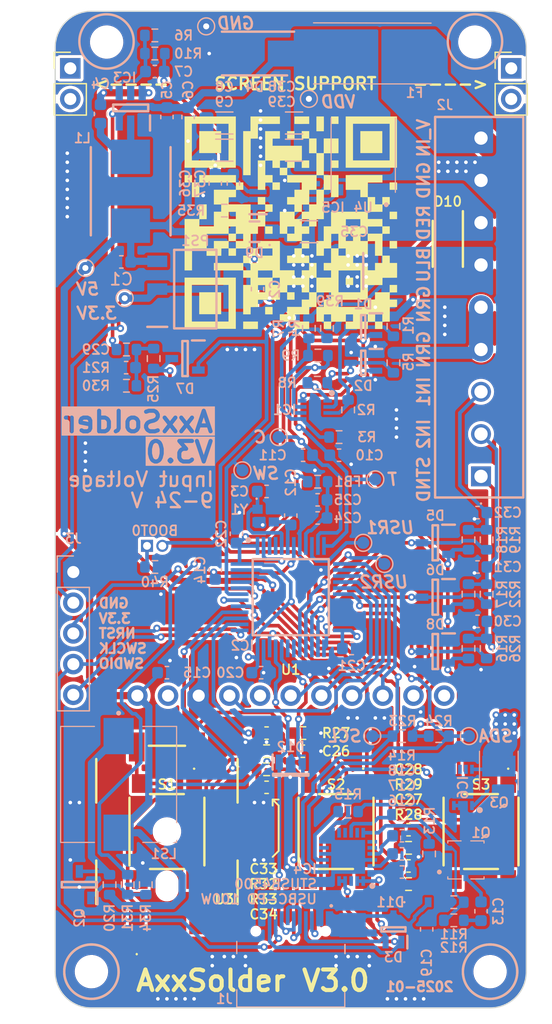
<source format=kicad_pcb>
(kicad_pcb (version 20221018) (generator pcbnew)
  (layers (0 "F.Cu" signal) (31 "B.Cu" signal) (34 "B.Paste" user) (35 "F.Paste" user) (36 "B.SilkS" user "B.Silkscreen") (37 "F.SilkS" user "F.Silkscreen") (38 "B.Mask" user) (39 "F.Mask" user) (44 "Edge.Cuts" user))
  (net 0 "")
  (net 1 "/SPI_CS")
  (net 2 "+3.3V")
  (net 3 "/ENC_B")
  (net 4 "/SWCLK")
  (net 5 "/SWDIO")
  (net 6 "+5V")
  (net 7 "/RED")
  (net 8 "/BLUE")
  (net 9 "/Stand_inp")
  (net 10 "/GREEN")
  (net 11 "/SPI_MOSI")
  (net 12 "/SPI_SCK")
  (net 13 "/SPI_DC")
  (net 14 "/SPI_RST")
  (net 15 "/Buzzer")
  (net 16 "/Stand_sense")
  (net 17 "GND")
  (net 18 "/SD_CS")
  (net 19 "Net-(LS1--)")
  (net 20 "/NRST")
  (net 21 "/USB_D-")
  (net 22 "/USB_D+")
  (net 23 "/VBUS")
  (net 24 "/SCL")
  (net 25 "/SDA")
  (net 26 "/Handle_inp2")
  (net 27 "/Handle_inp1")
  (net 28 "/VDD_IN")
  (net 29 "/CC2")
  (net 30 "/CC1")
  (net 31 "/SW1")
  (net 32 "/TC")
  (net 33 "/Current")
  (net 34 "/Handle_sense2")
  (net 35 "/Handle_sense1")
  (net 36 "/SW2")
  (net 37 "/SW3")
  (net 38 "/VDD_inp")
  (net 39 "/Heater")
  (net 40 "Net-(Q2-G)")
  (net 41 "Net-(IC1A-+)")
  (net 42 "Net-(IC1A--)")
  (net 43 "Net-(IC1B-+)")
  (net 44 "Net-(IC1B--)")
  (net 45 "Net-(Q1-G)")
  (net 46 "/ENC_A")
  (net 47 "Net-(IC2-PF0{slash}OSC_IN)")
  (net 48 "Net-(IC3-BOOT)")
  (net 49 "Net-(IC3-SW)")
  (net 50 "Net-(IC3-FB)")
  (net 51 "Net-(IC2-PF1{slash}OSC_OUT)")
  (net 52 "Net-(C13-Pad1)")
  (net 53 "Net-(IC4-VREG_2V7)")
  (net 54 "Net-(IC4-VREG_1V2)")
  (net 55 "Net-(C29-Pad1)")
  (net 63 "Net-(IC4-VBUS_VS_DISCH)")
  (net 64 "Net-(IC4-VBUS_EN_SNK)")
  (net 65 "Net-(IC4-DISCH)")
  (net 66 "Net-(IC5-TS)")
  (net 68 "Net-(IC5-TG)")
  (net 69 "VDD")
  (net 70 "/VCCA")
  (net 72 "/BOOT0")
  (net 73 "/VDD_IN_USBCPD")
  (net 74 "Net-(IC6-GATE)")
  (net 75 "/USR1")
  (net 76 "/USR2")
  (footprint "Capacitor_SMD:C_0603_1608Metric" (layer "F.Cu") (at 190.25 135.25)
    (fp_text reference "C28")
    (fp_text value "100n")
  )
  (footprint "Resistor_SMD:R_0603_1608Metric" (layer "F.Cu") (at 181.5 127.25)
    (fp_text reference "R27")
    (fp_text value "4k7")
  )
  (footprint "Resistor_SMD:R_0603_1608Metric" (layer "F.Cu") (at 178.5 130.25 180)
    (fp_text reference "R33")
    (fp_text value "4k7")
  )
  (footprint "Resistor_SMD:R_0603_1608Metric" (layer "F.Cu") (at 190.25 136.75)
    (fp_text reference "R29")
    (fp_text value "4k7")
  )
  (footprint "Resistor_SMD:R_0603_1608Metric" (layer "F.Cu") (at 190.25 139.75)
    (fp_text reference "R28")
    (fp_text value "4k7")
  )
  (footprint "footprints:PEC11J9220FS0015" (layer "F.Cu") (at 170.25 135.4)
    (fp_text reference "U3")
    (fp_text value "PEC11J-9220F-S0015" hide)
  )
  (footprint "footprints:Adafruit_240x320_TFT" (layer "F.Cu") (at 180.5 126.692)
    (fp_text reference "U1")
    (fp_text value "~")
  )
  (footprint "footprints:ADTSM644KVTR" (layer "F.Cu") (at 170.25 135.4 -90)
    (fp_text reference "S1")
    (fp_text value "ADTSM644KVTR" hide)
  )
  (footprint "footprints:ADTSM644KVTR" (layer "F.Cu") (at 196.25 135.4 -90)
    (fp_text reference "S3")
    (fp_text value "ADTSM644KVTR" hide)
  )
  (footprint "Capacitor_SMD:C_0603_1608Metric" (layer "F.Cu") (at 178.5 127.25)
    (fp_text reference "C33")
    (fp_text value "100n")
  )
  (footprint "Capacitor_SMD:C_0603_1608Metric" (layer "F.Cu") (at 181.5 128.75)
    (fp_text reference "C26")
    (fp_text value "100n")
  )
  (footprint "Connector_PinHeader_2.54mm:PinHeader_1x02_P2.54mm_Vertical" (layer "F.Cu") (at 162.25 72.225)
    (fp_text reference "REF**" hide)
    (fp_text value "PinHeader_1x02_P2.54mm_Vertical" hide)
  )
  (footprint "MountingHole:MountingHole_2.5mm" (layer "F.Cu") (at 197 147)
    (fp_text reference "H2" hide)
    (fp_text value "MountingHole")
  )
  (footprint "Capacitor_SMD:C_0603_1608Metric" (layer "F.Cu") (at 178.5 131.74)
    (fp_text reference "C34")
    (fp_text value "100n")
  )
  (footprint "Connector_PinHeader_2.54mm:PinHeader_1x02_P2.54mm_Vertical" (layer "F.Cu") (at 198.75 72.225)
    (fp_text reference "REF**" hide)
    (fp_text value "PinHeader_1x02_P2.54mm_Vertical" hide)
  )
  (footprint "Capacitor_SMD:C_0603_1608Metric" (layer "F.Cu") (at 190.25 138.25)
    (fp_text reference "C27")
    (fp_text value "100n")
  )
  (footprint "footprints:SODFL4725X110N" (layer "F.Cu") (at 193.5 86.75 -90)
    (fp_text reference "D10")
    (fp_text value "PMEG10030ELPX" hide)
  )
  (footprint "footprints:ADTSM644KVTR" (layer "F.Cu") (at 184.25 135.4 -90)
    (fp_text reference "S2")
    (fp_text value "ADTSM644KVTR" hide)
  )
  (footprint "LOGO" (layer "F.Cu") (at 180.5 85)
    (fp_text reference "G***" hide)
    (fp_text value "LOGO" hide)
  )
  (footprint "MountingHole:MountingHole_2.5mm" (layer "F.Cu") (at 164 147)
    (fp_text reference "H1" hide)
    (fp_text value "MountingHole")
  )
  (footprint "Resistor_SMD:R_0603_1608Metric" (layer "F.Cu") (at 178.5 128.75)
    (fp_text reference "R32")
    (fp_text value "4k7")
  )
  (footprint "footprints:STL10N3LLH5" (layer "B.Cu") (at 197.725 130.355 180)
    (fp_text reference "Q3")
    (fp_text value "STL10N3LLH5" hide)
  )
  (footprint "footprints:SOT65P210X110-3N" (layer "B.Cu") (at 189 143.5 90)
    (fp_text reference "D3")
    (fp_text value "ESDA25W" hide)
  )
  (footprint "TestPoint:TestPoint_Pad_D1.0mm" (layer "B.Cu") (at 188.25 113.25 180)
    (fp_text reference "TP10" hide)
    (fp_text value "DIAG_TP")
  )
  (footprint "Capacitor_SMD:C_0603_1608Metric" (layer "B.Cu") (at 181.525 104.25 180)
    (fp_text reference "C11")
    (fp_text value "1n")
  )
  (footprint "footprints:691243110009" (layer "B.Cu") (at 196.25 106 -90)
    (fp_text reference "J2")
    (fp_text value "691243110009" hide)
  )
  (footprint "footprints:SOT95P230X110-3N" (layer "B.Cu") (at 192.4625 116 180)
    (fp_text reference "D6")
    (fp_text value "BAT54S" hide)
  )
  (footprint "footprints:SOT95P280X110-6N" (layer "B.Cu") (at 167.25 75.5 90)
    (fp_text reference "IC3")
    (fp_text value "TPS54302DDCR" hide)
  )
  (footprint "Resistor_SMD:R_0603_1608Metric" (layer "B.Cu") (at 168.5 139.8 90)
    (fp_text reference "R34")
    (fp_text value "4k7")
  )
  (footprint "Capacitor_SMD:C_0603_1608Metric" (layer "B.Cu") (at 174.25 81.75 -90)
    (fp_text reference "C36")
    (fp_text value "10u")
  )
  (footprint "Resistor_SMD:R_0603_1608Metric" (layer "B.Cu") (at 182.725 106.443125 180)
    (fp_text reference "FB1")
    (fp_text value "BLM18HE601SN1D")
  )
  (footprint "TestPoint:TestPoint_THTPad_D1.0mm_Drill0.5mm" (layer "B.Cu") (at 173.5 68.75 180)
    (fp_text reference "TP6" hide)
    (fp_text value "GND_TP")
  )
  (footprint "Capacitor_SMD:C_0603_1608Metric" (layer "B.Cu") (at 189.7 138.75)
    (fp_text reference "C16")
    (fp_text value "1u")
  )
  (footprint "Resistor_SMD:R_0603_1608Metric" (layer "B.Cu") (at 196.7125 115.75 90)
    (fp_text reference "R22")
    (fp_text value "4k7")
  )
  (footprint "Resistor_SMD:R_0603_1608Metric" (layer "B.Cu") (at 169.25 71 180)
    (fp_text reference "R6")
    (fp_text value "100k")
  )
  (footprint "Resistor_SMD:R_0603_1608Metric" (layer "B.Cu") (at 166.9 95.5)
    (fp_text reference "R21")
    (fp_text value "47k")
  )
  (footprint "Capacitor_SMD:C_0603_1608Metric" (layer "B.Cu") (at 172 76.25 90)
    (fp_text reference "C6")
    (fp_text value "10u")
  )
  (footprint "Capacitor_SMD:C_0603_1608Metric" (layer "B.Cu") (at 185.55 120.25)
    (fp_text reference "C21")
    (fp_text value "100n")
  )
  (footprint "Resistor_SMD:R_0603_1608Metric" (layer "B.Cu") (at 169.15 96.25 -90)
    (fp_text reference "R25")
    (fp_text value "4k7")
  )
  (footprint "footprints:CMI9653SSMTTR" (layer "B.Cu") (at 166.25 131.25 -90)
    (fp_text reference "LS1")
    (fp_text value "CMI-9653S-SMT-TR" hide)
  )
  (footprint "Resistor_SMD:R_0603_1608Metric" (layer "B.Cu") (at 189.7 134)
    (fp_text reference "R14")
    (fp_text value "22k")
  )
  (footprint "TestPoint:TestPoint_Pad_D1.0mm" (layer "B.Cu") (at 187.25 127.5 180)
    (fp_text reference "TP11" hide)
    (fp_text value "DIAG_TP")
  )
  (footprint "footprints:DIOM5436X261N" (layer "B.Cu") (at 177.5 71 180)
    (fp_text reference "D4")
    (fp_text value "SMBJ24A" hide)
  )
  (footprint "Capacitor_SMD:C_1206_3216Metric" (layer "B.Cu") (at 180.775 76.75 180)
    (fp_text reference "C38")
    (fp_text value "22u/35V")
  )
  (footprint "Capacitor_SMD:C_0603_1608Metric" (layer "B.Cu") (at 170.25 76.25 90)
    (fp_text reference "C5")
    (fp_text value "100n")
  )
  (footprint "TestPoint:TestPoint_THTPad_D1.0mm_Drill0.5mm" (layer "B.Cu") (at 182 74.75 180)
    (fp_text reference "TP7" hide)
    (fp_text value "VDD_TP")
  )
  (footprint "Capacitor_SMD:C_1206_3216Metric" (layer "B.Cu") (at 175 79 180)
    (fp_text reference "C9")
    (fp_text value "22u")
  )
  (footprint "TestPoint:TestPoint_Pad_D1.0mm" (layer "B.Cu") (at 186.5 111.5 180)
    (fp_text reference "TP9" hide)
    (fp_text value "DIAG_TP")
  )
  (footprint "Resistor_SMD:R_0603_1608Metric" (layer "B.Cu") (at 189 93.58 -90)
    (fp_text reference "R1")
    (fp_text value "1k5")
  )
  (footprint "Capacitor_SMD:C_0603_1608Metric" (layer "B.Cu") (at 174.25 113.75 -90)
    (fp_text reference "C14")
    (fp_text value "100n")
  )
  (footprint "footprints:BSC014N04LS" (layer "B.Cu") (at 186.5 76.3375 180)
    (fp_text reference "U4")
    (fp_text value "BSC014N04LS")
  )
  (footprint "Resistor_SMD:R_0603_1608Metric" (layer "B.Cu") (at 165.5 139.8 90)
    (fp_text reference "R20")
    (fp_text value "4k7")
  )
  (footprint "footprints:SON50P200X200X80-9N" (layer "B.Cu") (at 182.5 100.5 180)
    (fp_text reference "IC1")
    (fp_text value "OPA2387DSGT" hide)
  )
  (footprint "Capacitor_SMD:C_0603_1608Metric" (layer "B.Cu") (at 182.725 107.943125 180)
    (fp_text reference "C25")
    (fp_text value "10u")
  )
  (footprint "footprints:QFP50P900X900X160-48N" (layer "B.Cu") (at 180.5 116 -90)
    (fp_text reference "IC2")
    (fp_text value "STM32F303CCT6TR" hide)
  )
  (footprint "footprints:SOT95P230X110-3N" (layer "B.Cu") (at 192.4625 120.5 180)
    (fp_text reference "D8")
    (fp_text value "BAT54S" hide)
  )
  (footprint "Resistor_SMD:R_0603_1608Metric" (layer "B.Cu") (at 195.2125 120.25 90)
    (fp_text reference "R16")
    (fp_text value "4k7")
  )
  (footprint "Capacitor_SMD:C_1206_3216Metric" (layer "B.Cu") (at 180.775 79 180)
    (fp_text reference "C39")
    (fp_text value "22u/35V")
  )
  (footprint "Capacitor_SMD:C_0603_1608Metric" (layer "B.Cu") (at 195.9625 118 180)
    (fp_text reference "C30")
    (fp_text value "100n")
  )
  (footprint "TestPoint:TestPoint_Pad_D1.0mm" (layer "B.Cu") (at 195.25 127.5 180)
    (fp_text reference "TP12" hide)
    (fp_text value "DIAG_TP")
  )
  (footprint "Resistor_SMD:R_0603_1608Metric" (layer "B.Cu") (at 189.75 127.5)
    (fp_text reference "R23")
    (fp_text value "4k7")
  )
  (footprint "TestPoint:TestPoint_THTPad_D1.0mm_Drill0.5mm" (layer "B.Cu") (at 163.5 88.75 180)
    (fp_text reference "TP1" hide)
    (fp_text value "VDD_TP")
  )
  (footprint "Resistor_SMD:R_0603_1608Metric" (layer "B.Cu") (at 196.7125 111.25 90)
    (fp_text reference "R19")
    (fp_text value "4k7")
  )
  (footprint "footprints:SOT65P210X110-3N" (layer "B.Cu") (at 186.5 96.6 180)
    (fp_text reference "D2")
    (fp_text value "BAV199WQ-7" hide)
  )
  (footprint "footprints:RESC6432X89N" (layer "B.Cu") (at 186.5 89 180)
    (fp_text reference "R39")
    (fp_text value "5m" hide)
  )
  (footprint "Resistor_SMD:R_0603_1608Metric" (layer "B.Cu") (at 182.75 96 180)
    (fp_text reference "R9")
    (fp_text value "220k")
  )
  (footprint "Resistor_SMD:R_0603_1608Metric" (layer "B.Cu") (at 185.25 133.75 180)
    (fp_text reference "R15")
    (fp_text value "1k")
  )
  (footprint "Capacitor_SMD:C_0603_1608Metric" (layer "B.Cu") (at 166.475 88.25)
    (fp_text reference "C1")
    (fp_text value "100n")
  )
  (footprint "footprints:PMEG6020ER115" (layer "B.Cu") (at 177.5 85.75 180)
    (fp_text reference "D9")
    (fp_text value "PMEG6020ER" hide)
  )
  (footprint "Connector_PinSocket_2.54mm:PinSocket_1x05_P2.54mm_Vertical" (layer "B.Cu") (at 162.5 113.92 180)
    (fp_text reference "J3")
    (fp_text value "Conn_01x05_Socket")
  )
  (footprint "Resistor_SMD:R_0603_1608Metric" (layer "B.Cu") (at 189 96.6 -90)
    (fp_text reference "R5")
    (fp_text value "1k5")
  )
  (footprint "footprints:USB4110GFA" (layer "B.Cu") (at 180.5 146.25 180)
    (fp_text reference "J1")
    (fp_text value "USB4110-GF-A" hide)
  )
  (footprint "Capacitor_SMD:C_0603_1608Metric" (layer "B.Cu") (at 189.7 135.75)
    (fp_text reference "C18")
    (fp_text value "1u")
  )
  (footprint "Resistor_SMD:R_0603_1608Metric" (layer "B.Cu") (at 166.9 98.5 180)
    (fp_text reference "R30")
    (fp_text value "6k8")
  )
  (footprint "Capacitor_SMD:C_0603_1608Metric" (layer "B.Cu") (at 178.5 107.25)
    (fp_text reference "C3")
    (fp_text value "10p")
  )
  (footprint "Resistor_SMD:R_0603_1608Metric" (layer "B.Cu") (at 191.95 137.25 90)
    (fp_text reference "R13")
    (fp_text value "1k")
  )
  (footprint "Capacitor_SMD:C_0603_1608Metric" (layer "B.Cu") (at 176 110.75 90)
    (fp_text reference "C22")
    (fp_text value "100n")
  )
  (footprint "Capacitor_SMD:C_0603_1608Metric" (layer "B.Cu") (at 180.5 109.25 -90)
    (fp_text reference "C12")
    (fp_text value "10p")
  )
  (footprint "Capacitor_SMD:C_0603_1608Metric" (layer "B.Cu") (at 177.75 90.5 90)
    (fp_text reference "C2")
    (fp_text value "10u")
  )
  (footprint "Resistor_SMD:R_0603_1608Metric" (layer "B.Cu") (at 196.7125 120.25 90)
    (fp_text reference "R26")
    (fp_text value "4k7")
  )
  (footprint "Resistor_SMD:R_0603_1608Metric" (layer "B.Cu") (at 175 84 180)
    (fp_text reference "R35")
    (fp_text value "4k7")
  )
  (footprint "Capacitor_SMD:C_1206_3216Metric" (layer "B.Cu") (at 175 76.75 180)
    (fp_text reference "C8")
    (fp_text value "22u")
  )
  (footprint "Resistor_SMD:R_0603_1608Metric" (layer "B.Cu") (at 184.5 102.75)
    (fp_text reference "R3")
    (fp_text value "220k")
  )
  (footprint "footprints:QFN50P400X400X100-25N-D" (layer "B.Cu") (at 185.25 137.5 90)
    (fp_text reference "IC4")
    (fp_text value "STUSB4500QTR" hide)
  )
  (footprint "Capacitor_SMD:C_0603_1608Metric" (layer "B.Cu") (at 196.25 142 90)
    (fp_text reference "C13")
    (fp_text value "100n")
  )
  (footprint "footprints:STL20N6F7" (layer "B.Cu") (at 195 137.75 90)
    (fp_text reference "Q1")
    (fp_text value "STL9P3LLH6" hide)
  )
  (footprint "TestPoint:TestPoint_THTPad_D1.0mm_Drill0.5mm" (layer "B.Cu") (at 166.75 91.25 180)
    (fp_text reference "TP2" hide)
    (fp_text value "3.3V_TP")
  )
  (footprint "footprints:SON50P300X200X80-9N" (layer "B.Cu") (at 194.75 131.75 90)
    (fp_text reference "IC6")
    (fp_text value "MAX16171ATA_VY+T" hide)
  )
  (footprint "footprints:SOP65P490X110-9N" (layer "B.Cu") (at 180 82.75)
    (fp_text reference "IC5")
    (fp_text value "LTC4440AHMS8E" hide)
  )
  (footprint "footprints:0154100DR" (layer "B.Cu") (at 187.25 71)
    (fp_text reference "F1")
    (fp_text value "0154007.DRL" hide)
  )
  (footprint "footprints:SOT230P700X190-4N" (layer "B.Cu") (at 172.6 90.5)
    (fp_text reference "PS1")
    (fp_text value "LD1117AS33TR" hide)
  )
  (footprint "Capacitor_SMD:C_1206_3216Metric" (layer "B.Cu") (at 182 85.75 180)
    (fp_text reference "C35")
    (fp_text value "22u")
  )
  (footprint "Capacitor_SMD:C_0603_1608Metric" (layer "B.Cu") (at 191.75 143.5 90)
    (fp_text reference "C19")
    (fp_text value "10u")
  )
  (footprint "Capacitor_SMD:C_0603_1608Metric" (layer "B.Cu") (at 178.05 122.25)
    (fp_text reference "C20")
    (fp_text value "100n")
  )
  (footprint "Resistor_SMD:R_0603_1608Metric" (layer "B.Cu") (at 195.2125 115.75 90)
    (fp_text reference "R17")
    (fp_text value "4k7")
  )
  (footprint "footprints:NX2016SA32MEXS00ACS06465" (layer "B.Cu") (at 178.425 109.25)
    (fp_text reference "Y1")
    (fp_text value "NX2016SA-32M-EXS00A-CS06465" hide)
  )
  (footprint "footprints:SOT95P230X110-3N" (layer "B.Cu") (at 171.75 96.25 180)
    (fp_text reference "D7")
    (fp_text value "BAT54S" hide)
  )
  (footprint "Capacitor_SMD:C_0603_1608Metric" (layer "B.Cu") (at 184.5 104.25)
    (fp_text reference "C10")
    (fp_text value "1n")
  )
  (footprint "Resistor_SMD:R_0603_1608Metric" (layer "B.Cu") (at 182.7 98.25)
    (fp_text reference "R8")
    (fp_text value "360k")
  )
  (footprint "Capacitor_SMD:C_0603_1608Metric" (layer "B.Cu") (at 170.25 122.25 180)
    (fp_text reference "C15")
    (fp_text value "10u")
  )
  (footprint "Connector_PinHeader_1.27mm:PinHeader_1x02_P1.27mm_Vertical" (layer "B.Cu") (at 168.6 111.75 -90)
    (fp_text reference "J4" hide)
    (fp_text value "Conn_01x02_Pin" hide)
  )
  (footprint "Resistor_SMD:R_0603_1608Metric" (layer "B.Cu") (at 169.25 69.5)
    (fp_text reference "R10")
    (fp_text value "13k3")
  )
  (footprint "Capacitor_SMD:C_0603_1608Metric" (layer "B.Cu") (at 182.725 109.443125 180)
    (fp_text reference "C24")
    (fp_text value "100n")
  )
  (footprint "Capacitor_SMD:C_0603_1608Metric" (layer "B.Cu") (at 166.875 97 180)
    (fp_text reference "C29")
    (fp_text value "100n")
  )
  (footprint "Resistor_SMD:R_0603_1608Metric" (layer "B.Cu") (at 167 139.8 -90)
    (fp_text reference "R31")
    (fp_text value "220")
  )
  (footprint "footprints:SOT95P237X95-3N" (layer "B.Cu") (at 180.5 130.7 -90)
    (fp_text reference "D12")
    (fp_text value "TPD2E2U06" hide)
  )
  (footprint "TestPoint:TestPoint_Pad_D1.0mm" (layer "B.Cu") (at 187.5 106.25 180)
    (fp_text reference "TP5" hide)
    (fp_text value "TC_TP")
  )
  (footprint "footprints:SOT65P210X110-3N" (layer "B.Cu") (at 186.5 93.65 180)
    (fp_text reference "D1")
    (fp_text value "BAV199WQ-7" hide)
  )
  (footprint "footprints:SOT95P230X110-3N" (layer "B.Cu") (at 163 139.8 90)
    (fp_text reference "Q2")
    (fp_text value "2N7002NXAKR" hide)
  )
  (footprint "footprints:ESDA25P351U1M" (layer "B.Cu") (at 191.25 141.25 180)
    (fp_text reference "D11")
    (fp_text value "ESDA25P35" hide)
  )
  (footprint "Resistor_SMD:R_0603_1608Metric" (layer "B.Cu") (at 182 93.75 90)
    (fp_text reference "R7")
    (fp_text value "4k7")
  )
  (footprint "Resistor_SMD:R_0603_1608Metric" (layer "B.Cu") (at 194 142.75)
    (fp_text reference "R12")
    (fp_text value "100")
  )
  (footprint "Resistor_SMD:R_0603_1608Metric" (layer "B.Cu") (at 185.25 100.5 -90)
    (fp_text reference "R2")
    (fp_text value "360k")
  )
  (footprint "Capacitor_SMD:C_0603_1608Metric" (layer "B.Cu") (at 175.75 81.75 -90)
    (fp_text reference "C37")
    (fp_text value "100n")
  )
  (footprint "Capacitor_SMD:C_0603_1608Metric" (layer "B.Cu") (at 164.75 76 -90)
    (fp_text reference "C4")
    (fp_text value "100n")
  )
  (footprint "Resistor_SMD:R_0603_1608Metric" (layer "B.Cu") (at 169.25 113.5)
    (fp_text reference "R40")
    (fp_text value "4k7")
  )
  (footprint "TestPoint:TestPoint_Pad_D1.0mm" (layer "B.Cu") (at 179.5 102.75 180)
    (fp_text reference "TP4" hide)
    (fp_text value "Current_TP")
  )
  (footprint "Capacitor_SMD:C_0603_1608Metric" (layer "B.Cu") (at 169.25 72.49)
    (fp_text reference "C7")
    (fp_text value "75p")
  )
  (footprint "Capacitor_SMD:C_0603_1608Metric" (layer "B.Cu") (at 195.9625 113.5 180)
    (fp_text reference "C31")
    (fp_text value "100n")
  )
  (footprint "footprints:SOT95P230X110-3N" (layer "B.Cu") (at 192.4625 111.5 180)
    (fp_text reference "D5")
    (fp_text value "BAT54S" hide)
  )
  (footprint "Resistor_SMD:R_0603_1608Metric" (layer "B.Cu") (at 192.75 127.5 180)
    (fp_text reference "R24")
    (fp_text value "4k7")
  )
  (footprint "Resistor_SMD:R_0603_1608Metric" (layer "B.Cu") (at 195.2125 111.25 90)
    (fp_text reference "R18")
    (fp_text value "4k7")
  )
  (footprint "Resistor_SMD:R_0603_1608Metric" (layer "B.Cu") (at 183.5 93.75 -90)
    (fp_text reference "R4")
    (fp_text value "4k7")
  )
  (footprint "footprints:INDPM7366X300N" (layer "B.Cu") (at 167.25 82.4 -90)
    (fp_text reference "L1")
    (fp_text value "SRP7028CC" hide)
  )
  (footprint "TestPoint:TestPoint_Pad_D1.0mm" (layer "B.Cu") (at 176.5 105.5 180)
    (fp_text reference "TP8" hide)
    (fp_text value "SW_TP")
  )
  (footprint "Resistor_SMD:R_0603_1608Metric" (layer "B.Cu") (at 194 141.25 180)
    (fp_text reference "R11")
    (fp_text value "22k")
  )
  (footprint "Capacitor_SMD:C_0603_1608Metric" (layer "B.Cu") (at 195.9625 109 180)
    (fp_text reference "C32")
    (fp_text value "100n")
  )
  (footprint "Capacitor_SMD:C_0603_1608Metric" (layer "B.Cu") (at 189.7 137.25)
    (fp_text reference "C17")
    (fp_text value "1u")
  )
  (gr_circle (center 165.25 70) (end 167.5 70) (stroke (width 0.2)) (fill none) (layer "B.SilkS"))
  (gr_circle (center 195.75 70) (end 198 70) (stroke (width 0.2)) (fill none) (layer "B.SilkS"))
  (gr_circle (center 164 147) (end 166.25 147) (stroke (width 0.2)) (fill none) (layer "B.SilkS"))
  (gr_circle (center 197 147) (end 199.25 147) (stroke (width 0.2)) (fill none) (layer "B.SilkS"))
  (gr_line (start 179.5 133.25) (end 179 132.75) (stroke (width 0.15)) (layer "F.SilkS"))
  (gr_line (start 179 132.75) (end 179 133.25) (stroke (width 0.15)) (layer "F.SilkS"))
  (gr_circle (center 197 147) (end 199.25 147) (stroke (width 0.2)) (fill none) (layer "F.SilkS"))
  (gr_line (start 179.5 133.75) (end 179.5 133.25) (stroke (width 0.15)) (layer "F.SilkS"))
  (gr_line (start 179.5 137) (end 179.5 133.75) (stroke (width 0.15)) (layer "F.SilkS"))
  (gr_line (start 179 132.75) (end 179.5 132.75) (stroke (width 0.15)) (layer "F.SilkS"))
  (gr_line (start 179 133.25) (end 179 132.75) (stroke (width 0.15)) (layer "F.SilkS"))
  (gr_line (start 179 137.5) (end 179.5 137) (stroke (width 0.15)) (layer "F.SilkS"))
  (gr_circle (center 164 147) (end 166.25 147) (stroke (width 0.2)) (fill none) (layer "F.SilkS"))
  (gr_line (start 200 70.5) (end 200 147) (stroke (width 0.1)) (layer "Edge.Cuts"))
  (gr_arc (start 161 70.5) (mid 161.87868 68.37868) (end 164 67.5) (stroke (width 0.1)) (layer "Edge.Cuts"))
  (gr_arc (start 197 67.5) (mid 199.12132 68.37868) (end 200 70.5) (stroke (width 0.1)) (layer "Edge.Cuts"))
  (gr_arc (start 164 150) (mid 161.87868 149.12132) (end 161 147) (stroke (width 0.1)) (layer "Edge.Cuts"))
  (gr_arc (start 200 147) (mid 199.12132 149.12132) (end 197 150) (stroke (width 0.1)) (layer "Edge.Cuts"))
  (gr_line (start 161 147) (end 161 70.5) (stroke (width 0.1)) (layer "Edge.Cuts"))
  (gr_line (start 164 67.5) (end 197 67.5) (stroke (width 0.1)) (layer "Edge.Cuts"))
  (gr_line (start 197 150) (end 164 150) (stroke (width 0.1)) (layer "Edge.Cuts"))
  (gr_text "V3.0" (at 174.25 104) (layer "B.SilkS" knockout) (effects (font (size 1.7 1.7) (thickness 0.34) bold) (justify left mirror)))
  (gr_text "AxxSolder" (at 174.25 101.5) (layer "B.SilkS" knockout) (effects (font (size 1.7 1.7) (thickness 0.34) bold) (justify left mirror)))
  (gr_text "STUSB4500" (at 182.75 139.75) (layer "B.SilkS") (effects (font (size 0.8 0.8) (thickness 0.15) bold) (justify left mirror)))
  (gr_text "GND" (at 191.5 81.5 90) (layer "B.SilkS") (effects (font (size 1 1) (thickness 0.2) bold) (justify mirror)))
  (gr_text "2025-01" (at 188.25 148.25) (layer "B.SilkS") (effects (font (size 0.8 0.8) (thickness 0.2) bold) (justify right mirror)))
  (gr_text "SWCLK" (at 164.5 120.25) (layer "B.SilkS") (effects (font (size 0.8 0.8) (thickness 0.2) bold) (justify right mirror)))
  (gr_text "3.3V" (at 164.5 92.5) (layer "B.SilkS") (effects (font (size 1 1) (thickness 0.2) bold italic) (justify mirror)))
  (gr_text "SW" (at 178.5 105.75) (layer "B.SilkS") (effects (font (size 1 1) (thickness 0.2) bold italic) (justify mirror)))
  (gr_text "SWDIO" (at 164.5 121.5) (layer "B.SilkS") (effects (font (size 0.8 0.8) (thickness 0.2) bold) (justify right mirror)))
  (gr_text "SDA" (at 197.5 127.5) (layer "B.SilkS") (effects (font (size 1 1) (thickness 0.2) bold italic) (justify mirror)))
  (gr_text "NRST" (at 164.5 119) (layer "B.SilkS") (effects (font (size 0.8 0.8) (thickness 0.2) bold) (justify right mirror)))
  (gr_text "9-24 V" (at 174.25 108) (layer "B.SilkS") (effects (font (size 1.2 1.2) (thickness 0.2)) (justify left mirror)))
  (gr_text "V_IN" (at 191.5 78 90) (layer "B.SilkS") (effects (font (size 1 1) (thickness 0.2) bold) (justify mirror)))
  (gr_text "IN1" (at 191.5 99 90) (layer "B.SilkS") (effects (font (size 1 1) (thickness 0.2) bold) (justify mirror)))
  (gr_text "STND" (at 191.5 106.25 90) (layer "B.SilkS") (effects (font (size 1 1) (thickness 0.2) bold) (justify mirror)))
  (gr_text "USBC-PD 100W" (at 182.75 141) (layer "B.SilkS") (effects (font (size 0.8 0.8) (thickness 0.15) bold) (justify left mirror)))
  (gr_text "5V" (at 163.75 90.5) (layer "B.SilkS") (effects (font (size 1 1) (thickness 0.2) bold italic) (justify mirror)))
  (gr_text "GND" (at 176 68.5) (layer "B.SilkS") (effects (font (size 1 1) (thickness 0.2) bold italic) (justify mirror)))
  (gr_text "RED" (at 191.5 85 90) (layer "B.SilkS") (effects (font (size 1 1) (thickness 0.2) bold) (justify mirror)))
  (gr_text "GND" (at 164.5 116.5) (layer "B.SilkS") (effects (font (size 0.8 0.8) (thickness 0.2) bold) (justify right mirror)))
  (gr_text "GRN" (at 191.5 91.75 90) (layer "B.SilkS") (effects (font (size 1 1) (thickness 0.2) bold) (justify mirror)))
  (gr_text "BOOT0" (at 169.25 110.5) (layer "B.SilkS") (effects (font (size 0.8 0.8) (thickness 0.15) bold) (justify mirror)))
  (gr_text "USR1" (at 188.75 110.25) (layer "B.SilkS") (effects (font (size 1 1) (thickness 0.2) bold italic) (justify mirror)))
  (gr_text "BLU" (at 191.5 88.5 90) (layer "B.SilkS") (effects (font (size 1 1) (thickness 0.2) bold) (justify mirror)))
  (gr_text "GRN" (at 191.5 95.5 90) (layer "B.SilkS") (effects (font (size 1 1) (thickness 0.2) bold) (justify mirror)))
  (gr_text "C" (at 178 102.75) (layer "B.SilkS") (effects (font (size 1 1) (thickness 0.2) bold italic) (justify mirror)))
  (gr_text "IN2" (at 191.5 102.5 90) (layer "B.SilkS") (effects (font (size 1 1) (thickness 0.2) bold) (justify mirror)))
  (gr_text "Input Voltage" (at 174.25 106.25) (layer "B.SilkS") (effects (font (size 1.2 1.2) (thickness 0.2)) (justify left mirror)))
  (gr_text "3.3V" (at 164.5 117.7725) (layer "B.SilkS") (effects (font (size 0.8 0.8) (thickness 0.2) bold) (justify right mirror)))
  (gr_text "USR2\n" (at 188.25 114.75) (layer "B.SilkS") (effects (font (size 1 1) (thickness 0.2) bold italic) (justify mirror)))
  (gr_text "T" (at 189 106.25) (layer "B.SilkS") (effects (font (size 1 1) (thickness 0.2) bold italic) (justify mirror)))
  (gr_text "SCL" (at 185 127.5) (layer "B.SilkS") (effects (font (size 1 1) (thickness 0.2) bold italic) (justify mirror)))
  (gr_text "VDD" (at 184.5 75) (layer "B.SilkS") (effects (font (size 1 1) (thickness 0.2) bold italic) (justify mirror)))
  (gr_text "<----     SCREEN SUPPORT    ---->" (at 180.5 73.5) (layer "F.SilkS") (effects (font (size 1 1) (thickness 0.2) bold)))
  (gr_text "AxxSolder" (at 167.515238 147.75) (layer "F.SilkS") (effects (font (size 1.7 1.7) (thickness 0.34) bold) (justify left)))
  (gr_text "V3.0" (at 181.25 147.75) (layer "F.SilkS") (effects (font (size 1.7 1.7) (thickness 0.34) bold) (justify left)))
  (segment (start 186.034688 114.75) (end 184.738 114.75) (width 0.3) (layer "B.Cu") (net 1))
  (segment (start 187.625 116.340312) (end 186.034688 114.75) (width 0.3) (layer "B.Cu") (net 1))
  (segment (start 187.625 121.082106) (end 187.625 116.340312) (width 0.3) (layer "B.Cu") (net 1))
  (segment (start 184.792 122.4) (end 186.307106 122.4) (width 0.3) (layer "B.Cu") (net 1))
  (segment (start 186.307106 122.4) (end 187.625 121.082106) (width 0.3) (layer "B.Cu") (net 1))
  (segment (start 183.04 124.152) (end 184.792 122.4) (width 0.3) (layer "B.Cu") (net 1))
  (segment (start 182.25 94.75) (end 180.375 92.875) (width 0.3) (layer "F.Cu") (net 2))
  (segment (start 181 108.5) (end 181 106) (width 0.3) (layer "F.Cu") (net 2))
  (segment (start 194 131.425) (end 194.4 131.025) (width 0.3) (layer "F.Cu") (net 2))
  (segment (start 179.325 130.25) (end 180.825 130.25) (width 0.3) (layer "F.Cu") (net 2))
  (segment (start 181.5495 99.3) (end 181.5995 99.25) (width 0.3) (layer "F.Cu") (net 2))
  (segment (start 194 131.425) (end 192.675 131.425) (width 0.3) (layer "F.Cu") (net 2))
  (segment (start 193.5 113.25) (end 186.85 106.6) (width 0.3) (layer "F.Cu") (net 2))
  (segment (start 166.3995 93.75) (end 166.25 93.6005) (width 0.3) (layer "F.Cu") (net 2))
  (segment (start 179.325 128.75) (end 179.325 130.25) (width 0.3) (layer "F.Cu") (net 2))
  (segment (start 194.4 126.25) (end 194.4 122.9) (width 0.3) (layer "F.Cu") (net 2))
  (segment (start 194.4 131.025) (end 194.4 126.25) (width 0.3) (layer "F.Cu") (net 2))
  (segment (start 192.675 131.425) (end 191.75 130.5) (width 0.3) (layer "F.Cu") (net 2))
  (segment (start 186.5 97.25) (end 186.5 94.75) (width 0.3) (layer "F.Cu") (net 2))
  (segment (start 184.669239 99.25) (end 186.5 97.419239) (width 0.3) (layer "F.Cu") (net 2))
  (segment (start 167.75 128.4) (end 167.75 131.175) (width 0.3) (layer "F.Cu") (net 2))
  (segment (start 180.825 130.25) (end 182 131.425) (width 0.3) (layer "F.Cu") (net 2))
  (segment (start 183.4995 132.074897) (end 182.649897 132.074897) (width 0.3) (layer "F.Cu") (net 2))
  (segment (start 181 106) (end 179.9 104.9) (width 0.3) (layer "F.Cu") (net 2))
  (segment (start 180.54587 116.377338) (end 180.54587 116.54587) (width 0.3) (layer "F.Cu") (net 2))
  (segment (start 181.5995 99.25) (end 184.669239 99.25) (width 0.3) (layer "F.Cu") (net 2))
  (segment (start 182.649897 132.074897) (end 182 131.425) (width 0.3) (layer "F.Cu") (net 2))
  (segment (start 170.425 131.425) (end 168 131.425) (width 0.3) (layer "F.Cu") (net 2))
  (segment (start 186.5 97.419239) (end 186.5 97.25) (width 0.3) (layer "F.Cu") (net 2))
  (segment (start 177 120.75) (end 177 120.951) (width 0.3) (layer "F.Cu") (net 2))
  (segment (start 179.9 104.9) (end 179.9 98.516549) (width 0.3) (layer "F.Cu") (net 2))
  (segment (start 178.533537 129.6) (end 178.675 129.6) (width 0.3) (layer "F.Cu") (net 2))
  (segment (start 194.4 122.9) (end 193.5 122) (width 0.3) (layer "F.Cu") (net 2))
  (segment (start 193.5 118) (end 193.5 122) (width 0.3) (layer "F.Cu") (net 2))
  (segment (start 194.15 126.5) (end 194.4 126.25) (width 0.3) (layer "F.Cu") (net 2))
  (segment (start 178.675 129.6) (end 179.325 130.25) (width 0.3) (layer "F.Cu") (net 2))
  (segment (start 186.85 106.6) (end 186.85 97.6) (width 0.3) (layer "F.Cu") (net 2))
  (segment (start 176.75 111) (end 178.5 111) (width 0.3) (layer "F.Cu") (net 2))
  (segment (start 179.9 98.516549) (end 180.5 97.916549) (width 0.3) (layer "F.Cu") (net 2))
  (segment (start 180.54587 116.54587) (end 183.25 119.25) (width 0.3) (layer "F.Cu") (net 2))
  (segment (start 167.75 131.175) (end 168 131.425) (width 0.3) (layer "F.Cu") (net 2))
  (segment (start 180.5 93) (end 180.375 92.875) (width 0.3) (layer "F.Cu") (net 2))
  (segment (start 166.25 91.75) (end 166.75 91.25) (width 0.3) (layer "F.Cu") (net 2))
  (segment (start 193.5 113.25) (end 193.5 118) (width 0.3) (layer "F.Cu") (net 2))
  (segment (start 186.85 97.6) (end 186.5 97.25) (width 0.3) (layer "F.Cu") (net 2))
  (segment (start 183.25 119.25) (end 185.9755 119.25) (width 0.3) (layer "F.Cu") (net 2))
  (segment (start 166.25 93.6005) (end 166.25 91.75) (width 0.3) (layer "F.Cu") (net 2))
  (segment (start 186.5 94.75) (end 182.25 94.75) (width 0.3) (layer "F.Cu") (net 2))
  (segment (start 191.25 126.5) (end 194.15 126.5) (width 0.3) (layer "F.Cu") (net 2))
  (segment (start 180.375 92.875) (end 178.75 91.25) (width 0.3) (layer "F.Cu") (net 2))
  (segment (start 170.5 131.5) (end 170.425 131.425) (width 0.3) (layer "F.Cu") (net 2))
  (segment (start 180.5 97.916549) (end 180.5 93) (width 0.3) (layer "F.Cu") (net 2))
  (segment (start 178.5 111) (end 181 108.5) (width 0.3) (layer "F.Cu") (net 2))
  (via (at 180.54587 116.377338) (size 0.6) (drill 0.3) (layers "F.Cu" "B.Cu") (net 2))
  (via (at 178.533537 129.6) (size 0.6) (drill 0.3) (layers "F.Cu" "B.Cu") (net 2))
  (via (at 186.5 97.25) (size 0.6) (drill 0.3) (layers "F.Cu" "B.Cu") (net 2))
  (via (at 191.25 126.5) (size 0.6) (drill 0.3) (layers "F.Cu" "B.Cu") (net 2))
  (via (at 170.5 131.5) (size 0.6) (drill 0.3) (layers "F.Cu" "B.Cu") (net 2))
  (via (at 176.75 111) (size 0.6) (drill 0.3) (layers "F.Cu" "B.Cu") (net 2))
  (via (at 180.375 92.875) (size 0.6) (drill 0.3) (layers "F.Cu" "B.Cu") (net 2))
  (via (at 177 120.951) (size 0.6) (drill 0.3) (layers "F.Cu" "B.Cu") (net 2))
  (via (at 181 106) (size 0.6) (drill 0.3) (layers "F.Cu" "B.Cu") (net 2))
  (via (at 181.5495 99.3) (size 0.6) (drill 0.3) (layers "F.Cu" "B.Cu") (net 2))
  (via (at 186.5 94.75) (size 0.6) (drill 0.3) (layers "F.Cu" "B.Cu") (net 2))
  (via (at 185.9755 119.25) (size 0.6) (drill 0.3) (layers "F.Cu" "B.Cu") (net 2))
  (via (at 193.5 122) (size 0.6) (drill 0.3) (layers "F.Cu" "B.Cu") (net 2))
  (via (at 166.3995 93.75) (size 0.6) (drill 0.3) (layers "F.Cu" "B.Cu") (net 2))
  (via (at 193.5 118) (size 0.6) (drill 0.3) (layers "F.Cu" "B.Cu") (net 2))
  (via (at 178.75 91.25) (size 0.6) (drill 0.3) (layers "F.Cu" "B.Cu") (net 2))
  (via (at 183.4995 132.074897) (size 0.6) (drill 0.3) (layers "F.Cu" "B.Cu") (net 2))
  (via (at 191.75 130.5) (size 0.6) (drill 0.3) (layers "F.Cu" "B.Cu") (net 2))
  (via (at 193.5 113.25) (size 0.6) (drill 0.3) (layers "F.Cu" "B.Cu") (net 2))
  (segment (start 178.148417 113.25) (end 176.262 113.25) (width 0.3) (layer "B.Cu") (net 2))
  (segment (start 193.5 118) (end 193.5 117.0125) (width 0.3) (layer "B.Cu") (net 2))
  (segment (start 177.775 91.25) (end 177.75 91.275) (width 0.3) (layer "B.Cu") (net 2))
  (segment (start 181.5495 99.3) (end 181.45 99.3995) (width 0.3) (layer "B.Cu") (net 2))
  (segment (start 179.130761 93.45) (end 179.8 93.45) (width 0.3) (layer "B.Cu") (net 2))
  (segment (start 178.247917 113.3495) (end 178.148417 113.25) (width 0.3) (layer "B.Cu") (net 2))
  (segment (start 169.87 111.75) (end 170.12 111.5) (width 0.3) (layer "B.Cu") (net 2))
  (segment (start 165.5 93.75) (end 162.4 96.85) (width 0.3) (layer "B.Cu") (net 2))
  (segment (start 193.5625 112.45) (end 193.5625 113.1875) (width 0.3) (layer "B.Cu") (net 2))
  (segment (start 176.287 111.762) (end 176.05 111.525) (width 0.3) (layer "B.Cu") (net 2))
  (segment (start 178.5 101.292894) (end 178.5 94.080761) (width 0.3) (layer "B.Cu") (net 2))
  (segment (start 177 120.951) (end 177.451 120.951) (width 0.3) (layer "B.Cu") (net 2))
  (segment (start 177.75 119.356231) (end 177.75 120.238) (width 0.3) (layer "B.Cu") (net 2))
  (segment (start 183.4995 131.7505) (end 185 130.25) (width 0.3) (layer "B.Cu") (net 2))
  (segment (start 193.9375 116.575) (end 193.5625 116.95) (width 0.3) (layer "B.Cu") (net 2))
  (segment (start 162.4 96.85) (end 162.4 111.825024) (width 0.3) (layer "B.Cu") (net 2))
  (segment (start 190.575 127.175) (end 191.25 126.5) (width 0.3) (layer "B.Cu") (net 2))
  (segment (start 166.75 91.25) (end 168.7 91.25) (width 0.6) (layer "B.Cu") (net 2))
  (segment (start 174.65 94.85) (end 178.35 94.85) (width 0.3) (layer "B.Cu") (net 2))
  (segment (start 181.9 106.443125) (end 181.456875 106) (width 0.3) (layer "B.Cu") (net 2))
  (segment (start 162.4 111.825024) (end 161.3 112.925024) (width 0.3) (layer "B.Cu") (net 2))
  (segment (start 186.5 94.75) (end 186.95 94.3) (width 0.3) (layer "B.Cu") (net 2))
  (segment (start 180.54587 116.377338) (end 180.5 116.331468) (width 0.3) (layer "B.Cu") (net 2))
  (segment (start 184.738 118.75) (end 185.4755 118.75) (width 0.3) (layer "B.Cu") (net 2))
  (segment (start 193.5 122) (end 193.5 121.5125) (width 0.3) (layer "B.Cu") (net 2))
  (segment (start 180.54587 116.377338) (end 180.429768 116.377338) (width 0.3) (layer "B.Cu") (net 2))
  (segment (start 174.6745 110.8255) (end 174.6745 105.118394) (width 0.3) (layer "B.Cu") (net 2))
  (segment (start 176.525 91.275) (end 175.75 90.5) (width 0.6) (layer "B.Cu") (net 2))
  (segment (start 176.75 111) (end 176.287 111.463) (width 0.3) (layer "B.Cu") (net 2))
  (segment (start 178.5 94.080761) (end 179.130761 93.45) (width 0.3) (layer "B.Cu") (net 2))
  (segment (start 184.775 120.25) (end 184.775 118.787) (width 0.3) (layer "B.Cu") (net 2))
  (segment (start 193.9375 112.075) (end 193.5625 112.45) (width 0.3) (layer "B.Cu") (net 2))
  (segment (start 176.633537 131.5) (end 178.533537 129.6) (width 0.3) (layer "B.Cu") (net 2))
  (segment (start 177.451 120.951) (end 177.75 121.25) (width 0.3) (layer "B.Cu") (net 2))
  (segment (start 168.7 91.25) (end 169.45 90.5) (width 0.6) (layer "B.Cu") (net 2))
  (segment (start 191.925 127.5) (end 190.575 127.5) (width 0.3) (layer "B.Cu") (net 2))
  (segment (start 161.3 112.925024) (end 161.3 115.26) (width 0.3) (layer "B.Cu") (net 2))
  (segment (start 181.456875 106) (end 181 106) (width 0.3) (layer "B.Cu") (net 2))
  (segment (start 177.75 121.775) (end 177.275 122.25) (width 0.3) (layer "B.Cu") (net 2))
  (segment (start 181.45 99.3995) (end 181.45 99.75) (width 0.3) (layer "B.Cu") (net 2))
  (segment (start 195.2125 116.575) (end 193.9375 116.575) (width 0.3) (layer "B.Cu") (net 2))
  (segment (start 187.55 97.25) (end 186.5 97.25) (width 0.3) (layer "B.Cu") (net 2))
  (segment (start 184.775 118.787) (end 184.738 118.75) (width 0.3) (layer "B.Cu") (net 2))
  (segment (start 177.75 91.275) (end 176.525 91.275) (width 0.6) (layer "B.Cu") (net 2))
  (segment (start 193.5625 113.1875) (end 193.5 113.25) (width 0.3) (layer "B.Cu") (net 2))
  (segment (start 174.6745 105.118394) (end 178.5 101.292894) (width 0.3) (layer "B.Cu") (net 2))
  (segment (start 177.75 121.25) (end 177.75 121.775) (width 0.3) (layer "B.Cu") (net 2))
  (segment (start 176.287 111.463) (end 176.287 111.762) (width 0.3) (layer "B.Cu") (net 2))
  (segment (start 178.35 94.85) (end 178.5 95) (width 0.3) (layer "B.Cu") (net 2))
  (segment (start 169.45 90.5) (end 175.75 90.5) (width 0.6) (layer "B.Cu") (net 2))
  (segment (start 183.4995 132.074897) (end 183.4995 131.7505) (width 0.3) (layer "B.Cu") (net 2))
  (segment (start 177.75 111.762) (end 176.287 111.762) (width 0.3) (layer "B.Cu") (net 2))
  (segment (start 193.5 121.5125) (end 193.5625 121.45) (width 0.3) (layer "B.Cu") (net 2))
  (segment (start 190.575 127.5) (end 190.575 127.175) (width 0.3) (layer "B.Cu") (net 2))
  (segment (start 195.2125 121.075) (end 193.9375 121.075) (width 0.3) (layer "B.Cu") (net 2))
  (segment (start 180.925 106.075) (end 181 106) (width 0.3) (layer "B.Cu") (net 2))
  (segment (start 179.099501 113.3495) (end 178.247917 113.3495) (width 0.3) (layer "B.Cu") (net 2))
  (segment (start 177.75 120.238) (end 177.75 121.25) (width 0.3) (layer "B.Cu") (net 2))
  (segment (start 174 111.5) (end 174.6745 110.8255) (width 0.3) (layer "B.Cu") (net 2))
  (segment (start 185 130.25) (end 191.5 130.25) (width 0.3) (layer "B.Cu") (net 2))
  (segment (start 180.5 116.331468) (end 180.5 114.749999) (width 0.3) (layer "B.Cu") (net 2))
  (segment (start 161.3 115.26) (end 162.5 116.46) (width 0.3) (layer "B.Cu") (net 2))
  (segment (start 166.3995 93.75) (end 165.5 93.75) (width 0.3) (layer "B.Cu") (net 2))
  (segment (start 177.8495 118.957606) (end 177.8495 119.256731) (width 0.3) (layer "B.Cu") (net 2))
  (segment (start 178.75 91.25) (end 177.775 91.25) (width 0.3) (layer "B.Cu") (net 2))
  (segment (start 193.9375 121.075) (end 193.5625 121.45) (width 0.3) (layer "B.Cu") (net 2))
  (segment (start 179.8 93.45) (end 180.375 92.875) (width 0.3) (layer "B.Cu") (net 2))
  (segment (start 180.429768 116.377338) (end 177.8495 118.957606) (width 0.3) (layer "B.Cu") (net 2))
  (segment (start 195.2125 112.075) (end 193.9375 112.075) (width 0.3) (layer "B.Cu") (net 2))
  (segment (start 193.5 117.0125) (end 193.5625 116.95) (width 0.3) (layer "B.Cu") (net 2))
  (segment (start 172.85 97.2) (end 172.85 96.65) (width 0.3) (layer "B.Cu") (net 2))
  (segment (start 185.4755 118.75) (end 185.9755 119.25) (width 0.3) (layer "B.Cu") (net 2))
  (segment (start 176.262 111.737) (end 176.05 111.525) (width 0.3) (layer "B.Cu") (net 2))
  (segment (start 177.8495 119.256731) (end 177.75 119.356231) (width 0.3) (layer "B.Cu") (net 2))
  (segment (start 170.12 111.5) (end 174 111.5) (width 0.3) (layer "B.Cu") (net 2))
  (segment (start 170.5 131.5) (end 176.633537 131.5) (width 0.3) (layer "B.Cu") (net 2))
  (segment (start 186.95 94.3) (end 187.55 94.3) (width 0.3) (layer "B.Cu") (net 2))
  (segment (start 180.5 114.749999) (end 179.099501 113.3495) (width 0.3) (layer "B.Cu") (net 2))
  (segment (start 176.262 113.25) (end 176.262 111.737) (width 0.3) (layer "B.Cu") (net 2))
  (segment (start 172.85 96.65) (end 174.65 94.85) (width 0.3) (layer "B.Cu") (net 2))
  (segment (start 191.5 130.25) (end 191.75 130.5) (width 0.3) (layer "B.Cu") (net 2))
  (segment (start 177.330024 129.094976) (end 177.675 128.75) (width 0.3) (layer "F.Cu") (net 3))
  (segment (start 177 127.25) (end 177.725 127.25) (width 0.3) (layer "F.Cu") (net 3))
  (segment (start 177.675 127.3) (end 177.725 127.25) (width 0.3) (layer "F.Cu") (net 3))
  (segment (start 173.094976 132.75) (end 173.5 132.344976) (width 0.3) (layer "F.Cu") (net 3))
  (segment (start 177 129.094976) (end 177.330024 129.094976) (width 0.3) (layer "F.Cu") (net 3))
  (segment (start 167.75 141.5) (end 167 140.75) (width 0.3) (layer "F.Cu") (net 3))
  (segment (start 177.725 127.25) (end 177.725 128.7) (width 0.3) (layer "F.Cu") (net 3))
  (segment (start 167 135.009548) (end 169.259548 132.75) (width 0.3) (layer "F.Cu") (net 3))
  (segment (start 175.475 129.45) (end 176.644976 129.45) (width 0.3) (layer "F.Cu") (net 3))
  (segment (start 173.5 132.344976) (end 173.5 131.425) (width 0.3) (layer "F.Cu") (net 3))
  (segment (start 176.644976 129.45) (end 177 129.094976) (width 0.3) (layer "F.Cu") (net 3))
  (segment (start 173.5 131.425) (end 175.475 129.45) (width 0.3) (layer "F.Cu") (net 3))
  (segment (start 167 140.75) (end 167 135.009548) (width 0.3) (layer "F.Cu") (net 3))
  (segment (start 169.259548 132.75) (end 173.094976 132.75) (width 0.3) (layer "F.Cu") (net 3))
  (segment (start 177.725 128.7) (end 177.675 128.75) (width 0.3) (layer "F.Cu") (net 3))
  (segment (start 167.75 142.7) (end 167.75 141.5) (width 0.3) (layer "F.Cu") (net 3))
  (via (at 177 127.25) (size 0.6) (drill 0.3) (layers "F.Cu" "B.Cu") (net 3))
  (segment (start 176.262 118.25) (end 175.25 118.25) (width 0.3) (layer "B.Cu") (net 3))
  (segment (start 176.685106 127.25) (end 177 127.25) (width 0.3) (layer "B.Cu") (net 3))
  (segment (start 175.25 118.25) (end 174.1 119.4) (width 0.3) (layer "B.Cu") (net 3))
  (segment (start 174.1 119.4) (end 174.1 124.664894) (width 0.3) (layer "B.Cu") (net 3))
  (segment (start 174.1 124.664894) (end 176.685106 127.25) (width 0.3) (layer "B.Cu") (net 3))
  (segment (start 178.290734 144.959266) (end 178.790734 144.959266) (width 0.3) (layer "F.Cu") (net 4))
  (segment (start 175.900005 118.65) (end 176.364945 119.11494) (width 0.3) (layer "F.Cu") (net 4))
  (segment (start 178.790734 144.959266) (end 179.5 144.25) (width 0.3) (layer "F.Cu") (net 4))
  (segment (start 169.497141 118.65) (end 175.900005 118.65) (width 0.3) (layer "F.Cu") (net 4))
  (segment (start 169.418914 118.571773) (end 169.497141 118.65) (width 0.3) (layer "F.Cu") (net 4))
  (via (at 176.364945 119.11494) (size 0.6) (drill 0.3) (layers "F.Cu" "B.Cu") (net 4))
  (via (at 169.418914 118.571773) (size 0.6) (drill 0.3) (layers "F.Cu" "B.Cu") (net 4))
  (via (at 179.5 144.25) (size 0.6) (drill 0.3) (layers "F.Cu" "B.Cu") (net 4))
  (via (at 178.290734 144.959266) (size 0.6) (drill 0.3) (layers "F.Cu" "B.Cu") (net 4))
  (segment (start 176.364945 119.11494) (end 176.364945 118.852945) (width 0.3) (layer "B.Cu") (net 4))
  (segment (start 167.073394 118.7995) (end 164.332894 121.54) (width 0.3) (layer "B.Cu") (net 4))
  (segment (start 161.3 141.469976) (end 162.580024 142.75) (width 0.3) (layer "B.Cu") (net 4))
  (segment (start 169.191187 118.7995) (end 167.073394 118.7995) (width 0.3) (layer "B.Cu") (net 4))
  (segment (start 169.418914 118.571773) (end 169.191187 118.7995) (width 0.3) (layer "B.Cu") (net 4))
  (segment (start 179.25 144) (end 179.5 144.25) (width 0.3) (layer "B.Cu") (net 4))
  (segment (start 162.5 121.54) (end 161.3 122.74) (width 0.3) (layer "B.Cu") (net 4))
  (segment (start 171.5 142.75) (end 173.709266 144.959266) (width 0.3) (layer "B.Cu") (net 4))
  (segment (start 164.332894 121.54) (end 162.5 121.54) (width 0.3) (layer "B.Cu") (net 4))
  (segment (start 173.709266 144.959266) (end 178.290734 144.959266) (width 0.3) (layer "B.Cu") (net 4))
  (segment (start 162.580024 142.75) (end 171.5 142.75) (width 0.3) (layer "B.Cu") (net 4))
  (segment (start 161.3 122.74) (end 161.3 141.469976) (width 0.3) (layer "B.Cu") (net 4))
  (segment (start 179.25 142.572) (end 179.25 144) (width 0.3) (layer "B.Cu") (net 4))
  (segment (start 176.364945 118.852945) (end 176.262 118.75) (width 0.3) (layer "B.Cu") (net 4))
  (segment (start 185.1 130.35) (end 185.1 133.8495) (width 0.3) (layer "F.Cu") (net 5))
  (segment (start 175.480766 119.15) (end 176.095706 119.76494) (width 0.3) (layer "F.Cu") (net 5))
  (segment (start 179.006821 119) (end 179.01509 119.008269) (width 0.3) (layer "F.Cu") (net 5))
  (segment (start 185.1 133.8495) (end 183 135.9495) (width 0.3) (layer "F.Cu") (net 5))
  (segment (start 179.429845 119.008269) (end 182.171576 121.75) (width 0.3) (layer "F.Cu") (net 5))
  (segment (start 183 140.294976) (end 182.5 140.794976) (width 0.3) (layer "F.Cu") (net 5))
  (segment (start 176.095706 119.76494) (end 176.98506 119.76494) (width 0.3) (layer "F.Cu") (net 5))
  (segment (start 169.75 119.2995) (end 169.8995 119.15) (width 0.3) (layer "F.Cu") (net 5))
  (segment (start 179.01509 119.008269) (end 179.429845 119.008269) (width 0.3) (layer "F.Cu") (net 5))
  (segment (start 169.8995 119.15) (end 175.480766 119.15) (width 0.3) (layer "F.Cu") (net 5))
  (segment (start 176.98506 119.76494) (end 177.75 119) (width 0.3) (layer "F.Cu") (net 5))
  (segment (start 177.75 119) (end 179.006821 119) (width 0.3) (layer "F.Cu") (net 5))
  (segment (start 182.5 121.75) (end 184.25 123.5) (width 0.3) (layer "F.Cu") (net 5))
  (segment (start 184.25 129.5) (end 185.1 130.35) (width 0.3) (layer "F.Cu") (net 5))
  (segment (start 183 135.9495) (end 183 140.294976) (width 0.3) (layer "F.Cu") (net 5))
  (segment (start 184.25 123.5) (end 184.25 129.5) (width 0.3) (layer "F.Cu") (net 5))
  (segment (start 182.171576 121.75) (end 182.5 121.75) (width 0.3) (layer "F.Cu") (net 5))
  (segment (start 182.5 140.794976) (end 182.5 143.8475) (width 0.3) (layer "F.Cu") (net 5))
  (via (at 169.75 119.2995) (size 0.6) (drill 0.3) (layers "F.Cu" "B.Cu") (net 5))
  (via (at 179.01509 119.008269) (size 0.6) (drill 0.3) (layers "F.Cu" "B.Cu") (net 5))
  (via (at 182.5 143.8475) (size 0.6) (drill 0.3) (layers "F.Cu" "B.Cu") (net 5))
  (segment (start 169.75 119.2995) (end 167.2805 119.2995) (width 0.3) (layer "B.Cu") (net 5))
  (segment (start 178.75 119.273359) (end 178.75 120.238) (width 0.3) (layer "B.Cu") (net 5))
  (segment (start 182.25 143.5975) (end 182.5 143.8475) (width 0.3) (layer "B.Cu") (net 5))
  (segment (start 167.2805 119.2995) (end 162.5 124.08) (width 0.3) (layer "B.Cu") (net 5))
  (segment (start 182.25 142.572) (end 182.25 143.5975) (width 0.3) (layer "B.Cu") (net 5))
  (segment (start 179.01509 119.008269) (end 178.75 119.273359) (width 0.3) (layer "B.Cu") (net 5))
  (segment (start 161.75 110.75) (end 163.5 112.5) (width 0.6) (layer "F.Cu") (net 6))
  (segment (start 163.85 122.6) (end 165.402 124.152) (width 0.6) (layer "F.Cu") (net 6))
  (segment (start 163.5 112.512892) (end 163.85 112.862892) (width 0.6) (layer "F.Cu") (net 6))
  (segment (start 174.25 77.5) (end 174.25 80.25) (width 0.3) (layer "F.Cu") (net 6))
  (segment (start 167.8 124.152) (end 165.253024 124.152) (width 0.3) (layer "F.Cu") (net 6))
  (segment (start 165.402 124.152) (end 167.8 124.152) (width 0.6) (layer "F.Cu") (net 6))
  (segment (start 170 73.25) (end 174.25 77.5) (width 0.3) (layer "F.Cu") (net 6))
  (segment (start 163.5 112.5) (end 163.5 112.512892) (width 0.6) (layer "F.Cu") (net 6))
  (segment (start 163.85 112.862892) (end 163.85 122.6) (width 0.6) (layer "F.Cu") (net 6))
  (via (at 170 73.25) (size 0.6) (drill 0.3) (layers "F.Cu" "B.Cu") (net 6))
  (via (at 161.75 110.75) (size 0.6) (drill 0.3) (layers "F.Cu" "B.Cu") (net 6))
  (via (at 174.25 80.25) (size 0.6) (drill 0.3) (layers "F.Cu" "B.Cu") (net 6))
  (segment (start 170.025 73.225) (end 170 73.25) (width 0.3) (layer "B.Cu") (net 6))
  (segment (start 170.75 85.75) (end 170.25 85.25) (width 0.6) (layer "B.Cu") (net 6))
  (segment (start 161.75 90.5) (end 167 85.25) (width 0.6) (layer "B.Cu") (net 6))
  (segment (start 171.505 140.744838) (end 171.505 139.055162) (width 0.6) (layer "B.Cu") (net 6))
  (segment (start 167.25 85.25) (end 167.25 88.2) (width 0.6) (layer "B.Cu") (net 6))
  (segment (start 172 83.5) (end 170.25 85.25) (width 0.6) (layer "B.Cu") (net 6))
  (segment (start 173.525 78.75) (end 172 80.275) (width 0.6) (layer "B.Cu") (net 6))
  (segment (start 176.1 85.5) (end 175.85 85.75) (width 0.3) (layer "B.Cu") (net 6))
  (segment (start 169.475 122.25) (end 169.475 122.477) (width 0.3) (layer "B.Cu") (net 6))
  (segment (start 165.5 140.625) (end 166.4 141.525) (width 0.6) (layer "B.Cu") (net 6))
  (segment (start 175.75 81.236826) (end 175.75 80.975) (width 0.3) (layer "B.Cu") (net 6))
  (segment (start 166.4 141.525) (end 170.724838 141.525) (width 0.6) (layer "B.Cu") (net 6))
  (segment (start 169.475 122.477) (end 167.8 124.152) (width 0.3) (layer "B.Cu") (net 6))
  (segment (start 167.2 88.35) (end 167.3 88.25) (width 0.6) (layer "B.Cu") (net 6))
  (segment (start 166.25 135.5) (end 168.75 133) (width 0.6) (layer "B.Cu") (net 6))
  (segment (start 171.505 139.055162) (end 167.949838 135.5) (width 0.6) (layer "B.Cu") (net 6))
  (segment (start 174.25 79.475) (end 173.525 78.75) (width 0.3) (layer "B.Cu") (net 6))
  (segment (start 174.25 80.975) (end 174.25 79.475) (width 0.3) (layer "B.Cu") (net 6))
  (segment (start 167.25 88.2) (end 167.3 88.25) (width 0.6) (layer "B.Cu") (net 6))
  (segment (start 173.525 76.75) (end 173.525 79) (width 0.6) (layer "B.Cu") (net 6))
  (segment (start 169.45 88.2) (end 167.35 88.2) (width 0.6) (layer "B.Cu") (net 6))
  (segment (start 177.788 82.425) (end 176.938174 82.425) (width 0.3) (layer "B.Cu") (net 6))
  (segment (start 171.172182 84.327818) (end 170.25 85.25) (width 0.3) (layer "B.Cu") (net 6))
  (segment (start 170.025 72.49) (end 170.025 71.05) (width 0.3) (layer "B.Cu") (net 6))
  (segment (start 170.25 85.25) (end 167.25 85.25) (width 0.6) (layer "B.Cu") (net 6))
  (segment (start 167 85.25) (end 167.25 85.25) (width 0.6) (layer "B.Cu") (net 6))
  (segment (start 172 80.275) (end 172 83.5) (width 0.6) (layer "B.Cu") (net 6))
  (segment (start 176.1 85.75) (end 170.75 85.75) (width 0.6) (layer "B.Cu") (net 6))
  (segment (start 170.025 71.05) (end 170.075 71) (width 0.3) (layer "B.Cu") (net 6))
  (segment (start 168.75 133) (end 168.75 125.102) (width 0.6) (layer "B.Cu") (net 6))
  (segment (start 173.525 79) (end 173.525 78.75) (width 0.6) (layer "B.Cu") (net 6))
  (segment (start 176.938174 82.425) (end 175.75 81.236826) (width 0.3) (layer "B.Cu") (net 6))
  (segment (start 167.949838 135.5) (end 166.25 135.5) (width 0.6) (layer "B.Cu") (net 6))
  (segment (start 174.25 80.25) (end 174.25 80.975) (width 0.3) (layer "B.Cu") (net 6))
  (segment (start 173.525 76.5) (end 173.8875 76.5) (width 0.3) (layer "B.Cu") (net 6))
  (segment (start 167.35 88.2) (end 167.3 88.25) (width 0.6) (layer "B.Cu") (net 6))
  (segment (start 161.75 110.75) (end 161.75 90.5) (width 0.6) (layer "B.Cu") (net 6))
  (segment (start 168.75 125.102) (end 167.8 124.152) (width 0.6) (layer "B.Cu") (net 6))
  (segment (start 170.724838 141.525) (end 171.505 140.744838) (width 0.6) (layer "B.Cu") (net 6))
  (segment (start 170.025 72.49) (end 170.025 73.225) (width 0.3) (layer "B.Cu") (net 6))
  (segment (start 174.5 80.975) (end 176 80.975) (width 0.3) (layer "B.Cu") (net 6))
  (segment (start 195.8 84.55) (end 196.25 85) (width 0.6) (layer "F.Cu") (net 7))
  (segment (start 190.625 91.375) (end 190.625 87.625) (width 0.6) (layer "F.Cu") (net 7))
  (segment (start 190.625 87.625) (end 193.5 84.75) (width 0.6) (layer "F.Cu") (net 7))
  (segment (start 193.5 84.55) (end 195.8 84.55) (width 0.6) (layer "F.Cu") (net 7))
  (segment (start 193.5 84.75) (end 193.5 84.55) (width 0.6) (layer "F.Cu") (net 7))
  (via (at 190.625 91.375) (size 0.6) (drill 0.3) (layers "F.Cu" "B.Cu") (net 7))
  (segment (start 182.994476 82.425) (end 182.212 82.425) (width 0.3) (layer "B.Cu") (net 7))
  (segment (start 185.0525 81.465) (end 183.954476 81.465) (width 0.3) (layer "B.Cu") (net 7))
  (segment (start 187.135 82.2775) (end 188.405 82.2775) (width 0.3) (layer "B.Cu") (net 7))
  (segment (start 183.475 85.5) (end 183.725 85.75) (width 0.3) (layer "B.Cu") (net 7))
  (segment (start 186.5 85.75) (end 183.475 85.75) (width 0.3) (layer "B.Cu") (net 7))
  (segment (start 191.1275 85) (end 196.25 85) (width 0.3) (layer "B.Cu") (net 7))
  (segment (start 187.135 85.115) (end 187.135 82.2775) (width 0.3) (layer "B.Cu") (net 7))
  (segment (start 190.625 91.375) (end 189.245 92.755) (width 0.6) (layer "B.Cu") (net 7))
  (segment (start 189.245 92.755) (end 189 92.755) (width 0.6) (layer "B.Cu") (net 7))
  (segment (start 186.5 85.75) (end 187.135 85.115) (width 0.3) (layer "B.Cu") (net 7))
  (segment (start 185.865 82.2775) (end 185.0525 81.465) (width 0.3) (layer "B.Cu") (net 7))
  (segment (start 183.954476 81.465) (end 182.994476 82.425) (width 0.3) (layer "B.Cu") (net 7))
  (segment (start 185.865 82.2775) (end 187.135 82.2775) (width 0.3) (layer "B.Cu") (net 7))
  (segment (start 188.405 82.2775) (end 191.1275 85) (width 0.3) (layer "B.Cu") (net 7))
  (segment (start 195.8 88.95) (end 196.25 88.5) (width 0.6) (layer "F.Cu") (net 8))
  (segment (start 193.5 88.95) (end 195.8 88.95) (width 0.6) (layer "F.Cu") (net 8))
  (segment (start 184.675 91.75) (end 183.5 92.925) (width 0.3) (layer "B.Cu") (net 8))
  (segment (start 189.2 89) (end 186.45 91.75) (width 0.3) (layer "B.Cu") (net 8))
  (segment (start 186.45 91.75) (end 184.675 91.75) (width 0.3) (layer "B.Cu") (net 8))
  (segment (start 184 117.5) (end 184 117.911065) (width 0.3) (layer "F.Cu") (net 9))
  (segment (start 184 117.911065) (end 183.454016 118.457049) (width 0.3) (layer "F.Cu") (net 9))
  (segment (start 184.15 117.35) (end 184 117.5) (width 0.3) (layer "F.Cu") (net 9))
  (segment (start 190.5 119) (end 188.85 117.35) (width 0.3) (layer "F.Cu") (net 9))
  (segment (start 190.5 120.5) (end 190.5 119) (width 0.3) (layer "F.Cu") (net 9))
  (segment (start 188.85 117.35) (end 184.15 117.35) (width 0.3) (layer "F.Cu") (net 9))
  (via (at 183.454016 118.457049) (size 0.6) (drill 0.3) (layers "F.Cu" "B.Cu") (net 9))
  (via (at 190.5 120.5) (size 0.6) (drill 0.3) (layers "F.Cu" "B.Cu") (net 9))
  (segment (start 195.9625 120.325) (end 194.709682 120.325) (width 0.3) (layer "B.Cu") (net 9))
  (segment (start 183.454016 118.457049) (end 183.454016 120.033984) (width 0.3) (layer "B.Cu") (net 9))
  (segment (start 194.534682 120.5) (end 191.3625 120.5) (width 0.3) (layer "B.Cu") (net 9))
  (segment (start 194.709682 120.325) (end 194.534682 120.5) (width 0.3) (layer "B.Cu") (net 9))
  (segment (start 190.5 120.5) (end 191.3625 120.5) (width 0.3) (layer "B.Cu") (net 9))
  (segment (start 196.7125 121.075) (end 195.9625 120.325) (width 0.3) (layer "B.Cu") (net 9))
  (segment (start 183.454016 120.033984) (end 183.25 120.238) (width 0.3) (layer "B.Cu") (net 9))
  (segment (start 189 95.775) (end 196.25 95.775) (width 1) (layer "B.Cu") (net 10))
  (segment (start 196.25 95.775) (end 196.25 92) (width 1) (layer "B.Cu") (net 10))
  (segment (start 196.25 95.5) (end 196.25 92) (width 2) (layer "B.Cu") (net 10))
  (segment (start 180.5 124.152) (end 181.267239 124.152) (width 0.3) (layer "B.Cu") (net 11))
  (segment (start 186.1 121.9) (end 187.125 120.875) (width 0.3) (layer "B.Cu") (net 11))
  (segment (start 187.125 120.875) (end 187.125 116.547418) (width 0.3) (layer "B.Cu") (net 11))
  (segment (start 183.584894 122.9) (end 184.584894 121.9) (width 0.3) (layer "B.Cu") (net 11))
  (segment (start 184.584894 121.9) (end 186.1 121.9) (width 0.3) (layer "B.Cu") (net 11))
  (segment (start 181.267239 124.152) (end 182.519239 122.9) (width 0.3) (layer "B.Cu") (net 11))
  (segment (start 187.125 116.547418) (end 185.827582 115.25) (width 0.3) (layer "B.Cu") (net 11))
  (segment (start 182.519239 122.9) (end 183.584894 122.9) (width 0.3) (layer "B.Cu") (net 11))
  (segment (start 185.827582 115.25) (end 184.738 115.25) (width 0.3) (layer "B.Cu") (net 11))
  (segment (start 186.25 114.25) (end 184.738 114.25) (width 0.3) (layer "B.Cu") (net 12))
  (segment (start 188.125 116.125) (end 186.25 114.25) (width 0.3) (layer "B.Cu") (net 12))
  (segment (start 176.668318 125.400318) (end 183.593387 125.400318) (width 0.3) (layer "B.Cu") (net 12))
  (segment (start 186.514213 122.9) (end 188.125 121.289212) (width 0.3) (layer "B.Cu") (net 12))
  (segment (start 184.25 124.743705) (end 184.25 123.75) (width 0.3) (layer "B.Cu") (net 12))
  (segment (start 183.593387 125.400318) (end 184.25 124.743705) (width 0.3) (layer "B.Cu") (net 12))
  (segment (start 188.125 121.289212) (end 188.125 116.125) (width 0.3) (layer "B.Cu") (net 12))
  (segment (start 184.25 123.75) (end 185.1 122.9) (width 0.3) (layer "B.Cu") (net 12))
  (segment (start 175.42 124.152) (end 176.668318 125.400318) (width 0.3) (layer "B.Cu") (net 12))
  (segment (start 185.1 122.9) (end 186.514213 122.9) (width 0.3) (layer "B.Cu") (net 12))
  (segment (start 189.125 115.710787) (end 186.664212 113.25) (width 0.3) (layer "B.Cu") (net 13))
  (segment (start 188.12 122.708424) (end 189.125 121.703424) (width 0.3) (layer "B.Cu") (net 13))
  (segment (start 186.664212 113.25) (end 184.738 113.25) (width 0.3) (layer "B.Cu") (net 13))
  (segment (start 188.12 124.152) (end 188.12 122.708424) (width 0.3) (layer "B.Cu") (net 13))
  (segment (start 189.125 121.703424) (end 189.125 115.710787) (width 0.3) (layer "B.Cu") (net 13))
  (segment (start 184.738 113.75) (end 186.457106 113.75) (width 0.3) (layer "B.Cu") (net 14))
  (segment (start 188.625 115.917894) (end 188.625 121.496318) (width 0.3) (layer "B.Cu") (net 14))
  (segment (start 185.969318 124.152) (end 185.58 124.152) (width 0.3) (layer "B.Cu") (net 14))
  (segment (start 185.57 124.152) (end 185.57 123.57) (width 0.3) (layer "B.Cu") (net 14))
  (segment (start 188.625 121.496318) (end 185.969318 124.152) (width 0.3) (layer "B.Cu") (net 14))
  (segment (start 186.457106 113.75) (end 188.625 115.917894) (width 0.3) (layer "B.Cu") (net 14))
  (segment (start 172.75 113) (end 172.5 113.25) (width 0.3) (layer "F.Cu") (net 15))
  (segment (start 179.75 113) (end 172.75 113) (width 0.3) (layer "F.Cu") (net 15))
  (via (at 172.5 113.25) (size 0.6) (drill 0.3) (layers "F.Cu" "B.Cu") (net 15))
  (via (at 179.75 113) (size 0.6) (drill 0.3) (layers "F.Cu" "B.Cu") (net 15))
  (segment (start 170.525 115.225) (end 170.525 119.725) (width 0.3) (layer "B.Cu") (net 15))
  (segment (start 168.076106 126.08113) (end 168.076106 129.673894) (width 0.3) (layer "B.Cu") (net 15))
  (segment (start 170.525 119.725) (end 166.5 123.75) (width 0.3) (layer "B.Cu") (net 15))
  (segment (start 166.5 123.75) (end 166.5 124.75) (width 0.3) (layer "B.Cu") (net 15))
  (segment (start 166.5 124.75) (end 167.4 125.65) (width 0.3) (layer "B.Cu") (net 15))
  (segment (start 179.75 113) (end 179.5995 112.8495) (width 0.3) (layer "B.Cu") (net 15))
  (segment (start 165.375 137.35) (end 167 138.975) (width 0.3) (layer "B.Cu") (net 15))
  (segment (start 178.455024 112.8495) (end 178.25 112.644476) (width 0.3) (layer "B.Cu") (net 15))
  (segment (start 167.644976 125.65) (end 168.076106 126.08113) (width 0.3) (layer "B.Cu") (net 15))
  (segment (start 164.65 133.1) (end 164.65 137.144976) (width 0.3) (layer "B.Cu") (net 15))
  (segment (start 164.65 137.144976) (end 164.855024 137.35) (width 0.3) (layer "B.Cu") (net 15))
  (segment (start 178.25 112.644476) (end 178.25 111.762) (width 0.3) (layer "B.Cu") (net 15))
  (segment (start 167.4 125.65) (end 167.644976 125.65) (width 0.3) (layer "B.Cu") (net 15))
  (segment (start 168.076106 129.673894) (end 164.65 133.1) (width 0.3) (layer "B.Cu") (net 15))
  (segment (start 164.855024 137.35) (end 165.375 137.35) (width 0.3) (layer "B.Cu") (net 15))
  (segment (start 172.5 113.25) (end 170.525 115.225) (width 0.3) (layer "B.Cu") (net 15))
  (segment (start 179.5995 112.8495) (end 178.455024 112.8495) (width 0.3) (layer "B.Cu") (net 15))
  (segment (start 197.25 120.008409) (end 197.25 107) (width 0.3) (layer "F.Cu") (net 16))
  (segment (start 197.143362 120.115047) (end 197.25 120.008409) (width 0.3) (layer "F.Cu") (net 16))
  (segment (start 197.25 107) (end 196.25 106) (width 0.3) (layer "F.Cu") (net 16))
  (via (at 197.143362 120.115047) (size 0.6) (drill 0.3) (layers "F.Cu" "B.Cu") (net 16))
  (segment (start 196.7125 119.684185) (end 196.7125 119.425) (width 0.3) (layer "B.Cu") (net 16))
  (segment (start 196.175 105.925) (end 196.25 106) (width 0.3) (layer "B.Cu") (net 16))
  (segment (start 196.7125 119.425) (end 196.7125 118.025) (width 0.3) (layer "B.Cu") (net 16))
  (segment (start 197.143362 120.115047) (end 196.7125 119.684185) (width 0.3) (layer "B.Cu") (net 16))
  (segment (start 195.2125 119.425) (end 196.7125 119.425) (width 0.3) (layer "B.Cu") (net 16))
  (segment (start 196.7125 118.025) (end 196.7375 118) (width 0.3) (layer "B.Cu") (net 16))
  (segment (start 195.850937 109.663437) (end 195.70934 109.52184) (width 0.3) (layer "F.Cu") (net 17))
  (segment (start 195.69375 118.50625) (end 195.819988 118.380012) (width 0.3) (layer "F.Cu") (net 17))
  (segment (start 165.25 134.025) (end 165.25 127.5) (width 0.3) (layer "F.Cu") (net 17))
  (segment (start 174.25 137.775) (end 174.25 142.3) (width 0.3) (layer "F.Cu") (net 17))
  (segment (start 168.544976 138) (end 169.145 138.600024) (width 0.3) (layer "F.Cu") (net 17))
  (segment (start 191.075 136.75) (end 191.075 138.2) (width 0.3) (layer "F.Cu") (net 17))
  (segment (start 162.25 137.75) (end 162.25 137.025) (width 0.3) (layer "F.Cu") (net 17))
  (segment (start 195.850937 113.849063) (end 195.850937 109.663437) (width 0.3) (layer "F.Cu") (net 17))
  (segment (start 177.553282 138.338774) (end 177.5 138.285492) (width 0.3) (layer "F.Cu") (net 17))
  (segment (start 191.025 135.25) (end 196.594976 135.25) (width 0.3) (layer "F.Cu") (net 17))
  (segment (start 187.5 92) (end 187.5 91.75) (width 0.3) (layer "F.Cu") (net 17))
  (segment (start 170.5 120.755261) (end 171.405261 119.85) (width 0.3) (layer "F.Cu") (net 17))
  (segment (start 162.25 137.025) (end 163.875 135.4) (width 0.3) (layer "F.Cu") (net 17))
  (segment (start 186 90.25) (end 185.25 90.25) (width 0.6) (layer "F.Cu") (net 17))
  (segment (start 176.25 122.25) (end 174.782 122.25) (width 0.3) (layer "F.Cu") (net 17))
  (segment (start 199.5 132.344976) (end 199.5 130.5) (width 0.3) (layer "F.Cu") (net 17))
  (segment (start 176 121) (end 176 122) (width 0.3) (layer "F.Cu") (net 17))
  (segment (start 192.25 81.5) (end 186 87.75) (width 0.6) (layer "F.Cu") (net 17))
  (segment (start 176.25 109) (end 175.85 109.4) (width 0.3) (layer "F.Cu") (net 17))
  (segment (start 180.453234 130.8995) (end 180.1155 130.8995) (width 0.3) (layer "F.Cu") (net 17))
  (segment (start 191.025 137.55) (end 191.025 138.25) (width 0.3) (layer "F.Cu") (net 17))
  (segment (start 179.275 127.25) (end 179.25 127.25) (width 0.3) (layer "F.Cu") (net 17))
  (segment (start 166.2 144.25) (end 165.25 143.3) (width 0.3) (layer "F.Cu") (net 17))
  (segment (start 174.3 144.25) (end 175.25 143.3) (width 0.3) (layer "F.Cu") (net 17))
  (segment (start 196.594976 135.25) (end 199.5 132.344976) (width 0.3) (layer "F.Cu") (net 17))
  (segment (start 186 88.5) (end 185.25 88.5) (width 0.6) (layer "F.Cu") (net 17))
  (segment (start 175.758475 128.008475) (end 175.25 127.5) (width 0.3) (layer "F.Cu") (net 17))
  (segment (start 180.1155 130.8995) (end 179.275 131.74) (width 0.3) (layer "F.Cu") (net 17))
  (segment (start 171.405261 119.85) (end 171.943739 119.85) (width 0.3) (layer "F.Cu") (net 17))
  (segment (start 163.4 127.5) (end 165.25 127.5) (width 0.3) (layer "F.Cu") (net 17))
  (segment (start 173.75 72.25) (end 178 76.5) (width 0.3) (layer "F.Cu") (net 17))
  (segment (start 182.275 128.75) (end 184.599897 131.074897) (width 0.3) (layer "F.Cu") (net 17))
  (segment (start 196.25 127.25) (end 196.25 122) (width 0.3) (layer "F.Cu") (net 17))
  (segment (start 169.145 138.600024) (end 169.145 141.595) (width 0.3) (layer "F.Cu") (net 17))
  (segment (start 172 78.25) (end 173.25 79.5) (width 0.3) (layer "F.Cu") (net 17))
  (segment (start 182.275 127.3) (end 182.325 127.25) (width 0.3) (layer "F.Cu") (net 17))
  (segment (start 176.625 135.4) (end 175.5 134.275) (width 0.3) (layer "F.Cu") (net 17))
  (segment (start 185.25 88.5) (end 185.25 87.75) (width 0.6) (layer "F.Cu") (net 17))
  (segment (start 161.15 125.25) (end 163.4 127.5) (width 0.3) (layer "F.Cu") (net 17))
  (segment (start 179.275 131.74) (end 179.275 132.75) (width 0.3) (layer "F.Cu") (net 17))
  (segment (start 168.7 144.25) (end 174.3 144.25) (width 0.3) (layer "F.Cu") (net 17))
  (segment (start 170.25 142.7) (end 168.7 144.25) (width 0.3) (layer "F.Cu") (net 17))
  (segment (start 199.5 130.5) (end 196.25 127.25) (width 0.3) (layer "F.Cu") (net 17))
  (segment (start 181.669239 122.25) (end 178.25 122.25) (width 0.3) (layer "F.Cu") (net 17))
  (segment (start 179.275 132.75) (end 176.625 135.4) (width 0.3) (layer "F.Cu") (net 17))
  (segment (start 177.27137 110.02137) (end 176.25 109) (width 0.3) (layer "F.Cu") (net 17))
  (segment (start 185.25 89.5) (end 185.25 88.5) (width 0.6) (layer "F.Cu") (net 17))
  (segment (start 168.7 144.25) (end 166.2 144.25) (width 0.3) (layer "F.Cu") (net 17))
  (segment (start 171.943739 119.85) (end 172.88 120.786261) (width 0.3) (layer "F.Cu") (net 17))
  (segment (start 162.55 143.3) (end 162.25 143) (width 0.3) (layer "F.Cu") (net 17))
  (segment (start 176.747175 128.008475) (end 175.758475 128.008475) (width 0.3) (layer "F.Cu") (net 17))
  (segment (start 174.25 142.3) (end 175.25 143.3) (width 0.3) (layer "F.Cu") (net 17))
  (segment (start 176.480761 111.65) (end 178.557106 111.65) (width 0.3) (layer "F.Cu") (net 17))
  (segment (start 175.85 111.019239) (end 176.480761 111.65) (width 0.3) (layer "F.Cu") (net 17))
  (segment (start 196.25 81.5) (end 192.25 81.5) (width 0.6) (layer "F.Cu") (net 17))
  (segment (start 173.75 71) (end 173.75 72.25) (width 0.3) (layer "F.Cu") (net 17))
  (segment (start 169.145 141.595) (end 170.25 142.7) (width 0.3) (layer "F.Cu") (net 17))
  (segment (start 181.1 135.4) (end 176.625 135.4) (width 0.3) (layer "F.Cu") (net 17))
  (segment (start 195.819988 118.380012) (end 195.819988 114.111284) (width 0.3) (layer "F.Cu") (net 17))
  (segment (start 163.875 135.4) (end 165.25 134.025) (width 0.3) (layer "F.Cu") (net 17))
  (segment (start 191.075 139.75) (end 191.075 137.5) (width 0.3) (layer "F.Cu") (net 17))
  (segment (start 170.5 121.25) (end 170.5 120.755261) (width 0.3) (layer "F.Cu") (net 17))
  (segment (start 191.075 137.5) (end 191.025 137.55) (width 0.3) (layer "F.Cu") (net 17))
  (segment (start 185 105.5) (end 185.5 105) (width 0.3) (layer "F.Cu") (net 17))
  (segment (start 179.25 127.25) (end 178.5 128) (width 0.3) (layer "F.Cu") (net 17))
  (segment (start 181.854268 122.435029) (end 181.669239 122.25) (width 0.3) (layer "F.Cu") (net 17))
  (segment (start 173.25 79.5) (end 173.25 82.75) (width 0.3) (layer "F.Cu") (net 17))
  (segment (start 191.075 138.2) (end 191.025 138.25) (width 0.3) (layer "F.Cu") (net 17))
  (segment (start 177.5 137.75) (end 176.964508 137.75) (width 0.3) (layer "F.Cu") (net 17))
  (segment (start 175.85 109.4) (end 175.85 111.019239) (width 0.3) (layer "F.Cu") (net 17))
  (segment (start 176 122) (end 176.25 122.25) (width 0.3) (layer "F.Cu") (net 17))
  (segment (start 182.5 107.707106) (end 182.5 105.5) (width 0.3) (layer "F.Cu") (net 17))
  (segment (start 163 140) (end 163.875 139.125) (width 0.3) (layer "F.Cu") (net 17))
  (segment (start 185.25 90.25) (end 185.25 89.5) (width 0.6) (layer "F.Cu") (net 17))
  (segment (start 185.25 89.5) (end 186 89.5) (width 0.6) (layer "F.Cu") (net 17))
  (segment (start 182.275 128.75) (end 182.275 127.3) (width 0.3) (layer "F.Cu") (net 17))
  (segment (start 195.69375 118.50625) (end 195.69375 121.44375) (width 0.3) (layer "F.Cu") (net 17))
  (segment (start 174.782 122.25) (end 172.88 124.152) (width 0.3) (layer "F.Cu") (net 17))
  (segment (start 191.025 139.7) (end 191.075 139.75) (width 0.3) (layer "F.Cu") (net 17))
  (segment (start 185.25 87.75) (end 186 87.75) (width 0.6) (layer "F.Cu") (net 17))
  (segment (start 195.819988 114.111284) (end 195.704352 113.995648) (width 0.3) (layer "F.Cu") (net 17))
  (segment (start 176.964508 137.75) (end 176.625 137.410492) (width 0.3) (layer "F.Cu") (net 17))
  (segment (start 162.25 143) (end 162.25 137.75) (width 0.3) (layer "F.Cu") (net 17))
  (segment (start 195.704352 113.995648) (end 195.850937 113.849063) (width 0.3) (layer "F.Cu") (net 17))
  (segment (start 178.25 122.25) (end 176.25 122.25) (width 0.3) (layer "F.Cu") (net 17))
  (segment (start 187.5 92) (end 187.5 95.25) (width 0.3) (layer "F.Cu") (net 17))
  (segment (start 195.69375 121.44375) (end 196.25 122) (width 0.3) (layer "F.Cu") (net 17))
  (segment (start 176.625 135.4) (end 174.25 137.775) (width 0.3) (layer "F.Cu") (net 17))
  (segment (start 178.557106 111.65) (end 182.5 107.707106) (width 0.3) (layer "F.Cu") (net 17))
  (segment (start 177.5 138.285492) (end 177.5 137.75) (width 0.3) (layer "F.Cu") (net 17))
  (segment (start 163.875 139.125) (end 163.875 135.4) (width 0.3) (layer "F.Cu") (net 17))
  (segment (start 168.25 138) (end 168.544976 138) (width 0.3) (layer "F.Cu") (net 17))
  (segment (start 162.5 113.92) (end 161.15 115.27) (width 0.3) (layer "F.Cu") (net 17))
  (segment (start 161.15 115.27) (end 161.15 125.25) (width 0.3) (layer "F.Cu") (net 17))
  (segment (start 187.5 91.75) (end 186 90.25) (width 0.3) (layer "F.Cu") (net 17))
  (segment (start 178.1755 110.02137) (end 177.27137 110.02137) (width 0.3) (layer "F.Cu") (net 17))
  (segment (start 187.5 95.25) (end 187.5 98) (width 0.3) (layer "F.Cu") (net 17))
  (segment (start 165.25 143.3) (end 162.55 143.3) (width 0.3) (layer "F.Cu") (net 17))
  (segment (start 176.625 137.410492) (end 176.625 135.4) (width 0.3) (layer "F.Cu") (net 17))
  (segment (start 184.599897 131.900103) (end 181.1 135.4) (width 0.3) (layer "F.Cu") (net 17))
  (segment (start 172.88 120.786261) (end 172.88 124.152) (width 0.3) (layer "F.Cu") (net 17))
  (segment (start 180.1995 138.338774) (end 177.553282 138.338774) (width 0.3) (layer "F.Cu") (net 17))
  (segment (start 191.025 135.25) (end 191.025 136.7) (width 0.3) (layer "F.Cu") (net 17))
  (segment (start 182.065697 122.435029) (end 181.854268 122.435029) (width 0.3) (layer "F.Cu") (net 17))
  (segment (start 184.599897 131.074897) (end 184.599897 131.900103) (width 0.3) (layer "F.Cu") (net 17))
  (segment (start 182.5 105.5) (end 185 105.5) (width 0.3) (layer "F.Cu") (net 17))
  (segment (start 191.025 136.7) (end 191.075 136.75) (width 0.3) (layer "F.Cu") (net 17))
  (via (at 187 145.75) (size 0.6) (drill 0.3) (layers "F.Cu" "B.Cu") (net 17))
  (via (at 185.5 95.75) (size 0.6) (drill 0.3) (layers "F.Cu" "B.Cu") (net 17))
  (via (at 178 80.25) (size 0.6) (drill 0.3) (layers "F.Cu" "B.Cu") (net 17))
  (via (at 193.5 80.75) (size 0.6) (drill 0.3) (layers "F.Cu" "B.Cu") (net 17))
  (via (at 182.065697 122.435029) (size 0.6) (drill 0.3) (layers "F.Cu" "B.Cu") (net 17))
  (via (at 176.75 95.5) (size 0.6) (drill 0.3) (layers "F.Cu" "B.Cu") (net 17))
  (via (at 162.25 137.75) (size 0.6) (drill 0.3) (layers "F.Cu" "B.Cu") (net 17))
  (via (at 175.25 95.5) (size 0.6) (drill 0.3) (layers "F.Cu" "B.Cu") (net 17))
  (via (at 172.5 149.25) (size 0.6) (drill 0.3) (layers "F.Cu" "B.Cu") (net 17))
  (via (at 184.25 146.5) (size 0.6) (drill 0.3) (layers "F.Cu" "B.Cu") (net 17))
  (via (at 163.5 104) (size 0.6) (drill 0.3) (layers "F.Cu" "B.Cu") (net 17))
  (via (at 180.75 87.75) (size 0.6) (drill 0.3) (layers "F.Cu" "B.Cu") (net 17))
  (via (at 180 81.5) (size 0.6) (drill 0.3) (layers "F.Cu" "B.Cu") (net 17))
  (via (at 162 83.75) (size 0.6) (drill 0.3) (layers "F.Cu" "B.Cu") (net 17))
  (via (at 177.5 133) (size 0.6) (drill 0.3) (layers "F.Cu" "B.Cu") (net 17))
  (via (at 186 126) (size 0.6) (drill 0.3) (layers "F.Cu" "B.Cu") (net 17))
  (via (at 162 82.25) (size 0.6) (drill 0.3) (layers "F.Cu" "B.Cu") (net 17))
  (via (at 195.704352 113.995648) (size 0.6) (drill 0.3) (layers "F.Cu" "B.Cu") (net 17))
  (via (at 178.25 133) (size 0.6) (drill 0.3) (layers "F.Cu" "B.Cu") (net 17))
  (via (at 187.5 95.25) (size 0.6) (drill 0.3) (layers "F.Cu" "B.Cu") (net 17))
  (via (at 178.5 128) (size 0.6) (drill 0.3) (layers "F.Cu" "B.Cu") (net 17))
  (via (at 186.75 89.5) (size 0.6) (drill 0.3) (layers "F.Cu" "B.Cu") (net 17))
  (via (at 169.75 115.75) (size 0.6) (drill 0.3) (layers "F.Cu" "B.Cu") (net 17))
  (via (at 162 84.5) (size 0.6) (drill 0.3) (layers "F.Cu" "B.Cu") (net 17))
  (via (at 182.25 89.5) (size 0.6) (drill 0.3) (layers "F.Cu" "B.Cu") (net 17))
  (via (at 185.5 105) (size 0.6) (drill 0.3) (layers "F.Cu" "B.Cu") (net 17))
  (via (at 173.25 82.75) (size 0.6) (drill 0.3) (layers "F.Cu" "B.Cu") (net 17))
  (via (at 181.5 88.5) (size 0.6) (drill 0.3) (layers "F.Cu" "B.Cu") (net 17))
  (via (at 163 140) (size 0.6) (drill 0.3) (layers "F.Cu" "B.Cu") (net 17))
  (via (at 192.75 80.75) (size 0.6) (drill 0.3) (layers "F.Cu" "B.Cu") (net 17))
  (via (at 182.25 87.75) (size 0.6) (drill 0.3) (layers "F.Cu" "B.Cu") (net 17))
  (via (at 186.75 87.75) (size 0.6) (drill 0.3) (layers "F.Cu" "B.Cu") (net 17))
  (via (at 163.5 104.75) (size 0.6) (drill 0.3) (layers "F.Cu" "B.Cu") (net 17))
  (via (at 186.75 90.25) (size 0.6) (drill 0.3) (layers "F.Cu" "B.Cu") (net 17))
  (via (at 176.747175 128.008475) (size 0.6) (drill 0.3) (layers "F.Cu" "B.Cu") (net 17))
  (via (at 178 77.25) (size 0.6) (drill 0.3) (layers "F.Cu" "B.Cu") (net 17))
  (via (at 187 146.5) (size 0.6) (drill 0.3) (layers "F.Cu" "B.Cu") (net 17))
  (via (at 187.5 126) (size 0.6) (drill 0.3) (layers "F.Cu" "B.Cu") (net 17))
  (via (at 191.5 149.25) (size 0.6) (drill 0.3) (layers "F.Cu" "B.Cu") (net 17))
  (via (at 178 76.5) (size 0.6) (drill 0.3) (layers "F.Cu" "B.Cu") (net 17))
  (via (at 176 95.5) (size 0.6) (drill 0.3) (layers "F.Cu" "B.Cu") (net 17))
  (via (at 191.25 125.5) (size 0.6) (drill 0.3) (layers "F.Cu" "B.Cu") (net 17))
  (via (at 189.25 102.75) (size 0.6) (drill 0.3) (layers "F.Cu" "B.Cu") (net 17))
  (via (at 176.75 145.75) (size 0.6) (drill 0.3) (layers "F.Cu" "B.Cu") (net 17))
  (via (at 183 127.25) (size 0.6) (drill 0.3) (layers "F.Cu" "B.Cu") (net 17))
  (via (at 162 81.5) (size 0.6) (drill 0.3) (layers "F.Cu" "B.Cu") (net 17))
  (via (at 177.5 95.5) (size 0.6) (drill 0.3) (layers "F.Cu" "B.Cu") (net 17))
  (via (at 170.25 149.25) (size 0.6) (drill 0.3) (layers "F.Cu" "B.Cu") (net 17))
  (via (at 180 84) (size 0.6) (drill 0.3) (layers "F.Cu" "B.Cu") (net 17))
  (via (at 193.5 80) (size 0.6) (drill 0.3) (layers "F.Cu" "B.Cu") (net 17))
  (via (at 180.75 89.5) (size 0.6) (drill 0.3) (layers "F.Cu" "B.Cu") (net 17))
  (via (at 174 146.5) (size 0.6) (drill 0.3) (layers "F.Cu" "B.Cu") (net 17))
  (via (at 191.075 137.5) (size 0.6) (drill 0.3) (layers "F.Cu" "B.Cu") (net 17))
  (via (at 186 90.25) (size 0.6) (drill 0.3) (layers "F.Cu" "B.Cu") (net 17))
  (via (at 190.75 121.75) (size 0.6) (drill 0.3) (layers "F.Cu" "B.Cu") (net 17))
  (via (at 178 78) (size 0.6) (drill 0.3) (layers "F.Cu" "B.Cu") (net 17))
  (via (at 185.25 88.5) (size 0.6) (drill 0.3) (layers "F.Cu" "B.Cu") (net 17))
  (via (at 196.25 122) (size 0.6) (drill 0.3) (layers "F.Cu" "B.Cu") (net 17))
  (via (at 162.25 133) (size 0.6) (drill 0.3) (layers "F.Cu" "B.Cu") (net 17))
  (via (at 189.25 149.25) (size 0.6) (drill 0.3) (layers "F.Cu" "B.Cu") (net 17))
  (via (at 189.25 100.5) (size 0.6) (drill 0.3) (layers "F.Cu" "B.Cu") (net 17))
  (via (at 181.5 90.25) (size 0.6) (drill 0.3) (layers "F.Cu" "B.Cu") (net 17))
  (via (at 178 78.75) (size 0.6) (drill 0.3) (layers "F.Cu" "B.Cu") (net 17))
  (via (at 186.75 88.5) (size 0.6) (drill 0.3) (layers "F.Cu" "B.Cu") (net 17))
  (via (at 195 80.75) (size 0.6) (drill 0.3) (layers "F.Cu" "B.Cu") (net 17))
  (via (at 182.5 105.5) (size 0.6) (drill 0.3) (layers "F.Cu" "B.Cu") (net 17))
  (via (at 176.25 109) (size 0.6) (drill 0.3) (layers "F.Cu" "B.Cu") (net 17))
  (via (at 185.25 87.75) (size 0.6) (drill 0.3) (layers "F.Cu" "B.Cu") (net 17))
  (via (at 187.5 92) (size 0.6) (drill 0.3) (layers "F.Cu" "B.Cu") (net 17))
  (via (at 174 145.75) (size 0.6) (drill 0.3) (layers "F.Cu" "B.Cu") (net 17))
  (via (at 162 80) (size 0.6) (drill 0.3) (layers "F.Cu" "B.Cu") (net 17))
  (via (at 194.25 80.75) (size 0.6) (drill 0.3) (layers "F.Cu" "B.Cu") (net 17))
  (via (at 194.25 80) (size 0.6) (drill 0.3) (layers "F.Cu" "B.Cu") (net 17))
  (via (at 185.25 89.5) (size 0.6) (drill 0.3) (layers "F.Cu" "B.Cu") (net 17))
  (via (at 188.25 126) (size 0.6) (drill 0.3) (layers "F.Cu" "B.Cu") (net 17))
  (via (at 183 128.75) (size 0.6) (drill 0.3) (layers "F.Cu" "B.Cu") (net 17))
  (via (at 186 88.5) (size 0.6) (drill 0.3) (layers "F.Cu" "B.Cu") (net 17))
  (via (at 175 145.75) (size 0.6) (drill 0.3) (layers "F.Cu" "B.Cu") (net 17))
  (via (at 195 80) (size 0.6) (drill 0.3) (layers "F.Cu" "B.Cu") (net 17))
  (via (at 168.25 138) (size 0.6) (drill 0.3) (layers "F.Cu" "B.Cu") (net 17))
  (via (at 185.25 145.75) (size 0.6) (drill 0.3) (layers "F.Cu" "B.Cu") (net 17))
  (via (at 176 121) (size 0.6) (drill 0.3) (layers "F.Cu" "B.Cu") (net 17))
  (via (at 190 149.25) (size 0.6) (drill 0.3) (layers "F.Cu" "B.Cu") (net 17))
  (via (at 178.25 137.75) (size 0.6) (drill 0.3) (layers "F.Cu" "B.Cu") (net 17))
  (via (at 193.25 92) (size 0.6) (drill 0.3) (layers "F.Cu" "B.Cu") (net 17))
  (via (at 189.25 101.25) (size 0.6) (drill 0.3) (layers "F.Cu" "B.Cu") (net 17))
  (via (at 192.75 80) (size 0.6) (drill 0.3) (layers "F.Cu" "B.Cu") (net 17))
  (via (at 178 75.75) (size 0.6) (drill 0.3) (layers "F.Cu" "B.Cu") (net 17))
  (via (at 180.453234 130.8995) (size 0.6) (drill 0.3) (layers "F.Cu" "B.Cu") (net 17))
  (via (at 162 83) (size 0.6) (drill 0.3) (layers "F.Cu" "B.Cu") (net 17))
  (via (at 190.75 149.25) (size 0.6) (drill 0.3) (layers "F.Cu" "B.Cu") (net 17))
  (via (at 182.25 90.25) (size 0.6) (drill 0.3) (layers "F.Cu" "B.Cu") (net 17))
  (via (at 185.25 90.25) (size 0.6) (drill 0.3) (layers "F.Cu" "B.Cu") (net 17))
  (via (at 171.75 149.25) (size 0.6) (drill 0.3) (layers "F.Cu" "B.Cu") (net 17))
  (via (at 195.70934 109.52184) (size 0.6) (drill 0.3) (layers "F.Cu" "B.Cu") (net 17))
  (via (at 183 113.75) (size 0.6) (drill 0.3) (layers "F.Cu" "B.Cu") (net 17))
  (via (at 173.75 71) (size 0.6) (drill 0.3) (layers "F.Cu" "B.Cu") (net 17))
  (via (at 175.75 145.75) (size 0.6) (drill 0.3) (layers "F.Cu" "B.Cu") (net 17))
  (via (at 180.1995 138.338774) (size 0.6) (drill 0.3) (layers "F.Cu" "B.Cu") (net 17))
  (via (at 172 78.25) (size 0.6) (drill 0.3) (layers "F.Cu" "B.Cu") (net 17))
  (via (at 189.25 102) (size 0.6) (drill 0.3) (layers "F.Cu" "B.Cu") (net 17))
  (via (at 188.5 149.25) (size 0.6) (drill 0.3) (layers "F.Cu" "B.Cu") (net 17))
  (via (at 177.5 137.75) (size 0.6) (drill 0.3) (layers "F.Cu" "B.Cu") (net 17))
  (via (at 186 145.75) (size 0.6) (drill 0.3) (layers "F.Cu" "B.Cu") (net 17))
  (via (at 195.69375 118.50625) (size 0.6) (drill 0.3) (layers "F.Cu" "B.Cu") (net 17))
  (via (at 180.75 88.5) (size 0.6) (drill 0.3) (layers "F.Cu" "B.Cu") (net 17))
  (via (at 193.25 92.75) (size 0.6) (drill 0.3) (layers "F.Cu" "B.Cu") (net 17))
  (via (at 178.25 122.25) (size 0.6) (drill 0.3) (layers "F.Cu" "B.Cu") (net 17))
  (via (at 184.25 145.75) (size 0.6) (drill 0.3) (layers "F.Cu" "B.Cu") (net 17))
  (via (at 180.75 90.25) (size 0.6) (drill 0.3) (layers "F.Cu" "B.Cu") (net 17))
  (via (at 170.5 121.25) (size 0.6) (drill 0.3) (layers "F.Cu" "B.Cu") (net 17))
  (via (at 186 89.5) (size 0.6) (drill 0.3) (layers "F.Cu" "B.Cu") (net 17))
  (via (at 178 79.5) (size 0.6) (drill 0.3) (layers "F.Cu" "B.Cu") (net 17))
  (via (at 163.5 103.25) (size 0.6) (drill 0.3) (layers "F.Cu" "B.Cu") (net 17))
  (via (at 162 79.25) (size 0.6) (drill 0.3) (layers "F.Cu" "B.Cu") (net 17))
  (via (at 185.25 126) (size 0.6) (drill 0.3) (layers "F.Cu" "B.Cu") (net 17))
  (via (at 171 149.25) (size 0.6) (drill 0.3) (layers "F.Cu" "B.Cu") (net 17))
  (via (at 176.75 146.5) (size 0.6) (drill 0.3) (layers "F.Cu" "B.Cu") (net 17))
  (via (at 163.5 105.5) (size 0.6) (drill 0.3) (layers "F.Cu" "B.Cu") (net 17))
  (via (at 181.5 87.75) (size 0.6) (drill 0.3) (layers "F.Cu" "B.Cu") (net 17))
  (via (at 163 133) (size 0.6) (drill 0.3) (layers "F.Cu" "B.Cu") (net 17))
  (via (at 186 87.75) (size 0.6) (drill 0.3) (layers "F.Cu" "B.Cu") (net 17))
  (via (at 187.5 98) (size 0.6) (drill 0.3) (layers "F.Cu" "B.Cu") (net 17))
  (via (at 162 80.75) (size 0.6) (drill 0.3) (layers "F.Cu" "B.Cu") (net 17))
  (via (at 181.5 89.5) (size 0.6) (drill 0.3) (layers "F.Cu" "B.Cu") (net 17))
  (via (at 193.25 93.5) (size 0.6) (drill 0.3) (layers "F.Cu" "B.Cu") (net 17))
  (via (at 178.1755 110.02137) (size 0.6) (drill 0.3) (layers "F.Cu" "B.Cu") (net 17))
  (via (at 195.75 80) (size 0.6) (drill 0.3) (layers "F.Cu" "B.Cu") (net 17))
  (via (at 182.25 88.5) (size 0.6) (drill 0.3) (layers "F.Cu" "B.Cu") (net 17))
  (via (at 169.5 149.25) (size 0.6) (drill 0.3) (layers "F.Cu" "B.Cu") (net 17))
  (via (at 183.658181 121.908181) (size 0.6) (drill 0.3) (layers "F.Cu" "B.Cu") (net 17))
  (via (at 193.25 94.25) (size 0.6) (drill 0.3) (layers "F.Cu" "B.Cu") (net 17))
  (segment (start 184.738 116.75) (end 184.738 117.25) (width 0.3) (layer "B.Cu") (net 17))
  (segment (start 186.625 119.95) (end 186.625 118.625) (width 0.3) (layer "B.Cu") (net 17))
  (segment (start 178 76.5) (end 178.55 76.5) (width 0.6) (layer "B.Cu") (net 17))
  (segment (start 172 77.025) (end 172 78.25) (width 0.3) (layer "B.Cu") (net 17))
  (segment (start 190.475 138.75) (end 190.475 137.25) (width 0.6) (layer "B.Cu") (net 17))
  (segment (start 182.5 105.5) (end 182 105.5) (width 0.3) (layer "B.Cu") (net 17))
  (segment (start 177.787 139.75) (end 180.25 139.75) (width 0.3) (layer "B.Cu") (net 17))
  (segment (start 195.704352 113.995648) (end 195.208704 113.5) (width 0.3) (layer "B.Cu") (net 17))
  (segment (start 195.475 109) (end 195.4 109) (width 0.3) (layer "B.Cu") (net 17))
  (segment (start 166.075 98.5) (end 166.075 97.025) (width 0.3) (layer "B.Cu") (net 17))
  (segment (start 178.25 122.25) (end 178.825 122.25) (width 0.3) (layer "B.Cu") (net 17))
  (segment (start 183.25 137.25) (end 185 137.25) (width 0.3) (layer "B.Cu") (net 17))
  (segment (start 194.06 69.81) (end 194.06 72.49868) (width 0.6) (layer "B.Cu") (net 17))
  (segment (start 185.325 102.75) (end 185.325 101.4) (width 0.3) (layer "B.Cu") (net 17))
  (segment (start 194.75 131.75) (end 194 131) (width 0.3) (layer "B.Cu") (net 17))
  (segment (start 187.5 98) (end 187.5 99.075) (width 0.3) (layer "B.Cu") (net 17))
  (segment (start 190.975 137.5) (end 190.475 138) (width 0.3) (layer "B.Cu") (net 17))
  (segment (start 184 89) (end 185.25 87.75) (width 0.6) (layer "B.Cu") (net 17))
  (segment (start 191.325 141.925) (end 191.261826 141.925) (width 0.3) (layer "B.Cu") (net 17))
  (segment (start 178 76.5) (end 176.475 76.5) (width 0.6) (layer "B.Cu") (net 17))
  (segment (start 180.1995 138.338774) (end 180.5 138.639274) (width 0.3) (layer "B.Cu") (net 17))
  (segment (start 182.065697 122.435029) (end 182.750726 121.75) (width 0.3) (layer "B.Cu") (net 17))
  (segment (start 187.5 95.25) (end 187.5 95.9) (width 0.3) (layer "B.Cu") (net 17))
  (segment (start 186.25 137.5) (end 185.75 137.5) (width 0.3) (layer "B.Cu") (net 17))
  (segment (start 184.738 117.25) (end 184.738 117.75) (width 0.3) (layer "B.Cu") (net 17))
  (segment (start 175.39 142.147) (end 177.787 139.75) (width 0.3) (layer "B.Cu") (net 17))
  (segment (start 192.25 68) (end 194.06 69.81) (width 0.6) (layer "B.Cu") (net 17))
  (segment (start 176.475 79) (end 176.475 76.75) (width 0.6) (layer "B.Cu") (net 17))
  (segment (start 179.3 77.25) (end 179.3 79.75) (width 0.3) (layer "B.Cu") (net 17))
  (segment (start 190.25 144.5) (end 190.25 143.15) (width 0.3) (layer "B.Cu") (net 17))
  (segment (start 176.736475 128.008475) (end 176.747175 128.008475) (width 0.3) (layer "B.Cu") (net 17))
  (segment (start 184.738 117.75) (end 184.738 118.25) (width 0.3) (layer "B.Cu") (net 17))
  (segment (start 194 131) (end 194 130.25) (width 0.3) (layer "B.Cu") (net 17))
  (segment (start 166.7 92.8) (end 165.7 91.8) (width 0.6) (layer "B.Cu") (net 17))
  (segment (start 187.5 95.9) (end 187.55 95.95) (width 0.3) (layer "B.Cu") (net 17))
  (segment (start 181.5 90.25) (end 181.5 89.5) (width 0.6) (layer "B.Cu") (net 17))
  (segment (start 175.3 71) (end 178.3 68) (width 0.6) (layer "B.Cu") (net 17))
  (segment (start 186.25 118.25) (end 184.738 118.25) (width 0.3) (layer "B.Cu") (net 17))
  (segment (start 190.475 144.275) (end 190.25 144.5) (width 0.3) (layer "B.Cu") (net 17))
  (segment (start 198.525 144.275) (end 199.65 143.15) (width 0.3) (layer "B.Cu") (net 17))
  (segment (start 190.75 142.436826) (end 190.75 142.65) (width 0.3) (layer "B.Cu") (net 17))
  (segment (start 191.875 141.25) (end 191.875 141.375) (width 0.3) (layer "B.Cu") (net 17))
  (segment (start 170.075 69.5) (end 173.8 69.5) (width 0.3) (layer "B.Cu") (net 17))
  (segment (start 196.25 122) (end 199 122) (width 0.6) (layer "B.Cu") (net 17))
  (segment (start 196.25 127.75) (end 196.25 122) (width 0.3) (layer "B.Cu") (net 17))
  (segment (start 185.5 104.475) (end 185.275 104.25) (width 0.3) (layer "B.Cu") (net 17))
  (segment (start 185.5 105) (end 185.5 104.475) (width 0.3) (layer "B.Cu") (net 17))
  (segment (start 183.3 88.5) (end 183.8 89) (width 0.6) (layer "B.Cu") (net 17))
  (segment (start 180.5 139.5) (end 180.5 139.35) (width 0.3) (layer "B.Cu") (net 17))
  (segment (start 178.3 68) (end 192.25 68) (width 0.6) (layer "B.Cu") (net 17))
  (segment (start 179.75 114.707106) (end 179.75 116.35) (width 0.3) (layer "B.Cu") (net 17))
  (segment (start 185.61 147.077) (end 175.39 147.077) (width 0.3) (layer "B.Cu") (net 17))
  (segment (start 168.2 76.75) (end 169.975 76.75) (width 0.3) (layer "B.Cu") (net 17))
  (segment (start 189 142.45) (end 189.55 142.45) (width 0.3) (layer "B.Cu") (net 17))
  (segment (start 185.325 102.75) (end 185.325 104.2) (width 0.3) (layer "B.Cu") (net 17))
  (segment (start 184 135.5) (end 184 136.25) (width 0.3) (layer "B.Cu") (net 17))
  (segment (start 184 138.75) (end 185.25 137.5) (width 0.3) (layer "B.Cu") (net 17))
  (segment (start 182 92.925) (end 183.8 91.125) (width 0.3) (layer "B.Cu") (net 17))
  (segment (start 180.5 138.639274) (end 180.5 139.35) (width 0.3) (layer "B.Cu") (net 17))
  (segment (start 182.25 89.5) (end 181.5 89.5) (width 0.6) (layer "B.Cu") (net 17))
  (segment (start 181.95 109.443125) (end 180.981875 108.475) (width 0.3) (layer "B.Cu") (net 17))
  (segment (start 182.5 100.694976) (end 182.5 100.5) (width 0.3) (layer "B.Cu") (net 17))
  (segment (start 183.5 121.75) (end 183.658181 121.908181) (width 0.3) (layer "B.Cu") (net 17))
  (segment (start 177.3495 118.7505) (end 177.3495 119.049624) (width 0.3) (layer "B.Cu") (net 17))
  (segment (start 183.55 101.25) (end 183.055024 101.25) (width 0.3) (layer "B.Cu") (net 17))
  (segment (start 172.85 95.3) (end 171.95 95.3) (width 0.3) (layer "B.Cu") (net 17))
  (segment (start 187.55 92.05) (end 187.5 92) (width 0.3) (layer "B.Cu") (net 17))
  (segment (start 180.25 108.725) (end 180.5 108.475) (width 0.3) (layer "B.Cu") (net 17))
  (segment (start 178.04081 113.8495) (end 178.892394 113.8495) (width 0.3) (layer "B.Cu") (net 17))
  (segment (start 177.788 83.075) (end 176.3 83.075) (width 0.3) (layer "B.Cu") (net 17))
  (segment (start 188.944254 142.394254) (end 189 142.45) (width 0.3) (layer "B.Cu") (net 17))
  (segment (start 178.25 121.675) (end 178.25 120.238) (width 0.3) (layer "B.Cu") (net 17))
  (segment (start 179.75 116.35) (end 177.3495 118.7505) (width 0.3) (layer "B.Cu") (net 17))
  (segment (start 174.25 83.925) (end 174.175 84) (width 0.3) (layer "B.Cu") (net 17))
  (segment (start 184 139.5) (end 184 138.75) (width 0.3) (layer "B.Cu") (net 17))
  (segment (start 171.025 122.25) (end 171.025 121.775) (width 0.3) (layer "B.Cu") (net 17))
  (segment (start 177.3495 119.049624) (end 176 120.399124) (width 0.3) (layer "B.Cu") (net 17))
  (segment (start 184 139.5) (end 183.85 139.35) (width 0.3) (layer "B.Cu") (net 17))
  (segment (start 163 113.42) (end 163 101.575) (width 0.3) (layer "B.Cu") (net 17))
  (segment (start 169.075 114.5) (end 170.075 113.5) (width 0.3) (layer "B.Cu") (net 17))
  (segment (start 180.102825 138.242099) (end 180.102825 137.472286) (width 0.3) (layer "B.Cu") (net 17))
  (segment (start 174.25 112.975) (end 173.775 112.975) (width 0.3) (layer "B.Cu") (net 17))
  (segment (start 171.025 121.775) (end 170.5 121.25) (width 0.3) (layer "B.Cu") (net 17))
  (segment (start 199.65 122.65) (end 199 122) (width 0.3) (layer "B.Cu") (net 17))
  (segment (start 177.75 89.725) (end 181.275 89.725) (width 0.6) (layer "B.Cu") (net 17))
  (segment (start 180.1995 138.338774) (end 180.102825 138.242099) (width 0.3) (layer "B.Cu") (net 17))
  (segment (start 187.25 137.75) (end 185.5 137.75) (width 0.3) (layer "B.Cu") (net 17))
  (segment (start 175.39 143.147) (end 175.39 142.147) (width 0.3) (layer "B.Cu") (net 17))
  (segment (start 179.275 108.55) (end 179.1 108.725) (width 0.3) (layer "B.Cu") (net 17))
  (segment (start 183.8 91.125) (end 183.8 89) (width 0.3) (layer "B.Cu") (net 17))
  (segment (start 195.208704 113.5) (end 195.1875 113.5) (width 0.3) (layer "B.Cu") (net 17))
  (segment (start 174.25 82.525) (end 174.25 83.925) (width 0.3) (layer "B.Cu") (net 17))
  (segment (start 176 120.399124) (end 176 121) (width 0.3) (layer "B.Cu") (net 17))
  (segment (start 162.5 113.92) (end 163.08 114.5) (width 0.3) (layer "B.Cu") (net 17))
  (segment (start 188.673 147.077) (end 190.25 145.5) (width 0.3) (layer "B.Cu") (net 17))
  (segment (start 177.92913 109.775) (end 177.75 109.775) (width 0.3) (layer "B.Cu") (net 17))
  (segment (start 195.70934 109.52184) (end 195.1875 109) (width 0.3) (layer "B.Cu") (net 17))
  (segment (start 169.45 92.8) (end 178.95 92.8) (width 0.6) (layer "B.Cu") (net 17))
  (segment (start 180.25 139.75) (end 180.5 139.5) (width 0.3) (layer "B.Cu") (net 17))
  (segment (start 177.788 81.775) (end 179.025 81.775) (width 0.3) (layer "B.Cu") (net 17))
  (segment (start 185.325 101.4) (end 185.25 101.325) (width 0.3) (layer "B.Cu") (net 17))
  (segment (start 181.95 109.443125) (end 181.95 107.693125) (width 0.3) (layer "B.Cu") (net 17))
  (segment (start 172 77.025) (end 170.25 77.025) (width 0.3) (layer "B.Cu") (net 17))
  (segment (start 171.025 115.725) (end 171.025 122.25) (width 0.3) (layer "B.Cu") (net 17))
  (segment (start 168.5 138.975) (end 168.5 138.25) (width 0.3) (layer "B.Cu") (net 17))
  (segment (start 195.655089 128.344911) (end 196.25 127.75) (width 0.3) (layer "B.Cu") (net 17))
  (segment (start 173.5 68.75) (end 173.5 69.2) (width 0.3) (layer "B.Cu") (net 17))
  (segment (start 179.1 108.725) (end 180.25 108.725) (width 0.3) (layer "B.Cu") (net 17))
  (segment (start 181.95 109.443125) (end 181.95 109.842893) (width 0.3) (layer "B.Cu") (net 17))
  (segment (start 165.7 91.8) (end 165.7 88.25) (width 0.6) (layer "B.Cu") (net 17))
  (segment (start 185.61 147.077) (end 188.673 147.077) (width 0.3) (layer "B.Cu") (net 17))
  (segment (start 181.25 110.542893) (end 181.25 111.762) (width 0.3) (layer "B.Cu") (net 17))
  (segment (start 174.25 82.525) (end 175.75 82.525) (width 0.3) (layer "B.Cu") (net 17))
  (segment (start 179.275 105.725) (end 180.75 104.25) (width 0.3) (layer "B.Cu") (net 17))
  (segment (start 194 129.730024) (end 195.385113 128.344911) (width 0.3) (layer "B.Cu") (net 17))
  (segment (start 190.475 138) (end 190.475 138.75) (width 0.3) (layer "B.Cu") (net 17))
  (segment (start 183.8 89) (end 184 89) (width 0.6) (layer "B.Cu") (net 17))
  (segment (start 178.55 76.5) (end 179.3 77.25) (width 0.6) (layer "B.Cu") (net 17))
  (segment (start 178.5 128) (end 176.75565 128) (width 0.3) (layer "B.Cu") (net 17))
  (segment (start 173.25 82.75) (end 174.025 82.75) (width 0.3) (layer "B.Cu") (net 17))
  (segment (start 179.675 83.075) (end 177.788 83.075) (width 0.3) (layer "B.Cu") (net 17))
  (segment (start 180.102825 137.472286) (end 180.5 137.075111) (width 0.3) (layer "B.Cu") (net 17))
  (segment (start 189.55 142.45) (end 190.25 143.15) (width 0.3) (layer "B.Cu") (net 17))
  (segment (start 180.5 130.946266) (end 180.453234 130.8995) (width 0.3) (layer "B.Cu") (net 17))
  (segment (start 185.61 143.147) (end 186.362746 142.394254) (width 0.3) (layer "B.Cu") (net 17))
  (segment (start 191.075 137.5) (end 190.975 137.5) (width 0.3) (layer "B.Cu") (net 17))
  (segment (start 176.25 109.775) (end 176.05 109.975) (width 0.3) (layer "B.Cu") (net 17))
  (segment (start 179.025 81.775) (end 180 82.75) (width 0.3) (layer "B.Cu") (net 17))
  (segment (start 162.95 140) (end 162.05 140.9) (width 0.3) (layer "B.Cu") (net 17))
  (segment (start 195.1125 109) (end 193.5625 110.55) (width 0.3) (layer "B.Cu") (net 17))
  (segment (start 181.75 92.925) (end 182 92.925) (width 0.3) (layer "B.Cu") (net 17))
  (segment (start 194.06 72.49868) (end 199 77.43868) (width 0.6) (layer "B.Cu") (net 17))
  (segment (start 185.035 142.572) (end 185.61 143.147) (width 0.3) (layer "B.Cu") (net 17))
  (segment (start 195.1875 118) (end 195.1125 118) (width 0.3) (layer "B.Cu") (net 17))
  (segment (start 184.027788 121.75) (end 183.816362 121.75) (width 0.3) (layer "B.Cu") (net 17))
  (segment (start 180.981875 108.475) (end 180.5 108.475) (width 0.3) (layer "B.Cu") (net 17))
  (segment (start 176.75565 128) (end 176.747175 128.008475) (width 0.3) (layer "B.Cu") (net 17))
  (segment (start 190.75 142.65) (end 190.25 143.15) (width 0.3) (layer "B.Cu") (net 17))
  (segment (start 183.55 142.572) (end 185.035 142.572) (width 0.3) (layer "B.Cu") (net 17))
  (segment (start 182.25 88.5) (end 183.3 88.5) (width 0.6) (layer "B.Cu") (net 17))
  (segment (start 195.1125 118) (end 193.5625 119.55) (width 0.3) (layer "B.Cu") (net 17))
  (segment (start 199.65 143.15) (end 199.65 122.65) (width 0.3) (layer "B.Cu") (net 17))
  (segment (start 178.892394 113.8495) (end 179.75 114.707106) (width 0.3) (layer "B.Cu") (net 17))
  (segment (start 172.88 124.152) (end 176.736475 128.008475) (width 0.3) (layer "B.Cu") (net 17))
  (segment (start 182.750726 121.75) (end 183.5 121.75) (width 0.3) (layer "B.Cu") (net 17))
  (segment (start 199 81.5) (end 199 122) (width 0.6) (layer "B.Cu") (net 17))
  (segment (start 183.25 136.25) (end 184 136.25) (width 0.3) (layer "B.Cu") (net 17))
  (segment (start 163 101.575) (end 166.075 98.5) (width 0.3) (layer "B.Cu") (net 17))
  (segment (start 183.055024 101.25) (end 182.5 100.694976) (width 0.3) (layer "B.Cu") (net 17))
  (segment (start 176.262 113.75) (end 177.94131 113.75) (width 0.3) (layer "B.Cu") (net 17))
  (segment (start 186.362746 142.394254) (end 188.944254 142.394254) (width 0.3) (layer "B.Cu") (net 17))
  (segment (start 183.85 139.35) (end 180.5 139.35) (width 0.3) (layer "B.Cu") (net 17))
  (segment (start 182.25 87.75) (end 181.5 87.75) (width 0.6) (layer "B.Cu") (net 17))
  (segment (start 174.425 82.6) (end 174.5 82.525) (width 0.3) (layer "B.Cu") (net 17))
  (segment (start 184 136.25) (end 185.25 137.5) (width 0.3) (layer "B.Cu") (net 17))
  (segment (start 183.816362 121.75) (end 183.658181 121.908181) (width 0.3) (layer "B.Cu") (net 17))
  (segment (start 184.027788 121.75) (end 184.377788 121.4) (width 0.3) (layer "B.Cu") (net 17))
  (segment (start 179.275 107.25) (end 179.275 108.55) (width 0.3) (layer "B.Cu") (net 17))
  (segment (start 195.1125 113.5) (end 193.5625 115.05) (width 0.3) (layer "B.Cu") (net 17))
  (segment (start 175.39 143.147) (end 176.875 143.147) (width 0.3) (layer "B.Cu") (net 17))
  (segment (start 181.5 87.75) (end 181.5 88.5) (width 0.6) (layer "B.Cu") (net 17))
  (segment (start 184.25 137.5) (end 184.75 137.5) (width 0.3) (layer "B.Cu") (net 17))
  (segment (start 179.275 107.25) (end 179.275 105.725) (width 0.3) (layer "B.Cu") (net 17))
  (segment (start 196.25 81.5) (end 199 81.5) (width 0.6) (layer "B.Cu") (net 17))
  (segment (start 182 105.5) (end 180.75 104.25) (width 0.3) (layer "B.Cu") (net 17))
  (segment (start 177.94131 113.75) (end 178.04081 113.8495) (width 0.3) (layer "B.Cu") (net 17))
  (segment (start 169.975 76.75) (end 170.25 77.025) (width 0.3) (layer "B.Cu") (net 17))
  (segment (start 163.08 114.5) (end 169.075 114.5) (width 0.3) (layer "B.Cu") (net 17))
  (segment (start 183.55 101.25) (end 185.175 101.25) (width 0.3) (layer "B.Cu") (net 17))
  (segment (start 176.25 109) (end 176.25 109.775) (width 0.3) (layer "B.Cu") (net 17))
  (segment (start 190.25 145.5) (end 190.25 144.5) (width 0.3) (layer "B.Cu") (net 17))
  (segment (start 186.325 120.25) (end 186.625 119.95) (width 0.3) (layer "B.Cu") (net 17))
  (segment (start 191.75 144.275) (end 190.475 144.275) (width 0.3) (layer "B.Cu") (net 17))
  (segment (start 172.87 124.152) (end 173.153524 124.152) (width 0.3) (layer "B.Cu") (net 17))
  (segment (start 173.5 69.2) (end 173.8 69.5) (width 0.3) (layer "B.Cu") (net 17))
  (segment (start 191.75 144.275) (end 198.525 144.275) (width 0.3) (layer "B.Cu") (net 17))
  (segment (start 162.5 113.92) (end 163 113.42) (width 0.3) (layer "B.Cu") (net 17))
  (segment (start 199 77.43868) (end 199 81.5) (width 0.6) (layer "B.Cu") (net 17))
  (segment (start 168.5 138.25) (end 168.25 138) (width 0.3) (layer "B.Cu") (net 17))
  (segment (start 178.95 92.8) (end 181.5 90.25) (width 0.6) (layer "B.Cu") (net 17))
  (segment (start 182.25 88.5) (end 182.25 87.75) (width 0.6) (layer "B.Cu") (net 17))
  (segment (start 181.275 89.725) (end 181.5 89.5) (width 0.6) (layer "B.Cu") (net 17))
  (segment (start 181.95 109.842893) (end 181.25 110.542893) (width 0.3) (layer "B.Cu") (net 17))
  (segment (start 183 127.25) (end 183 128.75) (width 0.3) (layer "B.Cu") (net 17))
  (segment (start 186.625 118.625) (end 186.25 118.25) (width 0.3) (layer "B.Cu") (net 17))
  (segment (start 173.775 112.975) (end 171.025 115.725) (width 0.3) (layer "B.Cu") (net 17))
  (segment (start 176.875 143.147) (end 177.45 142.572) (width 0.3) (layer "B.Cu") (net 17))
  (segment (start 184.377788 121.4) (end 185.175 121.4) (width 0.3) (layer "B.Cu") (net 17))
  (segment (start 180 82.75) (end 179.675 83.075) (width 0.3) (layer "B.Cu") (net 17))
  (segment (start 190.475 137.25) (end 190.475 135.75) (width 0.6) (layer "B.Cu") (net 17))
  (segment (start 173.8 69.5) (end 175.3 71) (width 0.3) (layer "B.Cu") (net 17))
  (segment (start 171.025 122.25) (end 171.025 122.297) (width 0.3) (layer "B.Cu") (net 17))
  (segment (start 175.3 71) (end 173.75 71) (width 0.3) (layer "B.Cu") (net 17))
  (segment (start 191.261826 141.925) (end 190.75 142.436826) (width 0.3) (layer "B.Cu") (net 17))
  (segment (start 178.1755 110.02137) (end 177.92913 109.775) (width 0.3) (layer "B.Cu") (net 17))
  (segment (start 187.5 99.075) (end 185.25 101.325) (width 0.3) (layer "B.Cu") (net 17))
  (segment (start 163 140) (end 162.95 140) (width 0.3) (layer "B.Cu") (net 17))
  (segment (start 182.25 90.25) (end 182.25 89.5) (width 0.6) (layer "B.Cu") (net 17))
  (segment (start 171.95 95.3) (end 169.45 92.8) (width 0.3) (layer "B.Cu") (net 17))
  (segment (start 191.875 141.375) (end 191.325 141.925) (width 0.3) (layer "B.Cu") (net 17))
  (segment (start 174.025 82.75) (end 174.25 82.525) (width 0.3) (layer "B.Cu") (net 17))
  (segment (start 185.175 121.4) (end 186.325 120.25) (width 0.3) (layer "B.Cu") (net 17))
  (segment (start 185.5 137.75) (end 185.25 137.5) (width 0.3) (layer "B.Cu") (net 17))
  (segment (start 166.075 97.025) (end 166.1 97) (width 0.3) (layer "B.Cu") (net 17))
  (segment (start 169.45 92.8) (end 166.7 92.8) (width 0.6) (layer "B.Cu") (net 17))
  (segment (start 179.3 82.05) (end 180 82.75) (width 0.3) (layer "B.Cu") (net 17))
  (segment (start 184.738 116.25) (end 184.738 116.75) (width 0.3) (layer "B.Cu") (net 17))
  (segment (start 185.325 104.2) (end 185.275 104.25) (width 0.3) (layer "B.Cu") (net 17))
  (segment (start 185 137.25) (end 185.25 137.5) (width 0.3) (layer "B.Cu") (net 17))
  (segment (start 187.55 93) (end 187.55 92.05) (width 0.3) (layer "B.Cu") (net 17))
  (segment (start 180.5 131.75) (end 180.5 130.946266) (width 0.3) (layer "B.Cu") (net 17))
  (segment (start 179.3 79.75) (end 179.3 82.05) (width 0.3) (layer "B.Cu") (net 17))
  (segment (start 180.5 137.075111) (end 180.5 131.75) (width 0.3) (layer "B.Cu") (net 17))
  (segment (start 195.69375 118.50625) (end 195.1875 118) (width 0.3) (layer "B.Cu") (net 17))
  (segment (start 195.385113 128.344911) (end 195.655089 128.344911) (width 0.3) (layer "B.Cu") (net 17))
  (segment (start 176.3 83.075) (end 175.75 82.525) (width 0.3) (layer "B.Cu") (net 17))
  (segment (start 185.175 101.25) (end 185.25 101.325) (width 0.3) (layer "B.Cu") (net 17))
  (segment (start 194 130.25) (end 194 129.730024) (width 0.3) (layer "B.Cu") (net 17))
  (segment (start 181.5 88.5) (end 181.5 89.5) (width 0.6) (layer "B.Cu") (net 17))
  (segment (start 195.1875 113.5) (end 195.1125 113.5) (width 0.3) (layer "B.Cu") (net 17))
  (segment (start 178.825 122.25) (end 178.25 121.675) (width 0.3) (layer "B.Cu") (net 17))
  (segment (start 191.9 119.480761) (end 191.9 122.912) (width 0.3) (layer "F.Cu") (net 18))
  (segment (start 189.119739 116.7005) (end 191.9 119.480761) (width 0.3) (layer "F.Cu") (net 18))
  (segment (start 186.2 116.7005) (end 189.119739 116.7005) (width 0.3) (layer "F.Cu") (net 18))
  (segment (start 191.9 122.912) (end 190.66 124.152) (width 0.3) (layer "F.Cu") (net 18))
  (via (at 186.2 116.7005) (size 0.6) (drill 0.3) (layers "F.Cu" "B.Cu") (net 18))
  (segment (start 186.2 116.7005) (end 186.2 116.329524) (width 0.3) (layer "B.Cu") (net 18))
  (segment (start 186.2 116.329524) (end 185.620476 115.75) (width 0.3) (layer "B.Cu") (net 18))
  (segment (start 185.620476 115.75) (end 184.738 115.75) (width 0.3) (layer "B.Cu") (net 18))
  (segment (start 163 138.7) (end 165.225 138.7) (width 0.3) (layer "B.Cu") (net 19))
  (segment (start 165.225 138.7) (end 165.5 138.975) (width 0.3) (layer "B.Cu") (net 19))
  (segment (start 164 129.75) (end 164 137.475) (width 0.6) (layer "B.Cu") (net 19))
  (segment (start 164 137.475) (end 165.5 138.975) (width 0.6) (layer "B.Cu") (net 19))
  (segment (start 166.25 127.5) (end 164 129.75) (width 0.6) (layer "B.Cu") (net 19))
  (segment (start 174.121486 113.9245) (end 174.196986 114) (width 0.3) (layer "F.Cu") (net 20))
  (segment (start 174.196986 114) (end 179.7613 114) (width 0.3) (layer "F.Cu") (net 20))
  (segment (start 174.045986 114) (end 171.5 114) (width 0.3) (layer "F.Cu") (net 20))
  (segment (start 179.7613 114) (end 180.508475 113.252825) (width 0.3) (layer "F.Cu") (net 20))
  (segment (start 174.121486 113.9245) (end 174.045986 114) (width 0.3) (layer "F.Cu") (net 20))
  (segment (start 171.5 114) (end 171.165734 113.665734) (width 0.3) (layer "F.Cu") (net 20))
  (via (at 174.121486 113.9245) (size 0.6) (drill 0.3) (layers "F.Cu" "B.Cu") (net 20))
  (via (at 171.165734 113.665734) (size 0.6) (drill 0.3) (layers "F.Cu" "B.Cu") (net 20))
  (via (at 180.508475 113.252825) (size 0.6) (drill 0.3) (layers "F.Cu" "B.Cu") (net 20))
  (segment (start 180.75 113.0113) (end 180.508475 113.252825) (width 0.3) (layer "B.Cu") (net 20))
  (segment (start 174 114.045986) (end 174 114.525) (width 0.3) (layer "B.Cu") (net 20))
  (segment (start 162.5 118.25) (end 165.75 115) (width 0.3) (layer "B.Cu") (net 20))
  (segment (start 169.831468 115) (end 171.165734 113.665734) (width 0.3) (layer "B.Cu") (net 20))
  (segment (start 165.75 115) (end 169.831468 115) (width 0.3) (layer "B.Cu") (net 20))
  (segment (start 180.75 111.762) (end 180.75 113.0113) (width 0.3) (layer "B.Cu") (net 20))
  (segment (start 162.5 119) (end 162.5 118.25) (width 0.3) (layer "B.Cu") (net 20))
  (segment (start 174.121486 113.9245) (end 174 114.045986) (width 0.3) (layer "B.Cu") (net 20))
  (segment (start 181.75 124.697844) (end 181.75 123.25) (width 0.3) (layer "F.Cu") (net 21))
  (segment (start 181.15 126.1) (end 181.15 125.297844) (width 0.3) (layer "F.Cu") (net 21))
  (segment (start 180.75 143.202032) (end 181 142.952032) (width 0.3) (layer "F.Cu") (net 21))
  (segment (start 181 137.9887) (end 180.752825 137.741525) (width 0.3) (layer "F.Cu") (net 21))
  (segment (start 181 142.952032) (end 181 137.9887) (width 0.3) (layer "F.Cu") (net 21))
  (segment (start 181.15 125.297844) (end 181.75 124.697844) (width 0.3) (layer "F.Cu") (net 21))
  (segment (start 180.75 144.18346) (end 180.75 143.202032) (width 0.3) (layer "F.Cu") (net 21))
  (segment (start 181.75 123.25) (end 181.5 123) (width 0.3) (layer "F.Cu") (net 21))
  (via (at 181.5 123) (size 0.6) (drill 0.3) (layers "F.Cu" "B.Cu") (net 21))
  (via (at 180.75 144.18346) (size 0.6) (drill 0.3) (layers "F.Cu" "B.Cu") (net 21))
  (via (at 180.752825 137.741525) (size 0.6) (drill 0.3) (layers "F.Cu" "B.Cu") (net 21))
  (via (at 181.15 126.1) (size 0.6) (drill 0.3) (layers "F.Cu" "B.Cu") (net 21))
  (segment (start 181.24435 129.65) (end 181.45 129.65) (width 0.3) (layer "B.Cu") (net 21))
  (segment (start 181.15 126.1) (end 181.1 126.15) (width 0.3) (layer "B.Cu") (net 21))
  (segment (start 181 137.49435) (end 180.752825 137.741525) (width 0.3) (layer "B.Cu") (net 21))
  (segment (start 181.5 132.25) (end 181 132.75) (width 0.3) (layer "B.Cu") (net 21))
  (segment (start 180.353 141.647) (end 180.25 141.75) (width 0.3) (layer "B.Cu") (net 21))
  (segment (start 181.5 129.7) (end 181.5 132.25) (width 0.3) (layer "B.Cu") (net 21))
  (segment (start 181.5 123) (end 181.5 122.936827) (width 0.3) (layer "B.Cu") (net 21))
  (segment (start 181.25 142.572) (end 181.25 141.852024) (width 0.3) (layer "B.Cu") (net 21))
  (segment (start 181 132.75) (end 181 137.49435) (width 0.3) (layer "B.Cu") (net 21))
  (segment (start 181.25 143.741067) (end 181.25 142.572) (width 0.3) (layer "B.Cu") (net 21))
  (segment (start 181.5 122.936827) (end 180.25 121.686827) (width 0.3) (layer "B.Cu") (net 21))
  (segment (start 180.25 141.75) (end 180.25 142.572) (width 0.3) (layer "B.Cu") (net 21))
  (segment (start 179.75 121.167894) (end 180.25 121.667894) (width 0.3) (layer "B.Cu") (net 21))
  (segment (start 181.1 126.15) (end 181.1 129) (width 0.3) (layer "B.Cu") (net 21))
  (segment (start 179.75 120.238) (end 179.75 121.167894) (width 0.3) (layer "B.Cu") (net 21))
  (segment (start 180.25 121.667894) (end 180.25 121.686827) (width 0.3) (layer "B.Cu") (net 21))
  (segment (start 181.45 129.65) (end 181.5 129.7) (width 0.3) (layer "B.Cu") (net 21))
  (segment (start 181.25 141.852024) (end 181.044976 141.647) (width 0.3) (layer "B.Cu") (net 21))
  (segment (start 181.044976 141.647) (end 180.353 141.647) (width 0.3) (layer "B.Cu") (net 21))
  (segment (start 180.807607 144.18346) (end 181.25 143.741067) (width 0.3) (layer "B.Cu") (net 21))
  (segment (start 181.1 129) (end 181.45 129.35) (width 0.3) (layer "B.Cu") (net 21))
  (segment (start 180.75 144.18346) (end 180.807607 144.18346) (width 0.3) (layer "B.Cu") (net 21))
  (segment (start 179.5 143.059254) (end 180.1005 143.659754) (width 0.3) (layer "F.Cu") (net 22))
  (segment (start 180.282024 126.050318) (end 179.25 125.018294) (width 0.3) (layer "F.Cu") (net 22))
  (segment (start 179.55 139) (end 179.5 139.05) (width 0.3) (layer "F.Cu") (net 22))
  (segment (start 179.25 125.018294) (end 179.25 124.697844) (width 0.3) (layer "F.Cu") (net 22))
  (segment (start 179.5 139.05) (end 179.5 143.059254) (width 0.3) (layer "F.Cu") (net 22))
  (via (at 180.282024 126.050318) (size 0.6) (drill 0.3) (layers "F.Cu" "B.Cu") (net 22))
  (via (at 180.1005 143.659754) (size 0.6) (drill 0.3) (layers "F.Cu" "B.Cu") (net 22))
  (via (at 179.25 124.697844) (size 0.6) (drill 0.3) (layers "F.Cu" "B.Cu") (net 22))
  (via (at 179.55 139) (size 0.6) (drill 0.3) (layers "F.Cu" "B.Cu") (net 22))
  (segment (start 180.226294 143.53396) (end 180.75 143.53396) (width 0.3) (layer "B.Cu") (net 22))
  (segment (start 179.25 121.375) (end 179.625 121.75) (width 0.3) (layer "B.Cu") (net 22))
  (segment (start 179.25 123.113174) (end 179.25 124.697844) (width 0.3) (layer "B.Cu") (net 22))
  (segment (start 179.75 143.291976) (end 179.75 142.572) (width 0.3) (layer "B.Cu") (net 22))
  (segment (start 179.55 129.65) (end 179.55 137.5) (width 0.3) (layer "B.Cu") (net 22))
  (segment (start 179.625 121.75) (end 179.625 122.738174) (width 0.3) (layer "B.Cu") (net 22))
  (segment (start 180.25 128.675) (end 179.55 129.375) (width 0.3) (layer "B.Cu") (net 22))
  (segment (start 179.625 122.738174) (end 179.25 123.113174) (width 0.3) (layer "B.Cu") (net 22))
  (segment (start 180.75 143.53396) (end 180.75 142.572) (width 0.3) (layer "B.Cu") (net 22))
  (segment (start 179.25 120.238) (end 179.25 121.375) (width 0.3) (layer "B.Cu") (net 22))
  (segment (start 180.1005 143.642476) (end 179.75 143.291976) (width 0.3) (layer "B.Cu") (net 22))
  (segment (start 180.1005 143.659754) (end 180.1005 143.642476) (width 0.3) (layer "B.Cu") (net 22))
  (segment (start 180.1005 143.659754) (end 180.226294 143.53396) (width 0.3) (layer "B.Cu") (net 22))
  (segment (start 180.282024 126.050318) (end 180.25 126.082342) (width 0.3) (layer "B.Cu") (net 22))
  (segment (start 179.55 139) (end 179.55 137.25) (width 0.3) (layer "B.Cu") (net 22))
  (segment (start 180.25 126.082342) (end 180.25 128.675) (width 0.3) (layer "B.Cu") (net 22))
  (segment (start 190.625 141.25) (end 188.925 139.55) (width 0.3) (layer "B.Cu") (net 23))
  (segment (start 188.925 139.55) (end 188.925 138.75) (width 0.3) (layer "B.Cu") (net 23))
  (segment (start 192.65 138.725) (end 191.95 139.425) (width 0.3) (layer "B.Cu") (net 23))
  (segment (start 187.503 141.497) (end 183.5 141.497) (width 0.6) (layer "B.Cu") (net 23))
  (segment (start 193.175 141.25) (end 193.175 140.65) (width 0.3) (layer "B.Cu") (net 23))
  (segment (start 183.192892 141.497) (end 182.9 141.789892) (width 0.6) (layer "B.Cu") (net 23))
  (segment (start 183 140.997) (end 178.892892 140.997) (width 0.6) (layer "B.Cu") (net 23))
  (segment (start 187.75 141.25) (end 187.503 141.497) (width 0.6) (layer "B.Cu") (net 23))
  (segment (start 193.475 137.425) (end 193.475 138.725) (width 0.3) (layer "B.Cu") (net 23))
  (segment (start 178.1 141.789892) (end 178.1 142.572) (width 0.6) (layer "B.Cu") (net 23))
  (segment (start 190.625 141.25) (end 187.75 141.25) (width 0.6) (layer "B.Cu") (net 23))
  (segment (start 178.892892 140.997) (end 178.1 141.789892) (width 0.6) (layer "B.Cu") (net 23))
  (segment (start 193.475 138.725) (end 192.65 138.725) (width 0.3) (layer "B.Cu") (net 23))
  (segment (start 188.925 138.75) (end 187.25 138.75) (width 0.3) (layer "B.Cu") (net 23))
  (segment (start 191.95 139.425) (end 191.95 138.075) (width 0.3) (layer "B.Cu") (net 23))
  (segment (start 190.625 140.75) (end 191.95 139.425) (width 0.3) (layer "B.Cu") (net 23))
  (segment (start 183.5 141.497) (end 183 140.997) (width 0.6) (layer "B.Cu") (net 23))
  (segment (start 191.75 142.725) (end 191.75 142.675) (width 0.3) (layer "B.Cu") (net 23))
  (segment (start 183.5 141.497) (end 183.192892 141.497) (width 0.6) (layer "B.Cu") (net 23))
  (segment (start 182.9 141.789892) (end 182.9 142.572) (width 0.6) (layer "B.Cu") (net 23))
  (segment (start 193.175 140.65) (end 191.95 139.425) (width 0.3) (layer "B.Cu") (net 23))
  (segment (start 191.75 142.675) (end 193.175 141.25) (width 0.3) (layer "B.Cu") (net 23))
  (segment (start 190.625 141.25) (end 190.625 140.75) (width 0.3) (layer "B.Cu") (net 23))
  (segment (start 185.118161 120.25) (end 186.618159 121.75) (width 0.3) (layer "F.Cu") (net 24))
  (segment (start 188.55 121.75) (end 189.4 122.6) (width 0.3) (layer "F.Cu") (net 24))
  (segment (start 178.3 115.757106) (end 182.792894 120.25) (width 0.3) (layer "F.Cu") (net 24))
  (segment (start 178.3 115.5) (end 178.3 115.757106) (width 0.3) (layer "F.Cu") (net 24))
  (segment (start 178 115.2) (end 178.3 115.5) (width 0.3) (layer "F.Cu") (net 24))
  (segment (start 182.792894 120.25) (end 185.118161 120.25) (width 0.3) (layer "F.Cu") (net 24))
  (segment (start 186.618159 121.75) (end 188.55 121.75) (width 0.3) (layer "F.Cu") (net 24))
  (via (at 189.4 122.6) (size 0.6) (drill 0.3) (layers "F.Cu" "B.Cu") (net 24))
  (via (at 178 115.2) (size 0.6) (drill 0.3) (layers "F.Cu" "B.Cu") (net 24))
  (segment (start 187.25 127.5) (end 188.925 127.5) (width 0.3) (layer "B.Cu") (net 24))
  (segment (start 184.524155 129.25) (end 187.175 129.25) (width 0.3) (layer "B.Cu") (net 24))
  (segment (start 187.175 129.25) (end 188.925 127.5) (width 0.3) (layer "B.Cu") (net 24))
  (segment (start 181.5 137.959188) (end 181.5 133) (width 0.3) (layer "B.Cu") (net 24))
  (segment (start 178 115.2) (end 177.6495 114.8495) (width 0.3) (layer "B.Cu") (net 24))
  (segment (start 177.6495 114.8495) (end 177.451082 114.8495) (width 0.3) (layer "B.Cu") (net 24))
  (segment (start 177.451082 114.8495) (end 177.351582 114.75) (width 0.3) (layer "B.Cu") (net 24))
  (segment (start 182.290812 138.75) (end 181.5 137.959188) (width 0.3) (layer "B.Cu") (net 24))
  (segment (start 189.32 122.68) (end 189.32 127.105) (width 0.3) (layer "B.Cu") (net 24))
  (segment (start 189.4 122.6) (end 189.32 122.68) (width 0.3) (layer "B.Cu") (net 24))
  (segment (start 189.32 127.105) (end 188.925 127.5) (width 0.3) (layer "B.Cu") (net 24))
  (segment (start 182.35 132.15) (end 182.35 131.424155) (width 0.3) (layer "B.Cu") (net 24))
  (segment (start 177.351582 114.75) (end 176.262 114.75) (width 0.3) (layer "B.Cu") (net 24))
  (segment (start 182.35 131.424155) (end 184.524155 129.25) (width 0.3) (layer "B.Cu") (net 24))
  (segment (start 181.5 133) (end 182.35 132.15) (width 0.3) (layer "B.Cu") (net 24))
  (segment (start 183.25 138.75) (end 182.290812 138.75) (width 0.3) (layer "B.Cu") (net 24))
  (segment (start 185.325265 119.75) (end 186.825265 121.25) (width 0.3) (layer "F.Cu") (net 25))
  (segment (start 186.825265 121.25) (end 189 121.25) (width 0.3) (layer "F.Cu") (net 25))
  (segment (start 183 119.75) (end 185.325265 119.75) (width 0.3) (layer "F.Cu") (net 25))
  (segment (start 179 115.75) (end 183 119.75) (width 0.3) (layer "F.Cu") (net 25))
  (segment (start 179 115) (end 179 115.75) (width 0.3) (layer "F.Cu") (net 25))
  (segment (start 189 121.25) (end 190.5 122.75) (width 0.3) (layer "F.Cu") (net 25))
  (via (at 179 115) (size 0.6) (drill 0.3) (layers "F.Cu" "B.Cu") (net 25))
  (via (at 190.5 122.75) (size 0.6) (drill 0.3) (layers "F.Cu" "B.Cu") (net 25))
  (segment (start 182 133.336091) (end 182.85 132.486091) (width 0.3) (layer "B.Cu") (net 25))
  (segment (start 192.575 128.5) (end 193.575 127.5) (width 0.3) (layer "B.Cu") (net 25))
  (segment (start 190.5 122.75) (end 191.09341 122.75) (width 0.3) (layer "B.Cu") (net 25))
  (segment (start 182.85 132.486091) (end 182.85 131.631261) (width 0.3) (layer "B.Cu") (net 25))
  (segment (start 193.25 127.5) (end 193.575 127.5) (width 0.3) (layer "B.Cu") (net 25))
  (segment (start 195.25 127.5) (end 193.575 127.5) (width 0.3) (layer "B.Cu") (net 25))
  (segment (start 179 115) (end 178.3495 114.3495) (width 0.3) (layer "B.Cu") (net 25))
  (segment (start 192 126.25) (end 193.25 127.5) (width 0.3) (layer "B.Cu") (net 25))
  (segment (start 187.382106 129.75) (end 188.632106 128.5) (width 0.3) (layer "B.Cu") (net 25))
  (segment (start 184.731261 129.75) (end 187.382106 129.75) (width 0.3) (layer "B.Cu") (net 25))
  (segment (start 177.833703 114.3495) (end 177.734203 114.25) (width 0.3) (layer "B.Cu") (net 25))
  (segment (start 183.25 138.25) (end 182.497918 138.25) (width 0.3) (layer "B.Cu") (net 25))
  (segment (start 182.497918 138.25) (end 182 137.752082) (width 0.3) (layer "B.Cu") (net 25))
  (segment (start 191.09341 122.75) (end 192 123.65659) (width 0.3) (layer "B.Cu") (net 25))
  (segment (start 177.734203 114.25) (end 176.262 114.25) (width 0.3) (layer "B.Cu") (net 25))
  (segment (start 188.632106 128.5) (end 192.575 128.5) (width 0.3) (layer "B.Cu") (net 25))
  (segment (start 178.3495 114.3495) (end 177.833703 114.3495) (width 0.3) (layer "B.Cu") (net 25))
  (segment (start 182.85 131.631261) (end 184.731261 129.75) (width 0.3) (layer "B.Cu") (net 25))
  (segment (start 182 137.752082) (end 182 133.336091) (width 0.3) (layer "B.Cu") (net 25))
  (segment (start 192 123.65659) (end 192 126.25) (width 0.3) (layer "B.Cu") (net 25))
  (segment (start 184.330761 116.5) (end 184.830761 116) (width 0.3) (layer "F.Cu") (net 26))
  (segment (start 184.830761 116) (end 190.5 116) (width 0.3) (layer "F.Cu") (net 26))
  (segment (start 182.999999 116.998775) (end 183.498774 116.5) (width 0.3) (layer "F.Cu") (net 26))
  (segment (start 183.498774 116.5) (end 184.330761 116.5) (width 0.3) (layer "F.Cu") (net 26))
  (via (at 182.999999 116.998775) (size 0.6) (drill 0.3) (layers "F.Cu" "B.Cu") (net 26))
  (via (at 190.5 116) (size 0.6) (drill 0.3) (layers "F.Cu" "B.Cu") (net 26))
  (segment (start 182.25 117.630038) (end 182.25 120.238) (width 0.3) (layer "B.Cu") (net 26))
  (segment (start 182.731761 117.148277) (end 182.25 117.630038) (width 0.3) (layer "B.Cu") (net 26))
  (segment (start 190.5 116) (end 191.3625 116) (width 0.3) (layer "B.Cu") (net 26))
  (segment (start 194.534682 116) (end 191.3625 116) (width 0.3) (layer "B.Cu") (net 26))
  (segment (start 196.7125 116.575) (end 195.9625 115.825) (width 0.3) (layer "B.Cu") (net 26))
  (segment (start 195.9625 115.825) (end 194.709682 115.825) (width 0.3) (layer "B.Cu") (net 26))
  (segment (start 182.999999 116.998775) (end 182.850497 117.148277) (width 0.3) (layer "B.Cu") (net 26))
  (segment (start 182.850497 117.148277) (end 182.731761 117.148277) (width 0.3) (layer "B.Cu") (net 26))
  (segment (start 194.709682 115.825) (end 194.534682 116) (width 0.3) (layer "B.Cu") (net 26))
  (segment (start 183.080241 116) (end 182.894703 116.185538) (width 0.3) (layer "F.Cu") (net 27))
  (segment (start 190.5 111.5) (end 188.497004 111.5) (width 0.3) (layer "F.Cu") (net 27))
  (segment (start 183.997004 116) (end 183.080241 116) (width 0.3) (layer "F.Cu") (net 27))
  (segment (start 188.497004 111.5) (end 183.997004 116) (width 0.3) (layer "F.Cu") (net 27))
  (via (at 182.894703 116.185538) (size 0.6) (drill 0.3) (layers "F.Cu" "B.Cu") (net 27))
  (via (at 190.5 111.5) (size 0.6) (drill 0.3) (layers "F.Cu" "B.Cu") (net 27))
  (segment (start 182.894703 116.185538) (end 181.75 117.330241) (width 0.3) (layer "B.Cu") (net 27))
  (segment (start 195.715318 111.325) (end 194.709682 111.325) (width 0.3) (layer "B.Cu") (net 27))
  (segment (start 194.709682 111.325) (end 194.534682 111.5) (width 0.3) (layer "B.Cu") (net 27))
  (segment (start 181.75 117.330241) (end 181.75 120.238) (width 0.3) (layer "B.Cu") (net 27))
  (segment (start 196.465318 112.075) (end 195.715318 111.325) (width 0.3) (layer "B.Cu") (net 27))
  (segment (start 196.7125 112.075) (end 196.465318 112.075) (width 0.3) (layer "B.Cu") (net 27))
  (segment (start 191.3625 111.5) (end 190.5 111.5) (width 0.3) (layer "B.Cu") (net 27))
  (segment (start 194.534682 111.5) (end 191.3625 111.5) (width 0.3) (layer "B.Cu") (net 27))
  (segment (start 198.75 119.378679) (end 198.758409 119.387088) (width 2) (layer "F.Cu") (net 28))
  (segment (start 196.25 78) (end 198.75 80.5) (width 2) (layer "F.Cu") (net 28))
  (segment (start 198.75 80.5) (end 198.75 119.378679) (width 2) (layer "F.Cu") (net 28))
  (segment (start 198.758409 119.387088) (end 198.758409 125.991591) (width 2) (layer "F.Cu") (net 28))
  (segment (start 198.758409 125.991591) (end 198.25 126.5) (width 2) (layer "F.Cu") (net 28))
  (via (at 197.5 127.25) (size 0.6) (drill 0.3) (layers "F.Cu" "B.Cu") (net 28))
  (via (at 197.5 125.75) (size 0.6) (drill 0.3) (layers "F.Cu" "B.Cu") (net 28))
  (via (at 197.5 126.5) (size 0.6) (drill 0.3) (layers "F.Cu" "B.Cu") (net 28))
  (via (at 198.25 125.75) (size 0.6) (drill 0.3) (layers "F.Cu" "B.Cu") (net 28))
  (via (at 198.25 126.5) (size 0.6) (drill 0.3) (layers "F.Cu" "B.Cu") (net 28))
  (via (at 199 127.25) (size 0.6) (drill 0.3) (layers "F.Cu" "B.Cu") (net 28))
  (via (at 199 126.5) (size 0.6) (drill 0.3) (layers "F.Cu" "B.Cu") (net 28))
  (via (at 199 125.75) (size 0.6) (drill 0.3) (layers "F.Cu" "B.Cu") (net 28))
  (via (at 198.25 127.25) (size 0.6) (drill 0.3) (layers "F.Cu" "B.Cu") (net 28))
  (segment (start 197.4 128.92) (end 198.25 128.07) (width 2) (layer "B.Cu") (net 28))
  (segment (start 197.585 130.25) (end 197.725 130.11) (width 0.3) (layer "B.Cu") (net 28))
  (segment (start 196.25 78) (end 196.25 76.81) (width 2) (layer "B.Cu") (net 28))
  (segment (start 196.25 76.81) (end 190.44 71) (width 2) (layer "B.Cu") (net 28))
  (segment (start 195.5 130.25) (end 197.585 130.25) (width 0.3) (layer "B.Cu") (net 28))
  (segment (start 198.25 128.07) (end 198.25 126.5) (width 2) (layer "B.Cu") (net 28))
  (segment (start 187.75 144.5) (end 185.193965 141.943965) (width 0.3) (layer "F.Cu") (net 29))
  (segment (start 185.193965 141.943965) (end 185.193965 140.374504) (width 0.3) (layer "F.Cu") (net 29))
  (segment (start 189.0995 144.5) (end 187.75 144.5) (width 0.3) (layer "F.Cu") (net 29))
  (via (at 185.193965 140.374504) (size 0.6) (drill 0.3) (layers "F.Cu" "B.Cu") (net 29))
  (via (at 189.0995 144.5) (size 0.6) (drill 0.3) (layers "F.Cu" "B.Cu") (net 29))
  (segment (start 187.527024 144.997) (end 187.955024 145.425) (width 0.3) (layer "B.Cu") (net 29))
  (segment (start 189.6 144.5) (end 189.65 144.55) (width 0.3) (layer "B.Cu") (net 29))
  (segment (start 178.75 144.5) (end 179.247 144.997) (width 0.3) (layer "B.Cu") (net 29))
  (segment (start 187.955024 145.425) (end 188.825 145.425) (width 0.3) (layer "B.Cu") (net 29))
  (segment (start 189.0995 144.5) (end 189.6 144.5) (width 0.3) (layer "B.Cu") (net 29))
  (segment (start 184.5 139.5) (end 185 139.5) (width 0.3) (layer "B.Cu") (net 29))
  (segment (start 185 140.044976) (end 185 139.5) (width 0.3) (layer "B.Cu") (net 29))
  (segment (start 185.193965 140.374504) (end 185.193965 140.238941) (width 0.3) (layer "B.Cu") (net 29))
  (segment (start 185.193965 140.238941) (end 185 140.044976) (width 0.3) (layer "B.Cu") (net 29))
  (segment (start 188.825 145.425) (end 189.65 144.6) (width 0.3) (layer "B.Cu") (net 29))
  (segment (start 179.247 144.997) (end 187.527024 144.997) (width 0.3) (layer "B.Cu") (net 29))
  (segment (start 178.75 142.572) (end 178.75 144.5) (width 0.3) (layer "B.Cu") (net 29))
  (segment (start 187.649286 139.550714) (end 187.8 139.4) (width 0.3) (layer "F.Cu") (net 30))
  (segment (start 188 143) (end 188 143.043754) (width 0.3) (layer "F.Cu") (net 30))
  (segment (start 188 143.043754) (end 187.649286 142.69304) (width 0.3) (layer "F.Cu") (net 30))
  (segment (start 187.649286 142.69304) (end 187.649286 139.550714) (width 0.3) (layer "F.Cu") (net 30))
  (via (at 188 143.043754) (size 0.6) (drill 0.3) (layers "F.Cu" "B.Cu") (net 30))
  (via (at 187.8 139.4) (size 0.6) (drill 0.3) (layers "F.Cu" "B.Cu") (net 30))
  (segment (start 181.75 144.25) (end 181.75 142.572) (width 0.3) (layer "B.Cu") (net 30))
  (segment (start 181.997 144.497) (end 181.75 144.25) (width 0.3) (layer "B.Cu") (net 30))
  (segment (start 188 143.043754) (end 188 143.65) (width 0.3) (layer "B.Cu") (net 30))
  (segment (start 187.7 139.5) (end 186.5 139.5) (width 0.3) (layer "B.Cu") (net 30))
  (segment (start 188 143.65) (end 188.35 144) (width 0.3) (layer "B.Cu") (net 30))
  (segment (start 188.35 144) (end 187.853 144.497) (width 0.3) (layer "B.Cu") (net 30))
  (segment (start 187.853 144.497) (end 181.997 144.497) (width 0.3) (layer "B.Cu") (net 30))
  (segment (start 186 139.5) (end 186.5 139.5) (width 0.3) (layer "B.Cu") (net 30))
  (segment (start 187.8 139.4) (end 187.7 139.5) (width 0.3) (layer "B.Cu") (net 30))
  (segment (start 171.6745 120.5) (end 171.6745 125.6745) (width 0.3) (layer "F.Cu") (net 31))
  (segment (start 180.975 127.661826) (end 178.863174 125.55) (width 0.3) (layer "F.Cu") (net 31))
  (segment (start 171.6745 125.6745) (end 172.75 126.75) (width 0.3) (layer "F.Cu") (net 31))
  (segment (start 172.75 126.75) (end 172.75 128.4) (width 0.3) (layer "F.Cu") (net 31))
  (segment (start 172.5 128.65) (end 172.75 128.4) (width 0.3) (layer "F.Cu") (net 31))
  (segment (start 178.863174 125.55) (end 173.855024 125.55) (width 0.3) (layer "F.Cu") (net 31))
  (segment (start 180.975 128.75) (end 180.975 127.661826) (width 0.3) (layer "F.Cu") (net 31))
  (segment (start 173.855024 125.55) (end 172.75 126.655024) (width 0.3) (layer "F.Cu") (net 31))
  (segment (start 172.75 126.655024) (end 172.75 128.4) (width 0.3) (layer "F.Cu") (net 31))
  (segment (start 172.5 131.425) (end 172.5 128.65) (width 0.3) (layer "F.Cu") (net 31))
  (via (at 171.6745 120.5) (size 0.6) (drill 0.3) (layers "F.Cu" "B.Cu") (net 31))
  (segment (start 174.835788 117.25) (end 176.262 117.25) (width 0.3) (layer "B.Cu") (net 31))
  (segment (start 171.6745 120.5) (end 171.6745 120.411288) (width 0.3) (layer "B.Cu") (net 31))
  (segment (start 171.6745 120.411288) (end 174.835788 117.25) (width 0.3) (layer "B.Cu") (net 31))
  (segment (start 181.230261 98.6005) (end 180.9 98.930761) (width 0.3) (layer "F.Cu") (net 32))
  (segment (start 182.5 98.6005) (end 181.230261 98.6005) (width 0.3) (layer "F.Cu") (net 32))
  (segment (start 180.9 98.930761) (end 180.9 101.663508) (width 0.3) (layer "F.Cu") (net 32))
  (segment (start 180.9 101.663508) (end 181.18761 101.951118) (width 0.3) (layer "F.Cu") (net 32))
  (via (at 182.5 98.6005) (size 0.6) (drill 0.3) (layers "F.Cu" "B.Cu") (net 32))
  (via (at 181.18761 101.951118) (size 0.6) (drill 0.3) (layers "F.Cu" "B.Cu") (net 32))
  (segment (start 185.125 110.582107) (end 185.125 106.25) (width 0.3) (layer "B.Cu") (net 32))
  (segment (start 181.18761 101.951118) (end 181.399036 101.951118) (width 0.3) (layer "B.Cu") (net 32))
  (segment (start 181.399036 101.951118) (end 182.872918 103.425) (width 0.3) (layer "B.Cu") (net 32))
  (segment (start 183.25 111.762) (end 183.945106 111.762) (width 0.3) (layer "B.Cu") (net 32))
  (segment (start 182.872918 103.425) (end 182.9 103.425) (width 0.3) (layer "B.Cu") (net 32))
  (segment (start 187.5 106.25) (end 185.125 106.25) (width 0.3) (layer "B.Cu") (net 32))
  (segment (start 183.55 99.6) (end 183.55 99.75) (width 0.3) (layer "B.Cu") (net 32))
  (segment (start 185.125 105.65) (end 183.725 104.25) (width 0.3) (layer "B.Cu") (net 32))
  (segment (start 185.125 106.25) (end 185.125 105.65) (width 0.3) (layer "B.Cu") (net 32))
  (segment (start 182.5505 98.6005) (end 183.55 99.6) (width 0.3) (layer "B.Cu") (net 32))
  (segment (start 181.925 98.25) (end 182.1495 98.25) (width 0.3) (layer "B.Cu") (net 32))
  (segment (start 183.945106 111.762) (end 185.125 110.582107) (width 0.3) (layer "B.Cu") (net 32))
  (segment (start 182.5 98.6005) (end 182.5505 98.6005) (width 0.3) (layer "B.Cu") (net 32))
  (segment (start 182.1495 98.25) (end 182.5 98.6005) (width 0.3) (layer "B.Cu") (net 32))
  (segment (start 182.9 103.425) (end 183.725 104.25) (width 0.3) (layer "B.Cu") (net 32))
  (segment (start 180.4 98.723655) (end 180.4 102.125) (width 0.3) (layer "F.Cu") (net 33))
  (segment (start 182.123655 97) (end 180.4 98.723655) (width 0.3) (layer "F.Cu") (net 33))
  (segment (start 180.4 102.125) (end 181.3875 103.1125) (width 0.3) (layer "F.Cu") (net 33))
  (segment (start 182.5 97) (end 182.123655 97) (width 0.3) (layer "F.Cu") (net 33))
  (via (at 182.5 97) (size 0.6) (drill 0.3) (layers "F.Cu" "B.Cu") (net 33))
  (via (at 181.3875 103.1125) (size 0.6) (drill 0.3) (layers "F.Cu" "B.Cu") (net 33))
  (segment (start 184.3255 110.6745) (end 182.955024 110.6745) (width 0.3) (layer "B.Cu") (net 33))
  (segment (start 182.5 97) (end 183.320472 97) (width 0.3) (layer "B.Cu") (net 33))
  (segment (start 181.3875 103.1125) (end 181.025 102.75) (width 0.3) (layer "B.Cu") (net 33))
  (segment (start 182.3 104.25) (end 183.125 105.075) (width 0.3) (layer "B.Cu") (net 33))
  (segment (start 182.5 97) (end 181.672182 97) (width 0.3) (layer "B.Cu") (net 33))
  (segment (start 181.3875 103.1125) (end 182.3 104.025) (width 0.3) (layer "B.Cu") (net 33))
  (segment (start 181.672182 97) (end 180.75 97.922182) (width 0.3) (layer "B.Cu") (net 33))
  (segment (start 182.75 110.879524) (end 182.75 111.762) (width 0.3) (layer "B.Cu") (net 33))
  (segment (start 180.75 100.044976) (end 180.955024 100.25) (width 0.3) (layer "B.Cu") (net 33))
  (segment (start 180.955024 100.25) (end 181.45 100.25) (width 0.3) (layer "B.Cu") (net 33))
  (segment (start 183.320472 97) (end 183.575 96.745472) (width 0.3) (layer "B.Cu") (net 33))
  (segment (start 183.575 105.075) (end 184.625 106.125) (width 0.3) (layer "B.Cu") (net 33))
  (segment (start 182.955024 110.6745) (end 182.75 110.879524) (width 0.3) (layer "B.Cu") (net 33))
  (segment (start 184.625 110.375) (end 184.3255 110.6745) (width 0.3) (layer "B.Cu") (net 33))
  (segment (start 183.125 105.075) (end 183.575 105.075) (width 0.3) (layer "B.Cu") (net 33))
  (segment (start 180.75 97.922182) (end 180.75 100.044976) (width 0.3) (layer "B.Cu") (net 33))
  (segment (start 184.625 106.125) (end 184.625 110.375) (width 0.3) (layer "B.Cu") (net 33))
  (segment (start 181.025 102.75) (end 179.5 102.75) (width 0.3) (layer "B.Cu") (net 33))
  (segment (start 182.3 104.025) (end 182.3 104.25) (width 0.3) (layer "B.Cu") (net 33))
  (segment (start 183.575 96.745472) (end 183.575 96) (width 0.3) (layer "B.Cu") (net 33))
  (segment (start 197.5375 103.7875) (end 197.5375 112.7) (width 0.3) (layer "B.Cu") (net 34))
  (segment (start 196.7375 113.5) (end 196.7375 114.9) (width 0.3) (layer "B.Cu") (net 34))
  (segment (start 195.2125 114.925) (end 196.7125 114.925) (width 0.3) (layer "B.Cu") (net 34))
  (segment (start 196.7375 114.9) (end 196.7125 114.925) (width 0.3) (layer "B.Cu") (net 34))
  (segment (start 197.5375 112.7) (end 196.7375 113.5) (width 0.3) (layer "B.Cu") (net 34))
  (segment (start 196.25 102.5) (end 197.5375 103.7875) (width 0.3) (layer "B.Cu") (net 34))
  (segment (start 194.5 106.75) (end 196.7375 108.9875) (width 0.3) (layer "B.Cu") (net 35))
  (segment (start 194.5 100.75) (end 194.5 106.75) (width 0.3) (layer "B.Cu") (net 35))
  (segment (start 196.7375 109) (end 196.7375 110.4) (width 0.3) (layer "B.Cu") (net 35))
  (segment (start 196.25 99) (end 194.5 100.75) (width 0.3) (layer "B.Cu") (net 35))
  (segment (start 196.7125 110.425) (end 195.2125 110.425) (width 0.3) (layer "B.Cu") (net 35))
  (segment (start 196.7375 110.4) (end 196.7125 110.425) (width 0.3) (layer "B.Cu") (net 35))
  (segment (start 196.7375 108.9875) (end 196.7375 109) (width 0.3) (layer "B.Cu") (net 35))
  (segment (start 184.703947 121.25) (end 186.8 123.346053) (width 0.3) (layer "F.Cu") (net 36))
  (segment (start 179.48733 118.358648) (end 182.378682 121.25) (width 0.3) (layer "F.Cu") (net 36))
  (segment (start 186.575 131.5) (end 186.5 131.425) (width 0.3) (layer "F.Cu") (net 36))
  (segment (start 182.378682 121.25) (end 184.703947 121.25) (width 0.3) (layer "F.Cu") (net 36))
  (segment (start 189.475 138.25) (end 187.952304 136.727304) (width 0.3) (layer "F.Cu") (net 36))
  (segment (start 177.492494 117.480361) (end 178.370781 118.358648) (width 0.3) (layer "F.Cu") (net 36))
  (segment (start 186.8 123.346053) (end 186.8 131.125) (width 0.3) (layer "F.Cu") (net 36))
  (segment (start 178.370781 118.358648) (end 179.48733 118.358648) (width 0.3) (layer "F.Cu") (net 36))
  (segment (start 187.952304 131.952304) (end 187.5 131.5) (width 0.3) (layer "F.Cu") (net 36))
  (segment (start 187.952304 136.727304) (end 187.952304 131.952304) (width 0.3) (layer "F.Cu") (net 36))
  (segment (start 189.475 138.25) (end 189.475 139.7) (width 0.3) (layer "F.Cu") (net 36))
  (segment (start 187.5 131.5) (end 186.575 131.5) (width 0.3) (layer "F.Cu") (net 36))
  (segment (start 186.8 131.125) (end 186.5 131.425) (width 0.3) (layer "F.Cu") (net 36))
  (segment (start 189.475 139.7) (end 189.425 139.75) (width 0.3) (layer "F.Cu") (net 36))
  (via (at 177.492494 117.480361) (size 0.6) (drill 0.3) (layers "F.Cu" "B.Cu") (net 36))
  (segment (start 177.492494 117.480361) (end 177.492494 117.098018) (width 0.3) (layer "B.Cu") (net 36))
  (segment (start 177.144476 116.75) (end 176.262 116.75) (width 0.3) (layer "B.Cu") (net 36))
  (segment (start 177.492494 117.098018) (end 177.144476 116.75) (width 0.3) (layer "B.Cu") (net 36))
  (segment (start 188.837417 122.956656) (end 189.4 123.519239) (width 0.3) (layer "F.Cu") (net 37))
  (segment (start 188.75 131.9005) (end 188.75 134.525) (width 0.3) (layer "F.Cu") (net 37))
  (segment (start 189.4 131.2505) (end 188.75 131.9005) (width 0.3) (layer "F.Cu") (net 37))
  (segment (start 176.246497 116.246497) (end 176.830361 116.830361) (width 0.3) (layer "F.Cu") (net 37))
  (segment (start 190.3 134.425) (end 189.475 135.25) (width 0.3) (layer "F.Cu") (net 37))
  (segment (start 176.830361 116.830361) (end 178.666149 116.830361) (width 0.3) (layer "F.Cu") (net 37))
  (segment (start 174.960785 116.246497) (end 176.246497 116.246497) (width 0.3) (layer "F.Cu") (net 37))
  (segment (start 189.425 135.3) (end 189.475 135.25) (width 0.3) (layer "F.Cu") (net 37))
  (segment (start 195.5 134.425) (end 190.3 134.425) (width 0.3) (layer "F.Cu") (net 37))
  (segment (start 188.456656 122.956656) (end 188.837417 122.956656) (width 0.3) (layer "F.Cu") (net 37))
  (segment (start 188.75 134.525) (end 189.475 135.25) (width 0.3) (layer "F.Cu") (net 37))
  (segment (start 182.585788 120.75) (end 184.911054 120.75) (width 0.3) (layer "F.Cu") (net 37))
  (segment (start 187.75 122.25) (end 188.456656 122.956656) (width 0.3) (layer "F.Cu") (net 37))
  (segment (start 184.911054 120.75) (end 186.411053 122.25) (width 0.3) (layer "F.Cu") (net 37))
  (segment (start 189.4 123.519239) (end 189.4 131.2505) (width 0.3) (layer "F.Cu") (net 37))
  (segment (start 189.425 136.75) (end 189.425 135.3) (width 0.3) (layer "F.Cu") (net 37))
  (segment (start 178.666149 116.830361) (end 182.585788 120.75) (width 0.3) (layer "F.Cu") (net 37))
  (segment (start 198.5 131.425) (end 195.5 134.425) (width 0.3) (layer "F.Cu") (net 37))
  (segment (start 186.411053 122.25) (end 187.75 122.25) (width 0.3) (layer "F.Cu") (net 37))
  (via (at 174.960785 116.246497) (size 0.6) (drill 0.3) (layers "F.Cu" "B.Cu") (net 37))
  (segment (start 175.172417 116.25) (end 176.262 116.25) (width 0.3) (layer "B.Cu") (net 37))
  (segment (start 174.960785 116.246497) (end 175.168914 116.246497) (width 0.3) (layer "B.Cu") (net 37))
  (segment (start 175.168914 116.246497) (end 175.172417 116.25) (width 0.3) (layer "B.Cu") (net 37))
  (segment (start 175.5 112.25) (end 170.5 107.25) (width 0.3) (layer "F.Cu") (net 38))
  (segment (start 183.001 117.798277) (end 182.798277 117.798277) (width 0.3) (layer "F.Cu") (net 38))
  (segment (start 182 117) (end 182 113.330761) (width 0.3) (layer "F.Cu") (net 38))
  (segment (start 170.5 107.25) (end 170.5 97.25) (width 0.3) (layer "F.Cu") (net 38))
  (segment (start 180.919239 112.25) (end 175.5 112.25) (width 0.3) (layer "F.Cu") (net 38))
  (segment (start 182 113.330761) (end 180.919239 112.25) (width 0.3) (layer "F.Cu") (net 38))
  (segment (start 182.798277 117.798277) (end 182 117) (width 0.3) (layer "F.Cu") (net 38))
  (via (at 170.5 97.25) (size 0.6) (drill 0.3) (layers "F.Cu" "B.Cu") (net 38))
  (via (at 183.001 117.798277) (size 0.6) (drill 0.3) (layers "F.Cu" "B.Cu") (net 38))
  (segment (start 169.325 97.25) (end 169.15 97.075) (width 0.3) (layer "B.Cu") (net 38))
  (segment (start 170.5 97.25) (end 169.325 97.25) (width 0.3) (layer "B.Cu") (net 38))
  (segment (start 182.75 118.049277) (end 182.75 120.238) (width 0.3) (layer "B.Cu") (net 38))
  (segment (start 169.825 97.075) (end 170.65 96.25) (width 0.3) (layer "B.Cu") (net 38))
  (segment (start 169.15 97.075) (end 169.825 97.075) (width 0.3) (layer "B.Cu") (net 38))
  (segment (start 183.001 117.798277) (end 182.75 118.049277) (width 0.3) (layer "B.Cu") (net 38))
  (segment (start 179.25 94.25) (end 177.5 92.5) (width 0.3) (layer "F.Cu") (net 39))
  (segment (start 177.5 92.5) (end 177.5 88) (width 0.3) (layer "F.Cu") (net 39))
  (via (at 179.25 94.25) (size 0.6) (drill 0.3) (layers "F.Cu" "B.Cu") (net 39))
  (via (at 177.5 88) (size 0.6) (drill 0.3) (layers "F.Cu" "B.Cu") (net 39))
  (segment (start 179.25 94.25) (end 179 94.5) (width 0.3) (layer "B.Cu") (net 39))
  (segment (start 175.379524 115.75) (end 176.262 115.75) (width 0.3) (layer "B.Cu") (net 39))
  (segment (start 177.788 83.725) (end 177.5 84.013) (width 0.3) (layer "B.Cu") (net 39))
  (segment (start 177.5 86.5) (end 177.5 88) (width 0.3) (layer "B.Cu") (net 39))
  (segment (start 175.1745 105.3255) (end 175.1745 115.544976) (width 0.3) (layer "B.Cu") (net 39))
  (segment (start 179 101.5) (end 175.75 104.75) (width 0.3) (layer "B.Cu") (net 39))
  (segment (start 176.775 83.725) (end 177.788 83.725) (width 0.3) (layer "B.Cu") (net 39))
  (segment (start 176.5 84) (end 176.775 83.725) (width 0.3) (layer "B.Cu") (net 39))
  (segment (start 175.75 104.75) (end 175.1745 105.3255) (width 0.3) (layer "B.Cu") (net 39))
  (segment (start 176.5 105.5) (end 175.75 104.75) (width 0.3) (layer "B.Cu") (net 39))
  (segment (start 179 94.5) (end 179 101.5) (width 0.3) (layer "B.Cu") (net 39))
  (segment (start 175.1745 115.544976) (end 175.379524 115.75) (width 0.3) (layer "B.Cu") (net 39))
  (segment (start 175.825 84) (end 176.5 84) (width 0.3) (layer "B.Cu") (net 39))
  (segment (start 177.5 84.013) (end 177.5 86.5) (width 0.3) (layer "B.Cu") (net 39))
  (segment (start 164.975 139.875) (end 166.25 139.875) (width 0.3) (layer "B.Cu") (net 40))
  (segment (start 168.5 140.625) (end 167 140.625) (width 0.3) (layer "B.Cu") (net 40))
  (segment (start 163.95 140.9) (end 164.975 139.875) (width 0.3) (layer "B.Cu") (net 40))
  (segment (start 166.25 139.875) (end 167 140.625) (width 0.3) (layer "B.Cu") (net 40))
  (segment (start 184.5 100.75) (end 185.25 100) (width 0.3) (layer "B.Cu") (net 41))
  (segment (start 184.575 94.525) (end 184.575 98.075) (width 0.3) (layer "B.Cu") (net 41))
  (segment (start 185.45 93.65) (end 184.575 94.525) (width 0.3) (layer "B.Cu") (net 41))
  (segment (start 185.25 100) (end 185.25 99.675) (width 0.3) (layer "B.Cu") (net 41))
  (segment (start 185.25 98.75) (end 185.25 99.675) (width 0.3) (layer "B.Cu") (net 41))
  (segment (start 188.245 93.65) (end 185.45 93.65) (width 0.3) (layer "B.Cu") (net 41))
  (segment (start 184.575 98.075) (end 185.25 98.75) (width 0.3) (layer "B.Cu") (net 41))
  (segment (start 183.55 100.75) (end 184.5 100.75) (width 0.3) (layer "B.Cu") (net 41))
  (segment (start 189 94.405) (end 188.245 93.65) (width 0.3) (layer "B.Cu") (net 41))
  (segment (start 183.9255 97.5) (end 185.2 97.5) (width 0.3) (layer "F.Cu") (net 42))
  (segment (start 185.2 97.5) (end 185.45 97.25) (width 0.3) (layer "F.Cu") (net 42))
  (via (at 183.9255 97.5) (size 0.6) (drill 0.3) (layers "F.Cu" "B.Cu") (net 42))
  (via (at 185.45 97.25) (size 0.6) (drill 0.3) (layers "F.Cu" "B.Cu") (net 42))
  (segment (start 183.325 98.25) (end 184.25 99.175) (width 0.3) (layer "B.Cu") (net 42))
  (segment (start 183.9255 97.5) (end 183.9255 97.6495) (width 0.3) (layer "B.Cu") (net 42))
  (segment (start 185.45 97.25) (end 185.45 96.6) (width 0.3) (layer "B.Cu") (net 42))
  (segment (start 183.9255 97.6495) (end 183.325 98.25) (width 0.3) (layer "B.Cu") (net 42))
  (segment (start 188.175 96.6) (end 185.45 96.6) (width 0.3) (layer "B.Cu") (net 42))
  (segment (start 189 97.425) (end 188.175 96.6) (width 0.3) (layer "B.Cu") (net 42))
  (segment (start 184.25 99.175) (end 184.25 100.044976) (width 0.3) (layer "B.Cu") (net 42))
  (segment (start 184.044976 100.25) (end 183.55 100.25) (width 0.3) (layer "B.Cu") (net 42))
  (segment (start 184.25 100.044976) (end 184.044976 100.25) (width 0.3) (layer "B.Cu") (net 42))
  (segment (start 182.75 93.825) (end 181.247182 93.825) (width 0.3) (layer "B.Cu") (net 43))
  (segment (start 179.75 95.322182) (end 179.75 100.459188) (width 0.3) (layer "B.Cu") (net 43))
  (segment (start 180.540812 101.25) (end 181.45 101.25) (width 0.3) (layer "B.Cu") (net 43))
  (segment (start 181.247182 93.825) (end 179.75 95.322182) (width 0.3) (layer "B.Cu") (net 43))
  (segment (start 179.75 100.459188) (end 180.540812 101.25) (width 0.3) (layer "B.Cu") (net 43))
  (segment (start 181.625 101.425) (end 181.45 101.25) (width 0.3) (layer "B.Cu") (net 43))
  (segment (start 181.625 101.469976) (end 181.625 101.425) (width 0.3) (layer "B.Cu") (net 43))
  (segment (start 183.5 94.575) (end 182.75 93.825) (width 0.3) (layer "B.Cu") (net 43))
  (segment (start 183.675 102.75) (end 182.905024 102.75) (width 0.3) (layer "B.Cu") (net 43))
  (segment (start 182.905024 102.75) (end 181.625 101.469976) (width 0.3) (layer "B.Cu") (net 43))
  (segment (start 182 95.925) (end 181.925 96) (width 0.3) (layer "B.Cu") (net 44))
  (segment (start 180.25 97.675) (end 180.25 100.252082) (width 0.3) (layer "B.Cu") (net 44))
  (segment (start 182 94.575) (end 182 95.925) (width 0.3) (layer "B.Cu") (net 44))
  (segment (start 180.747918 100.75) (end 181.45 100.75) (width 0.3) (layer "B.Cu") (net 44))
  (segment (start 181.925 96) (end 180.25 97.675) (width 0.3) (layer "B.Cu") (net 44))
  (segment (start 180.25 100.252082) (end 180.747918 100.75) (width 0.3) (layer "B.Cu") (net 44))
  (segment (start 193.325 142.75) (end 194.825 141.25) (width 0.3) (layer "B.Cu") (net 45))
  (segment (start 193.175 142.75) (end 193.325 142.75) (width 0.3) (layer "B.Cu") (net 45))
  (segment (start 191.027818 134.25) (end 193.475 136.697182) (width 0.3) (layer "B.Cu") (net 45))
  (segment (start 193.85 136.775) (end 193.475 136.775) (width 0.2) (layer "B.Cu") (net 45))
  (segment (start 193.475 136.697182) (end 193.475 136.775) (width 0.3) (layer "B.Cu") (net 45))
  (segment (start 190.525 134.25) (end 191.027818 134.25) (width 0.3) (layer "B.Cu") (net 45))
  (segment (start 194.825 141.25) (end 194.15 140.575) (width 0.2) (layer "B.Cu") (net 45))
  (segment (start 194.15 140.575) (end 194.15 137.075) (width 0.2) (layer "B.Cu") (net 45))
  (segment (start 194.15 137.075) (end 193.85 136.775) (width 0.2) (layer "B.Cu") (net 45))
  (segment (start 174 131.75) (end 174 132.552082) (width 0.3) (layer "F.Cu") (net 46))
  (segment (start 174 132.552082) (end 173.5 133.052082) (width 0.3) (layer "F.Cu") (net 46))
  (segment (start 173.5 133.052082) (end 173.5 141.95) (width 0.3) (layer "F.Cu") (net 46))
  (segment (start 175.602734 130.147266) (end 174 131.75) (width 0.3) (layer "F.Cu") (net 46))
  (segment (start 177.725 131.74) (end 177.725 130.3) (width 0.3) (layer "F.Cu") (net 46))
  (segment (start 175.696266 130.147266) (end 175.799 130.25) (width 0.3) (layer "F.Cu") (net 46))
  (segment (start 173.5 141.95) (end 172.75 142.7) (width 0.3) (layer "F.Cu") (net 46))
  (segment (start 175.696266 130.147266) (end 175.602734 130.147266) (width 0.3) (layer "F.Cu") (net 46))
  (segment (start 175.799 130.25) (end 177.675 130.25) (width 0.3) (layer "F.Cu") (net 46))
  (segment (start 177.725 130.3) (end 177.675 130.25) (width 0.3) (layer "F.Cu") (net 46))
  (via (at 175.696266 130.147266) (size 0.6) (drill 0.3) (layers "F.Cu" "B.Cu") (net 46))
  (segment (start 171.54 125.1405) (end 171.54 123.71) (width 0.3) (layer "B.Cu") (net 46))
  (segment (start 171.54 123.71) (end 172.4 122.85) (width 0.3) (layer "B.Cu") (net 46))
  (segment (start 175.042894 117.75) (end 176.262 117.75) (width 0.3) (layer "B.Cu") (net 46))
  (segment (start 172.4 120.392894) (end 175.042894 117.75) (width 0.3) (layer "B.Cu") (net 46))
  (segment (start 172.4 122.85) (end 172.4 120.392894) (width 0.3) (layer "B.Cu") (net 46))
  (segment (start 175.696266 129.296766) (end 171.54 125.1405) (width 0.3) (layer "B.Cu") (net 46))
  (segment (start 175.696266 130.147266) (end 175.696266 129.296766) (width 0.3) (layer "B.Cu") (net 46))
  (segment (start 177.75 108.725) (end 177.75 107.275) (width 0.3) (layer "B.Cu") (net 47))
  (segment (start 179.6745 110.6745) (end 177.354524 110.6745) (width 0.3) (layer "B.Cu") (net 47))
  (segment (start 176.975 109.025) (end 177.275 108.725) (width 0.3) (layer "B.Cu") (net 47))
  (segment (start 179.75 111.762) (end 179.75 110.75) (width 0.3) (layer "B.Cu") (net 47))
  (segment (start 177.275 108.725) (end 177.75 108.725) (width 0.3) (layer "B.Cu") (net 47))
  (segment (start 177.354524 110.6745) (end 176.975 110.294976) (width 0.3) (layer "B.Cu") (net 47))
  (segment (start 176.975 110.294976) (end 176.975 109.025) (width 0.3) (layer "B.Cu") (net 47))
  (segment (start 179.75 110.75) (end 179.6745 110.6745) (width 0.3) (layer "B.Cu") (net 47))
  (segment (start 177.75 107.275) (end 177.725 107.25) (width 0.3) (layer "B.Cu") (net 47))
  (segment (start 165 74.25) (end 168.75 74.25) (width 0.6) (layer "F.Cu") (net 48))
  (via (at 168.75 74.25) (size 0.6) (drill 0.3) (layers "F.Cu" "B.Cu") (net 48))
  (via (at 165 74.25) (size 0.6) (drill 0.3) (layers "F.Cu" "B.Cu") (net 48))
  (segment (start 168.75 74.25) (end 168.2 74.25) (width 0.6) (layer "B.Cu") (net 48))
  (segment (start 164.75 75.225) (end 164.75 74.5) (width 0.6) (layer "B.Cu") (net 48))
  (segment (start 164.75 74.5) (end 165 74.25) (width 0.6) (layer "B.Cu") (net 48))
  (segment (start 164.75 76.775) (end 164.75 77.75) (width 0.6) (layer "B.Cu") (net 49))
  (segment (start 164.75 77.75) (end 166.55 79.55) (width 0.6) (layer "B.Cu") (net 49))
  (segment (start 166.55 79.55) (end 167.25 79.55) (width 0.6) (layer "B.Cu") (net 49))
  (segment (start 167.25 76.75) (end 167.25 79.55) (width 0.6) (layer "B.Cu") (net 49))
  (segment (start 168.475 72.49) (end 168.475 71.05) (width 0.3) (layer "B.Cu") (net 50))
  (segment (start 167.69 73.275) (end 168.475 72.49) (width 0.3) (layer "B.Cu") (net 50))
  (segment (start 166.65 73.275) (end 167.69 73.275) (width 0.3) (layer "B.Cu") (net 50))
  (segment (start 166.3 74.25) (end 166.3 73.625) (width 0.3) (layer "B.Cu") (net 50))
  (segment (start 168.425 69.5) (end 168.425 71) (width 0.3) (layer "B.Cu") (net 50))
  (segment (start 166.3 73.625) (end 166.65 73.275) (width 0.3) (layer "B.Cu") (net 50))
  (segment (start 168.475 71.05) (end 168.425 71) (width 0.3) (layer "B.Cu") (net 50))
  (segment (start 179.1 109.775) (end 180.25 109.775) (width 0.3) (layer "B.Cu") (net 51))
  (segment (start 180.25 111.762) (end 180.25 110.275) (width 0.3) (layer "B.Cu") (net 51))
  (segment (start 180.25 110.275) (end 180.5 110.025) (width 0.3) (layer "B.Cu") (net 51))
  (segment (start 180.25 109.775) (end 180.5 110.025) (width 0.3) (layer "B.Cu") (net 51))
  (segment (start 194.825 142.75) (end 196.225 142.75) (width 0.3) (layer "B.Cu") (net 52))
  (segment (start 196.225 142.75) (end 196.25 142.775) (width 0.3) (layer "B.Cu") (net 52))
  (segment (start 187.925 138.25) (end 187.25 138.25) (width 0.3) (layer "B.Cu") (net 53))
  (segment (start 188.925 137.25) (end 187.925 138.25) (width 0.3) (layer "B.Cu") (net 53))
  (segment (start 187.794976 137.25) (end 188 137.044976) (width 0.3) (layer "B.Cu") (net 54))
  (segment (start 188 136.675) (end 188.925 135.75) (width 0.3) (layer "B.Cu") (net 54))
  (segment (start 187.25 137.25) (end 187.794976 137.25) (width 0.3) (layer "B.Cu") (net 54))
  (segment (start 188 137.044976) (end 188 136.675) (width 0.3) (layer "B.Cu") (net 54))
  (segment (start 167.725 98.5) (end 167.725 97.075) (width 0.3) (layer "B.Cu") (net 55))
  (segment (start 167.725 95.5) (end 167.725 96.925) (width 0.3) (layer "B.Cu") (net 55))
  (segment (start 169.15 95.425) (end 167.8 95.425) (width 0.3) (layer "B.Cu") (net 55))
  (segment (start 167.8 95.425) (end 167.725 95.5) (width 0.3) (layer "B.Cu") (net 55))
  (segment (start 167.725 97.075) (end 167.65 97) (width 0.3) (layer "B.Cu") (net 55))
  (segment (start 167.725 96.925) (end 167.65 97) (width 0.3) (layer "B.Cu") (net 55))
  (segment (start 190.995712 134.925) (end 191.95 135.879288) (width 0.3) (layer "B.Cu") (net 63))
  (segment (start 186.5 135.5) (end 187.772182 135.5) (width 0.3) (layer "B.Cu") (net 63))
  (segment (start 187.772182 135.5) (end 188.347182 134.925) (width 0.3) (layer "B.Cu") (net 63))
  (segment (start 191.95 135.879288) (end 191.95 136.425) (width 0.3) (layer "B.Cu") (net 63))
  (segment (start 188.347182 134.925) (end 190.995712 134.925) (width 0.3) (layer "B.Cu") (net 63))
  (segment (start 185.705024 134.75) (end 187.25 134.75) (width 0.3) (layer "B.Cu") (net 64))
  (segment (start 187.75 134.25) (end 188.875 134.25) (width 0.3) (layer "B.Cu") (net 64))
  (segment (start 187.25 134.75) (end 187.75 134.25) (width 0.3) (layer "B.Cu") (net 64))
  (segment (start 185.5 134.955024) (end 185.705024 134.75) (width 0.3) (layer "B.Cu") (net 64))
  (segment (start 185.5 135.5) (end 185.5 134.955024) (width 0.3) (layer "B.Cu") (net 64))
  (segment (start 182.5 135.675) (end 184.425 133.75) (width 0.3) (layer "B.Cu") (net 65))
  (segment (start 182.705024 137.75) (end 182.5 137.544976) (width 0.3) (layer "B.Cu") (net 65))
  (segment (start 182.5 137.544976) (end 182.5 135.675) (width 0.3) (layer "B.Cu") (net 65))
  (segment (start 183.25 137.75) (end 182.705024 137.75) (width 0.3) (layer "B.Cu") (net 65))
  (segment (start 178.9 85.5) (end 179.15 85.75) (width 0.3) (layer "B.Cu") (net 66))
  (segment (start 180.525 85.75) (end 180.525 85.412) (width 0.3) (layer "B.Cu") (net 66))
  (segment (start 179.15 85.75) (end 180.525 85.75) (width 1) (layer "B.Cu") (net 66))
  (segment (start 180.525 85.412) (end 182.212 83.725) (width 0.4) (layer "B.Cu") (net 66))
  (segment (start 184.595 82.2775) (end 183.7975 83.075) (width 0.3) (layer "B.Cu") (net 68))
  (segment (start 183.7975 83.075) (end 182.212 83.075) (width 0.3) (layer "B.Cu") (net 68))
  (segment (start 165.75 76) (end 165.75 94.75) (width 0.3) (layer "F.Cu") (net 69))
  (via (at 165.75 94.75) (size 0.6) (drill 0.3) (layers "F.Cu" "B.Cu") (net 69))
  (via (at 165.75 76) (size 0.6) (drill 0.3) (layers "F.Cu" "B.Cu") (net 69))
  (segment (start 186.5 78.7125) (end 186.5 73.44) (width 0.3) (layer "B.Cu") (net 69))
  (segment (start 170.25 75.475) (end 172 75.475) (width 0.6) (layer "B.Cu") (net 69))
  (segment (start 182.25 77.25) (end 183.7125 78.7125) (width 0.3) (layer "B.Cu") (net 69))
  (segment (start 169.106371 75.475) (end 170.25 75.475) (width 0.6) (layer "B.Cu") (net 69))
  (segment (start 176.45 74.25) (end 179.7 71) (width 0.6) (layer "B.Cu") (net 69))
  (segment (start 173.225 74.25) (end 176.45 74.25) (width 0.6) (layer "B.Cu") (net 69))
  (segment (start 183.7125 78.7125) (end 186.5 78.7125) (width 0.3) (layer "B.Cu") (net 69))
  (segment (start 166.992892 75.375) (end 169.006371 75.375) (width 0.6) (layer "B.Cu") (net 69))
  (segment (start 166.232108 76) (end 166.3 76.067892) (width 0.3) (layer "B.Cu") (net 69))
  (segment (start 165.75 94.75) (end 165.75 95.175) (width 0.3) (layer "B.Cu") (net 69))
  (segment (start 165.75 76) (end 166.232108 76) (width 0.3) (layer "B.Cu") (net 69))
  (segment (start 169.006371 75.375) (end 169.106371 75.475) (width 0.6) (layer "B.Cu") (net 69))
  (segment (start 172 75.475) (end 173.225 74.25) (width 0.6) (layer "B.Cu") (net 69))
  (segment (start 186.5 73.44) (end 184.06 71) (width 0.3) (layer "B.Cu") (net 69))
  (segment (start 182.25 77.25) (end 182.25 79.75) (width 0.3) (layer "B.Cu") (net 69))
  (segment (start 166.3 76.75) (end 166.3 76.067892) (width 0.6) (layer "B.Cu") (net 69))
  (segment (start 165.75 95.175) (end 166.075 95.5) (width 0.3) (layer "B.Cu") (net 69))
  (segment (start 179.7 71) (end 184.06 71) (width 2) (layer "B.Cu") (net 69))
  (segment (start 166.3 76.067892) (end 166.992892 75.375) (width 0.6) (layer "B.Cu") (net 69))
  (segment (start 183.5 109.443125) (end 183.238174 109.443125) (width 0.3) (layer "B.Cu") (net 70))
  (segment (start 182 110.5) (end 181.75 110.75) (width 0.3) (layer "B.Cu") (net 70))
  (segment (start 183.5 107.693125) (end 183.5 109.306875) (width 0.3) (layer "B.Cu") (net 70))
  (segment (start 183.238174 109.443125) (end 182.181299 110.5) (width 0.3) (layer "B.Cu") (net 70))
  (segment (start 183.55 106.443125) (end 183.55 107.893125) (width 0.3) (layer "B.Cu") (net 70))
  (segment (start 181.75 111.762) (end 181.75 110.75) (width 0.3) (layer "B.Cu") (net 70))
  (segment (start 182.181299 110.5) (end 182 110.5) (width 0.3) (layer "B.Cu") (net 70))
  (segment (start 177.5 115.9) (end 176.899503 115.299503) (width 0.3) (layer "F.Cu") (net 72))
  (segment (start 170.649503 115.299503) (end 167.85 112.5) (width 0.3) (layer "F.Cu") (net 72))
  (segment (start 176.899503 115.299503) (end 170.649503 115.299503) (width 0.3) (layer "F.Cu") (net 72))
  (via (at 177.5 115.9) (size 0.6) (drill 0.3) (layers "F.Cu" "B.Cu") (net 72))
  (segment (start 177.3495 115.455024) (end 177.144476 115.25) (width 0.3) (layer "B.Cu") (net 72))
  (segment (start 168.6 113.325) (end 168.425 113.5) (width 0.3) (layer "B.Cu") (net 72))
  (segment (start 168.6 111.75) (end 168.6 113.325) (width 0.3) (layer "B.Cu") (net 72))
  (segment (start 177.5 115.9) (end 177.3495 115.7495) (width 0.3) (layer "B.Cu") (net 72))
  (segment (start 177.3495 115.7495) (end 177.3495 115.455024) (width 0.3) (layer "B.Cu") (net 72))
  (segment (start 177.144476 115.25) (end 176.262 115.25) (width 0.3) (layer "B.Cu") (net 72))
  (segment (start 195 133.25) (end 194.5 133.25) (width 0.3) (layer "B.Cu") (net 73))
  (segment (start 186.075 133.75) (end 186.65 133.175) (width 0.3) (layer "B.Cu") (net 73))
  (segment (start 195.45 137.45) (end 195.45 137.775) (width 0.3) (layer "B.Cu") (net 73))
  (segment (start 196.25 140.49) (end 195 139.24) (width 0.3) (layer "B.Cu") (net 73))
  (segment (start 194 133.25) (end 194.5 133.25) (width 0.3) (layer "B.Cu") (net 73))
  (segment (start 191.175 133.175) (end 195.45 137.45) (width 0.3) (layer "B.Cu") (net 73))
  (segment (start 198.7 131.79) (end 198.05 131.79) (width 0.3) (layer "B.Cu") (net 73))
  (segment (start 186.65 133.175) (end 191.175 133.175) (width 0.3) (layer "B.Cu") (net 73))
  (segment (start 196.25 141.225) (end 196.25 140.49) (width 0.3) (layer "B.Cu") (net 73))
  (segment (start 197.4 131.79) (end 198.05 131.79) (width 0.3) (layer "B.Cu") (net 73))
  (segment (start 195 133.25) (end 195 136.26) (width 0.3) (layer "B.Cu") (net 73))
  (segment (start 196.75 132.15) (end 196.75 131.79) (width 0.3) (layer "B.Cu") (net 74))
  (segment (start 195.5 133.25) (end 195.65 133.25) (width 0.3) (layer "B.Cu") (net 74))
  (segment (start 195.65 133.25) (end 196.75 132.15) (width 0.3) (layer "B.Cu") (net 74))
  (segment (start 182.605524 113) (end 182.25 112.644476) (width 0.3) (layer "B.Cu") (net 75))
  (segment (start 186.5 111.5) (end 185.105524 111.5) (width 0.3) (layer "B.Cu") (net 75))
  (segment (start 182.25 112.644476) (end 182.25 111.762) (width 0.3) (layer "B.Cu") (net 75))
  (segment (start 185.105524 111.5) (end 183.605524 113) (width 0.3) (layer "B.Cu") (net 75))
  (segment (start 183.605524 113) (end 182.605524 113) (width 0.3) (layer "B.Cu") (net 75))
  (segment (start 183.25 114.5) (end 185.25 112.5) (width 0.3) (layer "F.Cu") (net 76))
  (segment (start 183.25 114.75) (end 183.25 114.5) (width 0.3) (layer "F.Cu") (net 76))
  (via (at 185.25 112.5) (size 0.6) (drill 0.3) (layers "F.Cu" "B.Cu") (net 76))
  (via (at 183.25 114.75) (size 0.6) (drill 0.3) (layers "F.Cu" "B.Cu") (net 76))
  (segment (start 188.25 113.25) (end 187.75 112.75) (width 0.3) (layer "B.Cu") (net 76))
  (segment (start 183.25 114.75) (end 182.15 115.85) (width 0.3) (layer "B.Cu") (net 76))
  (segment (start 182.15 116.223135) (end 181.25 117.123135) (width 0.3) (layer "B.Cu") (net 76))
  (segment (start 182.15 115.85) (end 182.15 116.223135) (width 0.3) (layer "B.Cu") (net 76))
  (segment (start 187.75 112.75) (end 185.5 112.75) (width 0.3) (layer "B.Cu") (net 76))
  (segment (start 181.25 117.123135) (end 181.25 120.238) (width 0.3) (layer "B.Cu") (net 76))
  (segment (start 185.5 112.75) (end 185.25 112.5) (width 0.3) (layer "B.Cu") (net 76))
  (zone (net 17) (net_name "GND") (layers "F&B.Cu") (connect_pads yes (clearance 0.25)) (min_thickness 0.25) (fill yes (thermal_gap 0.508) (thermal_bridge_width 0.508))
    (polygon (pts (xy 200.5 150.25) (xy 160.5 150.25) (xy 160.5 67) (xy 200.5 67)))
  )
  (zone (net 69) (net_name "VDD") (layer "B.Cu") (priority 6) (connect_pads yes (clearance 0.25)) (min_thickness 0.25) (fill yes (thermal_gap 0.5) (thermal_bridge_width 0.5))
    (polygon (pts (xy 188 69) (xy 188 73) (xy 188.75 73.75) (xy 188.75 80.75) (xy 180.75 80.75) (xy 180.75 75.5) (xy 180.75 72.75) (xy 180.75 69)))
  )
  (zone (net 7) (net_name "/RED") (layer "B.Cu") (priority 5) (connect_pads yes (clearance 0.25)) (min_thickness 0.25) (fill yes (thermal_gap 0.5) (thermal_bridge_width 0.5))
    (polygon (pts (xy 182.75 81.75) (xy 194.75 81.75) (xy 197.25 84.25) (xy 197.25 86.5) (xy 182.75 86.5)))
  )
  (zone (net 0) (net_name "") (layer "B.Cu") (connect_pads yes (clearance 0)) (min_thickness 0.25)
    (keepout (tracks not_allowed) (vias not_allowed) (pads not_allowed) (copperpour not_allowed) (footprints allowed))
    (fill (thermal_gap 0.5) (thermal_bridge_width 0.5))
    (polygon (pts (xy 181.25 93.25) (xy 181.25 92.25) (xy 182 92.25) (xy 183.25 91) (xy 183.25 90.5) (xy 184.25 90.5) (xy 184.25 91.5) (xy 182.75 93) (xy 182.5 93.25)))
  )
  (zone (net 8) (net_name "/BLUE") (layer "B.Cu") (priority 8) (connect_pads yes (clearance 0.25)) (min_thickness 0.25) (fill yes (thermal_gap 0.5) (thermal_bridge_width 0.5))
    (polygon (pts (xy 188 87) (xy 197.25 87) (xy 197.25 91) (xy 188 91)))
  )
  (zone (net 73) (net_name "/VDD_IN_USBCPD") (layer "B.Cu") (priority 2) (connect_pads yes (clearance 0)) (min_thickness 0.25) (fill yes (thermal_gap 0.5) (thermal_bridge_width 0.5))
    (polygon (pts (xy 199 131.5) (xy 199 139) (xy 194.5 139) (xy 194.5 131.5)))
  )
  (zone (net 23) (net_name "/VBUS") (layer "B.Cu") (priority 1) (connect_pads yes (clearance 0)) (min_thickness 0.25) (fill yes (thermal_gap 0.5) (thermal_bridge_width 0.5))
    (polygon (pts (xy 177.75 143.25) (xy 177.75 140.25) (xy 186.5 140.25) (xy 186.5 137) (xy 194.25 137) (xy 194.25 143.25)))
  )
  (zone (net 28) (net_name "/VDD_IN") (layer "B.Cu") (priority 7) (connect_pads yes (clearance 0.25)) (min_thickness 0.25) (fill yes (thermal_gap 0.5) (thermal_bridge_width 0.5))
    (polygon (pts (xy 188 69) (xy 193.5 69) (xy 193.5 72.25) (xy 197.25 76) (xy 197.25 79.25) (xy 192.5 79.25) (xy 189 75.75) (xy 188 74.75)))
  )
)
</source>
